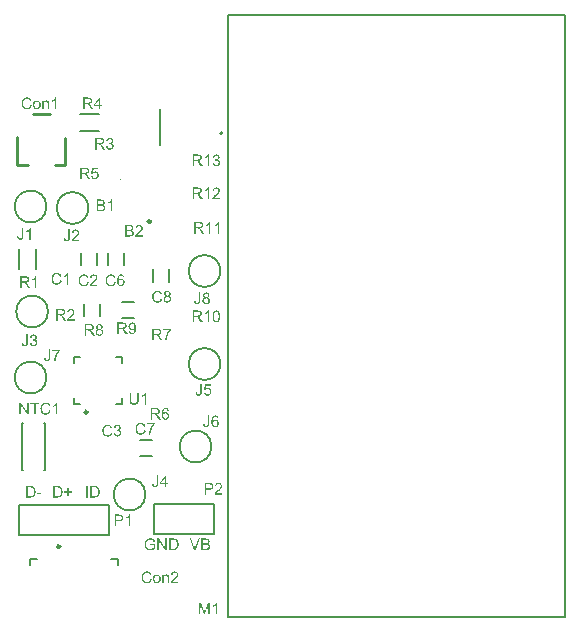
<source format=gto>
G04*
G04 #@! TF.GenerationSoftware,Altium Limited,Altium Designer,20.0.2 (26)*
G04*
G04 Layer_Color=65535*
%FSLAX25Y25*%
%MOIN*%
G70*
G01*
G75*
%ADD10C,0.00591*%
%ADD11C,0.00984*%
%ADD12C,0.00787*%
%ADD13C,0.00394*%
%ADD14C,0.00500*%
%ADD15C,0.01000*%
G36*
X162506Y348500D02*
X161986D01*
X160494Y352343D01*
X161050D01*
X162044Y349553D01*
Y349547D01*
X162050Y349535D01*
X162056Y349518D01*
X162068Y349495D01*
X162085Y349430D01*
X162115Y349348D01*
X162150Y349249D01*
X162185Y349144D01*
X162249Y348921D01*
Y348927D01*
X162255Y348933D01*
X162261Y348951D01*
X162267Y348974D01*
X162284Y349038D01*
X162308Y349120D01*
X162337Y349214D01*
X162372Y349319D01*
X162413Y349436D01*
X162454Y349553D01*
X163495Y352343D01*
X164010D01*
X162506Y348500D01*
D02*
G37*
G36*
X165999Y352338D02*
X166040D01*
X166139Y352332D01*
X166251Y352314D01*
X166368Y352297D01*
X166484Y352267D01*
X166590Y352226D01*
X166596D01*
X166602Y352221D01*
X166637Y352203D01*
X166683Y352174D01*
X166742Y352139D01*
X166812Y352086D01*
X166882Y352022D01*
X166947Y351952D01*
X167011Y351864D01*
X167017Y351852D01*
X167034Y351823D01*
X167058Y351770D01*
X167087Y351706D01*
X167116Y351630D01*
X167140Y351548D01*
X167157Y351454D01*
X167163Y351355D01*
Y351343D01*
Y351314D01*
X167157Y351267D01*
X167146Y351203D01*
X167128Y351132D01*
X167105Y351056D01*
X167075Y350969D01*
X167029Y350887D01*
X167023Y350875D01*
X167005Y350852D01*
X166970Y350811D01*
X166929Y350764D01*
X166871Y350706D01*
X166800Y350653D01*
X166719Y350594D01*
X166619Y350542D01*
X166625D01*
X166637Y350536D01*
X166654Y350530D01*
X166678Y350524D01*
X166742Y350495D01*
X166818Y350460D01*
X166906Y350407D01*
X166993Y350349D01*
X167081Y350278D01*
X167157Y350191D01*
X167163Y350179D01*
X167187Y350150D01*
X167216Y350097D01*
X167257Y350027D01*
X167292Y349939D01*
X167321Y349846D01*
X167344Y349734D01*
X167350Y349611D01*
Y349600D01*
Y349565D01*
X167344Y349512D01*
X167339Y349448D01*
X167321Y349372D01*
X167304Y349284D01*
X167274Y349196D01*
X167233Y349108D01*
X167227Y349097D01*
X167216Y349067D01*
X167187Y349026D01*
X167157Y348974D01*
X167116Y348915D01*
X167070Y348857D01*
X167011Y348798D01*
X166953Y348746D01*
X166947Y348740D01*
X166923Y348728D01*
X166888Y348705D01*
X166835Y348675D01*
X166777Y348646D01*
X166701Y348617D01*
X166619Y348588D01*
X166531Y348558D01*
X166520D01*
X166484Y348547D01*
X166432Y348541D01*
X166362Y348529D01*
X166268Y348517D01*
X166163Y348512D01*
X166046Y348500D01*
X164449D01*
Y352343D01*
X165958D01*
X165999Y352338D01*
D02*
G37*
G36*
X147524Y352402D02*
X147571D01*
X147670Y352390D01*
X147782Y352373D01*
X147910Y352349D01*
X148039Y352314D01*
X148168Y352267D01*
X148173D01*
X148185Y352261D01*
X148203Y352256D01*
X148226Y352244D01*
X148285Y352215D01*
X148361Y352168D01*
X148448Y352115D01*
X148536Y352051D01*
X148624Y351981D01*
X148700Y351893D01*
X148706Y351881D01*
X148729Y351852D01*
X148764Y351799D01*
X148811Y351723D01*
X148858Y351636D01*
X148905Y351530D01*
X148951Y351408D01*
X148993Y351267D01*
X148530Y351138D01*
Y351144D01*
X148524Y351150D01*
X148519Y351185D01*
X148495Y351238D01*
X148472Y351308D01*
X148443Y351378D01*
X148407Y351454D01*
X148366Y351530D01*
X148320Y351601D01*
X148314Y351606D01*
X148296Y351630D01*
X148267Y351659D01*
X148226Y351700D01*
X148173Y351741D01*
X148109Y351788D01*
X148039Y351829D01*
X147951Y351870D01*
X147940Y351875D01*
X147910Y351887D01*
X147857Y351905D01*
X147793Y351922D01*
X147717Y351940D01*
X147629Y351957D01*
X147530Y351969D01*
X147425Y351975D01*
X147366D01*
X147302Y351969D01*
X147220Y351963D01*
X147126Y351946D01*
X147021Y351928D01*
X146922Y351899D01*
X146822Y351864D01*
X146810Y351858D01*
X146781Y351846D01*
X146734Y351823D01*
X146676Y351788D01*
X146611Y351747D01*
X146541Y351700D01*
X146477Y351647D01*
X146413Y351583D01*
X146407Y351577D01*
X146389Y351554D01*
X146360Y351519D01*
X146325Y351472D01*
X146284Y351413D01*
X146243Y351349D01*
X146208Y351279D01*
X146173Y351203D01*
Y351197D01*
X146167Y351185D01*
X146161Y351168D01*
X146149Y351138D01*
X146138Y351109D01*
X146126Y351068D01*
X146102Y350974D01*
X146073Y350857D01*
X146050Y350729D01*
X146032Y350583D01*
X146027Y350430D01*
Y350425D01*
Y350407D01*
Y350384D01*
X146032Y350343D01*
Y350302D01*
X146038Y350249D01*
X146044Y350191D01*
X146050Y350132D01*
X146068Y349992D01*
X146102Y349846D01*
X146143Y349705D01*
X146202Y349565D01*
Y349559D01*
X146208Y349547D01*
X146220Y349530D01*
X146237Y349506D01*
X146278Y349448D01*
X146331Y349372D01*
X146401Y349290D01*
X146489Y349202D01*
X146594Y349120D01*
X146711Y349050D01*
X146717D01*
X146729Y349044D01*
X146746Y349032D01*
X146769Y349026D01*
X146799Y349015D01*
X146840Y348997D01*
X146927Y348968D01*
X147039Y348939D01*
X147155Y348909D01*
X147290Y348892D01*
X147431Y348886D01*
X147489D01*
X147553Y348892D01*
X147635Y348904D01*
X147729Y348915D01*
X147840Y348939D01*
X147957Y348968D01*
X148074Y349009D01*
X148080D01*
X148086Y349015D01*
X148103Y349021D01*
X148127Y349032D01*
X148185Y349056D01*
X148255Y349091D01*
X148331Y349132D01*
X148407Y349179D01*
X148484Y349231D01*
X148554Y349284D01*
Y350009D01*
X147425D01*
Y350460D01*
X149051D01*
Y349032D01*
X149045Y349026D01*
X149033Y349021D01*
X149016Y349003D01*
X148987Y348986D01*
X148951Y348956D01*
X148910Y348933D01*
X148811Y348863D01*
X148694Y348793D01*
X148565Y348716D01*
X148419Y348646D01*
X148273Y348582D01*
X148267D01*
X148255Y348576D01*
X148232Y348570D01*
X148203Y348558D01*
X148168Y348547D01*
X148127Y348535D01*
X148074Y348523D01*
X148021Y348512D01*
X147898Y348482D01*
X147764Y348459D01*
X147612Y348442D01*
X147460Y348436D01*
X147407D01*
X147366Y348442D01*
X147313D01*
X147255Y348447D01*
X147191Y348453D01*
X147120Y348465D01*
X146957Y348494D01*
X146787Y348535D01*
X146606Y348594D01*
X146430Y348675D01*
X146424Y348681D01*
X146413Y348687D01*
X146383Y348699D01*
X146354Y348722D01*
X146313Y348746D01*
X146272Y348775D01*
X146173Y348851D01*
X146056Y348951D01*
X145945Y349073D01*
X145833Y349214D01*
X145734Y349372D01*
Y349377D01*
X145722Y349395D01*
X145711Y349418D01*
X145699Y349453D01*
X145681Y349495D01*
X145658Y349547D01*
X145640Y349606D01*
X145617Y349676D01*
X145594Y349746D01*
X145576Y349828D01*
X145535Y350004D01*
X145512Y350197D01*
X145500Y350401D01*
Y350407D01*
Y350425D01*
Y350454D01*
X145506Y350495D01*
Y350548D01*
X145512Y350606D01*
X145518Y350670D01*
X145529Y350741D01*
X145559Y350904D01*
X145599Y351080D01*
X145658Y351267D01*
X145734Y351448D01*
Y351454D01*
X145746Y351472D01*
X145757Y351495D01*
X145775Y351530D01*
X145804Y351571D01*
X145833Y351612D01*
X145904Y351723D01*
X146003Y351840D01*
X146114Y351957D01*
X146255Y352068D01*
X146325Y352121D01*
X146407Y352168D01*
X146413D01*
X146424Y352180D01*
X146453Y352191D01*
X146483Y352203D01*
X146524Y352226D01*
X146576Y352244D01*
X146635Y352267D01*
X146699Y352291D01*
X146769Y352308D01*
X146845Y352332D01*
X147021Y352373D01*
X147208Y352396D01*
X147419Y352408D01*
X147489D01*
X147524Y352402D01*
D02*
G37*
G36*
X152818Y348500D02*
X152298D01*
X150279Y351519D01*
Y348500D01*
X149794D01*
Y352343D01*
X150309D01*
X152333Y349325D01*
Y352343D01*
X152818D01*
Y348500D01*
D02*
G37*
G36*
X155246Y352338D02*
X155351Y352332D01*
X155468Y352320D01*
X155579Y352303D01*
X155673Y352285D01*
X155679D01*
X155691Y352279D01*
X155702D01*
X155726Y352267D01*
X155790Y352250D01*
X155866Y352221D01*
X155954Y352186D01*
X156048Y352139D01*
X156141Y352080D01*
X156235Y352010D01*
X156241D01*
X156246Y351998D01*
X156287Y351963D01*
X156340Y351905D01*
X156404Y351829D01*
X156480Y351735D01*
X156556Y351624D01*
X156627Y351495D01*
X156691Y351349D01*
Y351343D01*
X156697Y351331D01*
X156703Y351308D01*
X156714Y351279D01*
X156726Y351244D01*
X156738Y351197D01*
X156755Y351144D01*
X156767Y351086D01*
X156779Y351021D01*
X156796Y350951D01*
X156820Y350799D01*
X156837Y350629D01*
X156843Y350442D01*
Y350436D01*
Y350425D01*
Y350401D01*
Y350366D01*
X156837Y350331D01*
Y350284D01*
X156831Y350179D01*
X156820Y350062D01*
X156796Y349927D01*
X156773Y349793D01*
X156738Y349664D01*
Y349658D01*
X156732Y349647D01*
X156726Y349629D01*
X156720Y349606D01*
X156697Y349547D01*
X156668Y349465D01*
X156632Y349377D01*
X156586Y349284D01*
X156533Y349190D01*
X156475Y349103D01*
X156469Y349091D01*
X156445Y349067D01*
X156416Y349026D01*
X156369Y348974D01*
X156323Y348921D01*
X156258Y348863D01*
X156194Y348804D01*
X156124Y348751D01*
X156118Y348746D01*
X156088Y348734D01*
X156048Y348711D01*
X155995Y348681D01*
X155930Y348652D01*
X155854Y348623D01*
X155767Y348594D01*
X155667Y348564D01*
X155656D01*
X155621Y348553D01*
X155568Y348547D01*
X155492Y348535D01*
X155404Y348523D01*
X155299Y348512D01*
X155182Y348506D01*
X155053Y348500D01*
X153673D01*
Y352343D01*
X155147D01*
X155246Y352338D01*
D02*
G37*
G36*
X128978Y369838D02*
X129083Y369832D01*
X129200Y369820D01*
X129311Y369802D01*
X129405Y369785D01*
X129411D01*
X129422Y369779D01*
X129434D01*
X129457Y369767D01*
X129522Y369750D01*
X129598Y369721D01*
X129685Y369686D01*
X129779Y369639D01*
X129873Y369580D01*
X129966Y369510D01*
X129972D01*
X129978Y369498D01*
X130019Y369463D01*
X130072Y369405D01*
X130136Y369329D01*
X130212Y369235D01*
X130288Y369124D01*
X130358Y368995D01*
X130423Y368849D01*
Y368843D01*
X130428Y368831D01*
X130434Y368808D01*
X130446Y368779D01*
X130458Y368744D01*
X130469Y368697D01*
X130487Y368644D01*
X130499Y368586D01*
X130510Y368521D01*
X130528Y368451D01*
X130551Y368299D01*
X130569Y368129D01*
X130575Y367942D01*
Y367936D01*
Y367925D01*
Y367901D01*
Y367866D01*
X130569Y367831D01*
Y367784D01*
X130563Y367679D01*
X130551Y367562D01*
X130528Y367427D01*
X130505Y367293D01*
X130469Y367164D01*
Y367158D01*
X130464Y367147D01*
X130458Y367129D01*
X130452Y367106D01*
X130428Y367047D01*
X130399Y366965D01*
X130364Y366878D01*
X130317Y366784D01*
X130265Y366690D01*
X130206Y366603D01*
X130200Y366591D01*
X130177Y366567D01*
X130148Y366527D01*
X130101Y366474D01*
X130054Y366421D01*
X129990Y366363D01*
X129925Y366304D01*
X129855Y366251D01*
X129849Y366246D01*
X129820Y366234D01*
X129779Y366211D01*
X129726Y366181D01*
X129662Y366152D01*
X129586Y366123D01*
X129498Y366094D01*
X129399Y366064D01*
X129387D01*
X129352Y366053D01*
X129299Y366047D01*
X129223Y366035D01*
X129136Y366023D01*
X129030Y366012D01*
X128913Y366006D01*
X128785Y366000D01*
X127404D01*
Y369843D01*
X128878D01*
X128978Y369838D01*
D02*
G37*
G36*
X126509Y366000D02*
X126000D01*
Y369843D01*
X126509D01*
Y366000D01*
D02*
G37*
G36*
X120242Y368112D02*
X121289D01*
Y367673D01*
X120242D01*
Y366620D01*
X119797D01*
Y367673D01*
X118750D01*
Y368112D01*
X119797D01*
Y369159D01*
X120242D01*
Y368112D01*
D02*
G37*
G36*
X116574Y369838D02*
X116679Y369832D01*
X116796Y369820D01*
X116907Y369802D01*
X117001Y369785D01*
X117007D01*
X117018Y369779D01*
X117030D01*
X117053Y369767D01*
X117118Y369750D01*
X117194Y369721D01*
X117281Y369686D01*
X117375Y369639D01*
X117469Y369580D01*
X117562Y369510D01*
X117568D01*
X117574Y369498D01*
X117615Y369463D01*
X117668Y369405D01*
X117732Y369329D01*
X117808Y369235D01*
X117884Y369124D01*
X117954Y368995D01*
X118019Y368849D01*
Y368843D01*
X118025Y368831D01*
X118030Y368808D01*
X118042Y368779D01*
X118054Y368744D01*
X118065Y368697D01*
X118083Y368644D01*
X118095Y368586D01*
X118106Y368521D01*
X118124Y368451D01*
X118147Y368299D01*
X118165Y368129D01*
X118171Y367942D01*
Y367936D01*
Y367925D01*
Y367901D01*
Y367866D01*
X118165Y367831D01*
Y367784D01*
X118159Y367679D01*
X118147Y367562D01*
X118124Y367427D01*
X118101Y367293D01*
X118065Y367164D01*
Y367158D01*
X118060Y367147D01*
X118054Y367129D01*
X118048Y367106D01*
X118025Y367047D01*
X117995Y366965D01*
X117960Y366878D01*
X117913Y366784D01*
X117861Y366690D01*
X117802Y366603D01*
X117796Y366591D01*
X117773Y366567D01*
X117744Y366527D01*
X117697Y366474D01*
X117650Y366421D01*
X117586Y366363D01*
X117521Y366304D01*
X117451Y366251D01*
X117445Y366246D01*
X117416Y366234D01*
X117375Y366211D01*
X117323Y366181D01*
X117258Y366152D01*
X117182Y366123D01*
X117094Y366094D01*
X116995Y366064D01*
X116983D01*
X116948Y366053D01*
X116895Y366047D01*
X116819Y366035D01*
X116732Y366023D01*
X116626Y366012D01*
X116509Y366006D01*
X116381Y366000D01*
X115000D01*
Y369843D01*
X116474D01*
X116574Y369838D01*
D02*
G37*
G36*
X111072Y367152D02*
X109627D01*
Y367626D01*
X111072D01*
Y367152D01*
D02*
G37*
G36*
X107574Y369838D02*
X107679Y369832D01*
X107796Y369820D01*
X107907Y369802D01*
X108001Y369785D01*
X108007D01*
X108018Y369779D01*
X108030D01*
X108053Y369767D01*
X108118Y369750D01*
X108194Y369721D01*
X108282Y369686D01*
X108375Y369639D01*
X108469Y369580D01*
X108562Y369510D01*
X108568D01*
X108574Y369498D01*
X108615Y369463D01*
X108668Y369405D01*
X108732Y369329D01*
X108808Y369235D01*
X108884Y369124D01*
X108954Y368995D01*
X109019Y368849D01*
Y368843D01*
X109025Y368831D01*
X109030Y368808D01*
X109042Y368779D01*
X109054Y368744D01*
X109065Y368697D01*
X109083Y368644D01*
X109095Y368586D01*
X109106Y368521D01*
X109124Y368451D01*
X109147Y368299D01*
X109165Y368129D01*
X109171Y367942D01*
Y367936D01*
Y367925D01*
Y367901D01*
Y367866D01*
X109165Y367831D01*
Y367784D01*
X109159Y367679D01*
X109147Y367562D01*
X109124Y367427D01*
X109100Y367293D01*
X109065Y367164D01*
Y367158D01*
X109060Y367147D01*
X109054Y367129D01*
X109048Y367106D01*
X109025Y367047D01*
X108995Y366965D01*
X108960Y366878D01*
X108913Y366784D01*
X108861Y366690D01*
X108802Y366603D01*
X108796Y366591D01*
X108773Y366567D01*
X108744Y366527D01*
X108697Y366474D01*
X108650Y366421D01*
X108586Y366363D01*
X108521Y366304D01*
X108451Y366251D01*
X108445Y366246D01*
X108416Y366234D01*
X108375Y366211D01*
X108323Y366181D01*
X108258Y366152D01*
X108182Y366123D01*
X108094Y366094D01*
X107995Y366064D01*
X107983D01*
X107948Y366053D01*
X107895Y366047D01*
X107819Y366035D01*
X107732Y366023D01*
X107626Y366012D01*
X107509Y366006D01*
X107381Y366000D01*
X106000D01*
Y369843D01*
X107474D01*
X107574Y369838D01*
D02*
G37*
G36*
X143519Y398620D02*
Y398615D01*
Y398597D01*
Y398568D01*
Y398527D01*
X143513Y398474D01*
Y398422D01*
X143507Y398357D01*
X143501Y398287D01*
X143483Y398141D01*
X143460Y397989D01*
X143431Y397836D01*
X143384Y397702D01*
Y397696D01*
X143378Y397685D01*
X143372Y397667D01*
X143361Y397643D01*
X143325Y397585D01*
X143279Y397503D01*
X143214Y397415D01*
X143132Y397322D01*
X143027Y397234D01*
X142910Y397146D01*
X142904D01*
X142893Y397134D01*
X142875Y397129D01*
X142846Y397111D01*
X142817Y397099D01*
X142776Y397082D01*
X142723Y397059D01*
X142670Y397041D01*
X142612Y397023D01*
X142542Y397000D01*
X142472Y396983D01*
X142390Y396971D01*
X142214Y396947D01*
X142015Y396936D01*
X141963D01*
X141927Y396941D01*
X141881D01*
X141828Y396947D01*
X141770Y396953D01*
X141705Y396959D01*
X141565Y396983D01*
X141419Y397012D01*
X141266Y397059D01*
X141132Y397117D01*
X141126D01*
X141114Y397129D01*
X141103Y397134D01*
X141079Y397152D01*
X141015Y397193D01*
X140945Y397257D01*
X140863Y397333D01*
X140787Y397421D01*
X140711Y397532D01*
X140646Y397655D01*
Y397661D01*
X140640Y397673D01*
X140635Y397690D01*
X140623Y397720D01*
X140611Y397755D01*
X140600Y397801D01*
X140588Y397854D01*
X140576Y397913D01*
X140559Y397977D01*
X140547Y398047D01*
X140535Y398129D01*
X140523Y398211D01*
X140512Y398305D01*
X140506Y398404D01*
X140500Y398509D01*
Y398620D01*
Y400843D01*
X141009D01*
Y398620D01*
Y398615D01*
Y398597D01*
Y398574D01*
Y398538D01*
Y398498D01*
X141015Y398451D01*
X141021Y398340D01*
X141032Y398223D01*
X141044Y398100D01*
X141068Y397983D01*
X141079Y397930D01*
X141097Y397883D01*
X141103Y397872D01*
X141114Y397842D01*
X141138Y397801D01*
X141173Y397749D01*
X141214Y397690D01*
X141272Y397626D01*
X141337Y397568D01*
X141419Y397515D01*
X141430Y397509D01*
X141459Y397497D01*
X141506Y397474D01*
X141571Y397456D01*
X141652Y397433D01*
X141746Y397410D01*
X141851Y397398D01*
X141968Y397392D01*
X142021D01*
X142062Y397398D01*
X142109D01*
X142161Y397404D01*
X142278Y397421D01*
X142413Y397456D01*
X142542Y397497D01*
X142665Y397562D01*
X142723Y397597D01*
X142770Y397643D01*
Y397649D01*
X142781Y397655D01*
X142793Y397673D01*
X142805Y397696D01*
X142828Y397725D01*
X142846Y397761D01*
X142869Y397807D01*
X142893Y397860D01*
X142910Y397924D01*
X142934Y397994D01*
X142957Y398071D01*
X142974Y398164D01*
X142986Y398264D01*
X142998Y398369D01*
X143010Y398492D01*
Y398620D01*
Y400843D01*
X143519D01*
Y398620D01*
D02*
G37*
G36*
X145952Y397000D02*
X145478D01*
Y400007D01*
X145473Y400001D01*
X145449Y399978D01*
X145408Y399948D01*
X145355Y399907D01*
X145291Y399855D01*
X145215Y399802D01*
X145127Y399738D01*
X145028Y399679D01*
X145022D01*
X145016Y399674D01*
X144981Y399650D01*
X144928Y399621D01*
X144864Y399586D01*
X144788Y399545D01*
X144706Y399510D01*
X144618Y399469D01*
X144536Y399434D01*
Y399896D01*
X144542D01*
X144554Y399902D01*
X144577Y399913D01*
X144601Y399931D01*
X144636Y399948D01*
X144677Y399966D01*
X144771Y400019D01*
X144876Y400083D01*
X144993Y400159D01*
X145110Y400247D01*
X145221Y400340D01*
X145227Y400346D01*
X145233Y400352D01*
X145268Y400387D01*
X145320Y400440D01*
X145385Y400504D01*
X145455Y400586D01*
X145525Y400674D01*
X145589Y400767D01*
X145642Y400861D01*
X145952D01*
Y397000D01*
D02*
G37*
G36*
X169474Y480355D02*
X169550Y480343D01*
X169637Y480326D01*
X169737Y480302D01*
X169836Y480267D01*
X169936Y480221D01*
X169942D01*
X169947Y480215D01*
X169983Y480197D01*
X170029Y480168D01*
X170088Y480127D01*
X170152Y480074D01*
X170222Y480010D01*
X170287Y479934D01*
X170345Y479852D01*
X170351Y479840D01*
X170369Y479811D01*
X170392Y479764D01*
X170415Y479706D01*
X170439Y479630D01*
X170462Y479548D01*
X170480Y479460D01*
X170486Y479361D01*
Y479349D01*
Y479320D01*
X170480Y479273D01*
X170468Y479214D01*
X170450Y479144D01*
X170427Y479068D01*
X170398Y478986D01*
X170351Y478910D01*
X170345Y478898D01*
X170328Y478875D01*
X170293Y478840D01*
X170252Y478793D01*
X170193Y478741D01*
X170129Y478688D01*
X170047Y478629D01*
X169953Y478583D01*
X169959D01*
X169971Y478577D01*
X169988D01*
X170012Y478565D01*
X170070Y478547D01*
X170146Y478512D01*
X170228Y478472D01*
X170316Y478413D01*
X170404Y478343D01*
X170480Y478255D01*
X170486Y478243D01*
X170509Y478208D01*
X170538Y478156D01*
X170579Y478085D01*
X170614Y477998D01*
X170644Y477892D01*
X170667Y477769D01*
X170673Y477635D01*
Y477629D01*
Y477611D01*
Y477588D01*
X170667Y477553D01*
X170661Y477506D01*
X170655Y477459D01*
X170644Y477401D01*
X170626Y477342D01*
X170585Y477208D01*
X170556Y477132D01*
X170515Y477062D01*
X170474Y476991D01*
X170427Y476921D01*
X170369Y476851D01*
X170304Y476781D01*
X170298Y476775D01*
X170287Y476763D01*
X170269Y476752D01*
X170240Y476728D01*
X170205Y476699D01*
X170158Y476670D01*
X170105Y476640D01*
X170053Y476611D01*
X169988Y476576D01*
X169918Y476547D01*
X169842Y476518D01*
X169760Y476488D01*
X169673Y476465D01*
X169579Y476453D01*
X169479Y476441D01*
X169380Y476436D01*
X169333D01*
X169298Y476441D01*
X169251Y476447D01*
X169204Y476453D01*
X169146Y476459D01*
X169087Y476471D01*
X168953Y476506D01*
X168813Y476564D01*
X168742Y476594D01*
X168678Y476635D01*
X168608Y476681D01*
X168543Y476734D01*
X168538Y476740D01*
X168532Y476746D01*
X168514Y476763D01*
X168491Y476787D01*
X168467Y476822D01*
X168438Y476857D01*
X168403Y476898D01*
X168374Y476945D01*
X168304Y477062D01*
X168245Y477196D01*
X168192Y477348D01*
X168175Y477430D01*
X168163Y477518D01*
X168637Y477582D01*
Y477576D01*
X168643Y477565D01*
Y477541D01*
X168655Y477518D01*
X168672Y477448D01*
X168701Y477360D01*
X168736Y477266D01*
X168783Y477167D01*
X168842Y477079D01*
X168906Y477003D01*
X168918Y476997D01*
X168941Y476974D01*
X168982Y476951D01*
X169041Y476915D01*
X169105Y476886D01*
X169187Y476857D01*
X169281Y476833D01*
X169380Y476828D01*
X169415D01*
X169438Y476833D01*
X169497Y476839D01*
X169573Y476857D01*
X169667Y476886D01*
X169760Y476921D01*
X169854Y476980D01*
X169942Y477056D01*
X169953Y477068D01*
X169977Y477097D01*
X170012Y477143D01*
X170059Y477214D01*
X170099Y477296D01*
X170135Y477395D01*
X170158Y477506D01*
X170170Y477629D01*
Y477635D01*
Y477641D01*
Y477658D01*
X170164Y477682D01*
X170158Y477740D01*
X170141Y477816D01*
X170117Y477898D01*
X170076Y477992D01*
X170024Y478080D01*
X169953Y478161D01*
X169942Y478173D01*
X169918Y478196D01*
X169871Y478226D01*
X169807Y478267D01*
X169731Y478308D01*
X169637Y478337D01*
X169538Y478360D01*
X169421Y478372D01*
X169368D01*
X169327Y478366D01*
X169281Y478360D01*
X169222Y478354D01*
X169158Y478343D01*
X169087Y478325D01*
X169140Y478741D01*
X169169D01*
X169193Y478735D01*
X169269D01*
X169322Y478741D01*
X169397Y478752D01*
X169479Y478770D01*
X169567Y478799D01*
X169661Y478834D01*
X169754Y478887D01*
X169766Y478893D01*
X169795Y478916D01*
X169830Y478957D01*
X169877Y479010D01*
X169924Y479074D01*
X169959Y479156D01*
X169988Y479255D01*
X170000Y479372D01*
Y479378D01*
Y479384D01*
Y479413D01*
X169988Y479460D01*
X169977Y479524D01*
X169959Y479589D01*
X169924Y479659D01*
X169883Y479735D01*
X169825Y479799D01*
X169819Y479805D01*
X169795Y479829D01*
X169754Y479858D01*
X169702Y479887D01*
X169637Y479922D01*
X169561Y479946D01*
X169474Y479969D01*
X169374Y479975D01*
X169327D01*
X169275Y479963D01*
X169216Y479951D01*
X169140Y479934D01*
X169064Y479899D01*
X168988Y479858D01*
X168912Y479799D01*
X168906Y479794D01*
X168883Y479770D01*
X168853Y479729D01*
X168818Y479671D01*
X168777Y479600D01*
X168742Y479513D01*
X168707Y479407D01*
X168684Y479285D01*
X168210Y479366D01*
Y479372D01*
X168216Y479390D01*
X168222Y479413D01*
X168228Y479443D01*
X168239Y479484D01*
X168251Y479530D01*
X168292Y479636D01*
X168339Y479753D01*
X168409Y479876D01*
X168491Y479992D01*
X168596Y480098D01*
X168602Y480104D01*
X168608Y480110D01*
X168625Y480121D01*
X168655Y480139D01*
X168684Y480156D01*
X168719Y480180D01*
X168807Y480232D01*
X168918Y480279D01*
X169052Y480320D01*
X169199Y480349D01*
X169281Y480361D01*
X169415D01*
X169474Y480355D01*
D02*
G37*
G36*
X166952Y476500D02*
X166478D01*
Y479507D01*
X166472Y479501D01*
X166449Y479478D01*
X166408Y479448D01*
X166356Y479407D01*
X166291Y479355D01*
X166215Y479302D01*
X166127Y479238D01*
X166028Y479179D01*
X166022D01*
X166016Y479173D01*
X165981Y479150D01*
X165928Y479121D01*
X165864Y479086D01*
X165788Y479045D01*
X165706Y479010D01*
X165618Y478969D01*
X165536Y478934D01*
Y479396D01*
X165542D01*
X165554Y479402D01*
X165577Y479413D01*
X165601Y479431D01*
X165636Y479448D01*
X165677Y479466D01*
X165770Y479519D01*
X165876Y479583D01*
X165993Y479659D01*
X166110Y479747D01*
X166221Y479840D01*
X166227Y479846D01*
X166233Y479852D01*
X166268Y479887D01*
X166320Y479940D01*
X166385Y480004D01*
X166455Y480086D01*
X166525Y480174D01*
X166589Y480267D01*
X166642Y480361D01*
X166952D01*
Y476500D01*
D02*
G37*
G36*
X163331Y480338D02*
X163378D01*
X163495Y480332D01*
X163618Y480320D01*
X163746Y480297D01*
X163869Y480273D01*
X163928Y480256D01*
X163980Y480238D01*
X163986D01*
X163992Y480232D01*
X164027Y480221D01*
X164074Y480191D01*
X164132Y480150D01*
X164203Y480104D01*
X164273Y480039D01*
X164343Y479963D01*
X164407Y479870D01*
X164413Y479858D01*
X164431Y479823D01*
X164460Y479770D01*
X164489Y479700D01*
X164519Y479612D01*
X164548Y479513D01*
X164565Y479407D01*
X164571Y479290D01*
Y479285D01*
Y479273D01*
Y479249D01*
X164565Y479220D01*
Y479185D01*
X164559Y479144D01*
X164536Y479051D01*
X164507Y478939D01*
X164460Y478828D01*
X164390Y478711D01*
X164349Y478653D01*
X164302Y478600D01*
X164290Y478588D01*
X164273Y478577D01*
X164255Y478553D01*
X164226Y478536D01*
X164191Y478507D01*
X164150Y478483D01*
X164103Y478454D01*
X164051Y478425D01*
X163986Y478395D01*
X163922Y478366D01*
X163846Y478337D01*
X163770Y478308D01*
X163682Y478284D01*
X163588Y478267D01*
X163489Y478249D01*
X163501Y478243D01*
X163524Y478232D01*
X163559Y478214D01*
X163600Y478191D01*
X163700Y478126D01*
X163752Y478091D01*
X163793Y478056D01*
X163805Y478044D01*
X163834Y478021D01*
X163875Y477974D01*
X163928Y477916D01*
X163992Y477840D01*
X164062Y477752D01*
X164138Y477653D01*
X164214Y477541D01*
X164881Y476500D01*
X164244D01*
X163735Y477296D01*
Y477302D01*
X163723Y477313D01*
X163711Y477331D01*
X163700Y477354D01*
X163659Y477413D01*
X163606Y477489D01*
X163548Y477576D01*
X163483Y477664D01*
X163425Y477746D01*
X163366Y477822D01*
X163360Y477828D01*
X163343Y477851D01*
X163313Y477886D01*
X163284Y477927D01*
X163197Y478009D01*
X163155Y478050D01*
X163109Y478080D01*
X163103Y478085D01*
X163091Y478091D01*
X163068Y478103D01*
X163039Y478120D01*
X162968Y478156D01*
X162881Y478185D01*
X162875D01*
X162863Y478191D01*
X162840D01*
X162810Y478196D01*
X162769Y478202D01*
X162723D01*
X162664Y478208D01*
X162009D01*
Y476500D01*
X161500D01*
Y480343D01*
X163284D01*
X163331Y480338D01*
D02*
G37*
G36*
X169520Y469355D02*
X169567Y469349D01*
X169620Y469344D01*
X169678Y469338D01*
X169743Y469320D01*
X169883Y469285D01*
X170029Y469232D01*
X170105Y469197D01*
X170176Y469156D01*
X170240Y469104D01*
X170304Y469051D01*
X170310Y469045D01*
X170316Y469039D01*
X170334Y469022D01*
X170357Y468998D01*
X170380Y468963D01*
X170410Y468928D01*
X170468Y468840D01*
X170527Y468729D01*
X170579Y468601D01*
X170620Y468454D01*
X170626Y468372D01*
X170632Y468290D01*
Y468279D01*
Y468250D01*
X170626Y468203D01*
X170620Y468144D01*
X170608Y468074D01*
X170591Y467998D01*
X170568Y467916D01*
X170532Y467834D01*
X170527Y467823D01*
X170515Y467793D01*
X170492Y467752D01*
X170456Y467694D01*
X170415Y467624D01*
X170363Y467542D01*
X170293Y467460D01*
X170217Y467366D01*
X170205Y467354D01*
X170176Y467319D01*
X170123Y467267D01*
X170088Y467232D01*
X170047Y467191D01*
X170000Y467144D01*
X169942Y467091D01*
X169883Y467039D01*
X169819Y466974D01*
X169748Y466910D01*
X169667Y466840D01*
X169585Y466769D01*
X169491Y466688D01*
X169485Y466682D01*
X169474Y466670D01*
X169450Y466652D01*
X169421Y466629D01*
X169351Y466571D01*
X169263Y466495D01*
X169175Y466413D01*
X169082Y466331D01*
X169006Y466260D01*
X168976Y466231D01*
X168947Y466202D01*
X168941Y466196D01*
X168930Y466179D01*
X168906Y466155D01*
X168877Y466120D01*
X168813Y466044D01*
X168748Y465950D01*
X170638D01*
Y465500D01*
X168093D01*
Y465506D01*
Y465529D01*
Y465564D01*
X168099Y465605D01*
X168105Y465652D01*
X168111Y465705D01*
X168128Y465763D01*
X168146Y465822D01*
Y465828D01*
X168151Y465833D01*
X168163Y465869D01*
X168187Y465915D01*
X168222Y465985D01*
X168263Y466062D01*
X168321Y466149D01*
X168380Y466237D01*
X168456Y466331D01*
Y466336D01*
X168467Y466342D01*
X168497Y466377D01*
X168543Y466430D01*
X168614Y466500D01*
X168701Y466582D01*
X168807Y466682D01*
X168935Y466793D01*
X169076Y466916D01*
X169082Y466922D01*
X169105Y466939D01*
X169134Y466962D01*
X169175Y467003D01*
X169228Y467044D01*
X169286Y467097D01*
X169415Y467208D01*
X169555Y467343D01*
X169696Y467477D01*
X169766Y467542D01*
X169825Y467606D01*
X169877Y467670D01*
X169924Y467729D01*
Y467735D01*
X169936Y467740D01*
X169947Y467758D01*
X169959Y467781D01*
X169994Y467840D01*
X170035Y467916D01*
X170076Y468004D01*
X170111Y468097D01*
X170135Y468203D01*
X170146Y468302D01*
Y468308D01*
Y468314D01*
X170141Y468349D01*
X170135Y468402D01*
X170123Y468466D01*
X170094Y468542D01*
X170059Y468618D01*
X170012Y468700D01*
X169942Y468776D01*
X169930Y468782D01*
X169906Y468805D01*
X169860Y468834D01*
X169801Y468876D01*
X169725Y468911D01*
X169637Y468940D01*
X169532Y468963D01*
X169415Y468969D01*
X169380D01*
X169357Y468963D01*
X169298Y468957D01*
X169222Y468946D01*
X169134Y468916D01*
X169041Y468881D01*
X168953Y468829D01*
X168871Y468758D01*
X168865Y468747D01*
X168842Y468723D01*
X168807Y468677D01*
X168772Y468612D01*
X168731Y468530D01*
X168701Y468437D01*
X168678Y468326D01*
X168666Y468197D01*
X168181Y468250D01*
Y468255D01*
Y468273D01*
X168187Y468302D01*
X168192Y468337D01*
X168204Y468384D01*
X168210Y468437D01*
X168245Y468554D01*
X168292Y468688D01*
X168356Y468823D01*
X168444Y468957D01*
X168491Y469016D01*
X168549Y469074D01*
X168555Y469080D01*
X168567Y469086D01*
X168584Y469104D01*
X168608Y469121D01*
X168643Y469139D01*
X168684Y469168D01*
X168731Y469191D01*
X168783Y469221D01*
X168842Y469244D01*
X168906Y469273D01*
X168982Y469297D01*
X169058Y469314D01*
X169234Y469349D01*
X169327Y469355D01*
X169427Y469361D01*
X169479D01*
X169520Y469355D01*
D02*
G37*
G36*
X166952Y465500D02*
X166478D01*
Y468507D01*
X166472Y468501D01*
X166449Y468478D01*
X166408Y468448D01*
X166356Y468407D01*
X166291Y468355D01*
X166215Y468302D01*
X166127Y468238D01*
X166028Y468179D01*
X166022D01*
X166016Y468173D01*
X165981Y468150D01*
X165928Y468121D01*
X165864Y468086D01*
X165788Y468045D01*
X165706Y468010D01*
X165618Y467969D01*
X165536Y467934D01*
Y468396D01*
X165542D01*
X165554Y468402D01*
X165577Y468413D01*
X165601Y468431D01*
X165636Y468448D01*
X165677Y468466D01*
X165770Y468519D01*
X165876Y468583D01*
X165993Y468659D01*
X166110Y468747D01*
X166221Y468840D01*
X166227Y468846D01*
X166233Y468852D01*
X166268Y468887D01*
X166320Y468940D01*
X166385Y469004D01*
X166455Y469086D01*
X166525Y469174D01*
X166589Y469267D01*
X166642Y469361D01*
X166952D01*
Y465500D01*
D02*
G37*
G36*
X163331Y469338D02*
X163378D01*
X163495Y469332D01*
X163618Y469320D01*
X163746Y469297D01*
X163869Y469273D01*
X163928Y469256D01*
X163980Y469238D01*
X163986D01*
X163992Y469232D01*
X164027Y469221D01*
X164074Y469191D01*
X164132Y469150D01*
X164203Y469104D01*
X164273Y469039D01*
X164343Y468963D01*
X164407Y468870D01*
X164413Y468858D01*
X164431Y468823D01*
X164460Y468770D01*
X164489Y468700D01*
X164519Y468612D01*
X164548Y468513D01*
X164565Y468407D01*
X164571Y468290D01*
Y468285D01*
Y468273D01*
Y468250D01*
X164565Y468220D01*
Y468185D01*
X164559Y468144D01*
X164536Y468051D01*
X164507Y467940D01*
X164460Y467828D01*
X164390Y467711D01*
X164349Y467653D01*
X164302Y467600D01*
X164290Y467589D01*
X164273Y467577D01*
X164255Y467553D01*
X164226Y467536D01*
X164191Y467507D01*
X164150Y467483D01*
X164103Y467454D01*
X164051Y467425D01*
X163986Y467395D01*
X163922Y467366D01*
X163846Y467337D01*
X163770Y467308D01*
X163682Y467284D01*
X163588Y467267D01*
X163489Y467249D01*
X163501Y467243D01*
X163524Y467232D01*
X163559Y467214D01*
X163600Y467191D01*
X163700Y467126D01*
X163752Y467091D01*
X163793Y467056D01*
X163805Y467044D01*
X163834Y467021D01*
X163875Y466974D01*
X163928Y466916D01*
X163992Y466840D01*
X164062Y466752D01*
X164138Y466652D01*
X164214Y466541D01*
X164881Y465500D01*
X164244D01*
X163735Y466296D01*
Y466301D01*
X163723Y466313D01*
X163711Y466331D01*
X163700Y466354D01*
X163659Y466413D01*
X163606Y466489D01*
X163548Y466576D01*
X163483Y466664D01*
X163425Y466746D01*
X163366Y466822D01*
X163360Y466828D01*
X163343Y466851D01*
X163313Y466886D01*
X163284Y466927D01*
X163197Y467009D01*
X163155Y467050D01*
X163109Y467079D01*
X163103Y467085D01*
X163091Y467091D01*
X163068Y467103D01*
X163039Y467120D01*
X162968Y467156D01*
X162881Y467185D01*
X162875D01*
X162863Y467191D01*
X162840D01*
X162810Y467197D01*
X162769Y467202D01*
X162723D01*
X162664Y467208D01*
X162009D01*
Y465500D01*
X161500D01*
Y469344D01*
X163284D01*
X163331Y469338D01*
D02*
G37*
G36*
X170436Y454000D02*
X169962D01*
Y457007D01*
X169956Y457001D01*
X169933Y456978D01*
X169892Y456948D01*
X169839Y456907D01*
X169775Y456855D01*
X169699Y456802D01*
X169611Y456738D01*
X169511Y456679D01*
X169506D01*
X169500Y456673D01*
X169465Y456650D01*
X169412Y456621D01*
X169348Y456586D01*
X169272Y456545D01*
X169190Y456510D01*
X169102Y456469D01*
X169020Y456434D01*
Y456896D01*
X169026D01*
X169038Y456902D01*
X169061Y456913D01*
X169084Y456931D01*
X169120Y456948D01*
X169160Y456966D01*
X169254Y457019D01*
X169359Y457083D01*
X169476Y457159D01*
X169593Y457247D01*
X169704Y457340D01*
X169710Y457346D01*
X169716Y457352D01*
X169751Y457387D01*
X169804Y457440D01*
X169868Y457504D01*
X169938Y457586D01*
X170009Y457674D01*
X170073Y457767D01*
X170126Y457861D01*
X170436D01*
Y454000D01*
D02*
G37*
G36*
X167452D02*
X166978D01*
Y457007D01*
X166972Y457001D01*
X166949Y456978D01*
X166908Y456948D01*
X166856Y456907D01*
X166791Y456855D01*
X166715Y456802D01*
X166627Y456738D01*
X166528Y456679D01*
X166522D01*
X166516Y456673D01*
X166481Y456650D01*
X166428Y456621D01*
X166364Y456586D01*
X166288Y456545D01*
X166206Y456510D01*
X166118Y456469D01*
X166036Y456434D01*
Y456896D01*
X166042D01*
X166054Y456902D01*
X166077Y456913D01*
X166101Y456931D01*
X166136Y456948D01*
X166177Y456966D01*
X166270Y457019D01*
X166376Y457083D01*
X166493Y457159D01*
X166610Y457247D01*
X166721Y457340D01*
X166727Y457346D01*
X166733Y457352D01*
X166768Y457387D01*
X166820Y457440D01*
X166885Y457504D01*
X166955Y457586D01*
X167025Y457674D01*
X167089Y457767D01*
X167142Y457861D01*
X167452D01*
Y454000D01*
D02*
G37*
G36*
X163831Y457838D02*
X163878D01*
X163995Y457832D01*
X164118Y457820D01*
X164246Y457797D01*
X164369Y457773D01*
X164428Y457756D01*
X164480Y457738D01*
X164486D01*
X164492Y457732D01*
X164527Y457721D01*
X164574Y457691D01*
X164632Y457650D01*
X164703Y457604D01*
X164773Y457539D01*
X164843Y457463D01*
X164907Y457370D01*
X164913Y457358D01*
X164931Y457323D01*
X164960Y457270D01*
X164989Y457200D01*
X165019Y457112D01*
X165048Y457013D01*
X165065Y456907D01*
X165071Y456790D01*
Y456785D01*
Y456773D01*
Y456749D01*
X165065Y456720D01*
Y456685D01*
X165059Y456644D01*
X165036Y456551D01*
X165007Y456439D01*
X164960Y456328D01*
X164890Y456211D01*
X164849Y456153D01*
X164802Y456100D01*
X164790Y456088D01*
X164773Y456077D01*
X164755Y456053D01*
X164726Y456036D01*
X164691Y456006D01*
X164650Y455983D01*
X164603Y455954D01*
X164551Y455925D01*
X164486Y455895D01*
X164422Y455866D01*
X164346Y455837D01*
X164270Y455808D01*
X164182Y455784D01*
X164088Y455767D01*
X163989Y455749D01*
X164001Y455743D01*
X164024Y455732D01*
X164059Y455714D01*
X164100Y455691D01*
X164200Y455626D01*
X164252Y455591D01*
X164293Y455556D01*
X164305Y455544D01*
X164334Y455521D01*
X164375Y455474D01*
X164428Y455416D01*
X164492Y455340D01*
X164562Y455252D01*
X164638Y455153D01*
X164714Y455041D01*
X165381Y454000D01*
X164744D01*
X164235Y454796D01*
Y454802D01*
X164223Y454813D01*
X164211Y454831D01*
X164200Y454854D01*
X164159Y454913D01*
X164106Y454989D01*
X164048Y455076D01*
X163983Y455164D01*
X163925Y455246D01*
X163866Y455322D01*
X163860Y455328D01*
X163843Y455351D01*
X163813Y455386D01*
X163784Y455427D01*
X163697Y455509D01*
X163655Y455550D01*
X163609Y455580D01*
X163603Y455585D01*
X163591Y455591D01*
X163568Y455603D01*
X163539Y455620D01*
X163468Y455656D01*
X163381Y455685D01*
X163375D01*
X163363Y455691D01*
X163340D01*
X163310Y455696D01*
X163269Y455702D01*
X163223D01*
X163164Y455708D01*
X162509D01*
Y454000D01*
X162000D01*
Y457843D01*
X163784D01*
X163831Y457838D01*
D02*
G37*
G36*
X166952Y424500D02*
X166478D01*
Y427507D01*
X166472Y427501D01*
X166449Y427478D01*
X166408Y427448D01*
X166356Y427407D01*
X166291Y427355D01*
X166215Y427302D01*
X166127Y427238D01*
X166028Y427179D01*
X166022D01*
X166016Y427173D01*
X165981Y427150D01*
X165928Y427121D01*
X165864Y427086D01*
X165788Y427045D01*
X165706Y427010D01*
X165618Y426969D01*
X165536Y426934D01*
Y427396D01*
X165542D01*
X165554Y427402D01*
X165577Y427413D01*
X165601Y427431D01*
X165636Y427448D01*
X165677Y427466D01*
X165770Y427519D01*
X165876Y427583D01*
X165993Y427659D01*
X166110Y427747D01*
X166221Y427840D01*
X166227Y427846D01*
X166233Y427852D01*
X166268Y427887D01*
X166320Y427940D01*
X166385Y428004D01*
X166455Y428086D01*
X166525Y428174D01*
X166589Y428267D01*
X166642Y428361D01*
X166952D01*
Y424500D01*
D02*
G37*
G36*
X163331Y428338D02*
X163378D01*
X163495Y428332D01*
X163618Y428320D01*
X163746Y428297D01*
X163869Y428273D01*
X163928Y428256D01*
X163980Y428238D01*
X163986D01*
X163992Y428232D01*
X164027Y428221D01*
X164074Y428191D01*
X164132Y428150D01*
X164203Y428104D01*
X164273Y428039D01*
X164343Y427963D01*
X164407Y427870D01*
X164413Y427858D01*
X164431Y427823D01*
X164460Y427770D01*
X164489Y427700D01*
X164519Y427612D01*
X164548Y427513D01*
X164565Y427407D01*
X164571Y427290D01*
Y427285D01*
Y427273D01*
Y427249D01*
X164565Y427220D01*
Y427185D01*
X164559Y427144D01*
X164536Y427051D01*
X164507Y426939D01*
X164460Y426828D01*
X164390Y426711D01*
X164349Y426653D01*
X164302Y426600D01*
X164290Y426588D01*
X164273Y426577D01*
X164255Y426553D01*
X164226Y426536D01*
X164191Y426507D01*
X164150Y426483D01*
X164103Y426454D01*
X164051Y426425D01*
X163986Y426395D01*
X163922Y426366D01*
X163846Y426337D01*
X163770Y426308D01*
X163682Y426284D01*
X163588Y426267D01*
X163489Y426249D01*
X163501Y426243D01*
X163524Y426232D01*
X163559Y426214D01*
X163600Y426191D01*
X163700Y426126D01*
X163752Y426091D01*
X163793Y426056D01*
X163805Y426044D01*
X163834Y426021D01*
X163875Y425974D01*
X163928Y425916D01*
X163992Y425840D01*
X164062Y425752D01*
X164138Y425653D01*
X164214Y425541D01*
X164881Y424500D01*
X164244D01*
X163735Y425296D01*
Y425302D01*
X163723Y425313D01*
X163711Y425331D01*
X163700Y425354D01*
X163659Y425413D01*
X163606Y425489D01*
X163548Y425576D01*
X163483Y425664D01*
X163425Y425746D01*
X163366Y425822D01*
X163360Y425828D01*
X163343Y425851D01*
X163313Y425886D01*
X163284Y425927D01*
X163197Y426009D01*
X163155Y426050D01*
X163109Y426080D01*
X163103Y426085D01*
X163091Y426091D01*
X163068Y426103D01*
X163039Y426120D01*
X162968Y426156D01*
X162881Y426185D01*
X162875D01*
X162863Y426191D01*
X162840D01*
X162810Y426196D01*
X162769Y426202D01*
X162723D01*
X162664Y426208D01*
X162009D01*
Y424500D01*
X161500D01*
Y428343D01*
X163284D01*
X163331Y428338D01*
D02*
G37*
G36*
X169520Y428355D02*
X169591Y428343D01*
X169673Y428332D01*
X169766Y428308D01*
X169860Y428273D01*
X169947Y428232D01*
X169959Y428227D01*
X169988Y428209D01*
X170029Y428180D01*
X170088Y428145D01*
X170146Y428092D01*
X170211Y428027D01*
X170275Y427957D01*
X170334Y427876D01*
X170339Y427864D01*
X170357Y427835D01*
X170386Y427782D01*
X170421Y427717D01*
X170456Y427636D01*
X170497Y427536D01*
X170538Y427425D01*
X170573Y427302D01*
Y427296D01*
X170579Y427285D01*
Y427267D01*
X170585Y427238D01*
X170597Y427209D01*
X170603Y427168D01*
X170608Y427115D01*
X170620Y427062D01*
X170626Y426998D01*
X170632Y426934D01*
X170644Y426858D01*
X170649Y426776D01*
X170655Y426688D01*
Y426600D01*
X170661Y426395D01*
Y426390D01*
Y426366D01*
Y426331D01*
Y426284D01*
X170655Y426226D01*
Y426161D01*
X170649Y426085D01*
X170644Y426003D01*
X170626Y425828D01*
X170603Y425647D01*
X170568Y425465D01*
X170544Y425383D01*
X170521Y425302D01*
Y425296D01*
X170515Y425284D01*
X170509Y425260D01*
X170497Y425231D01*
X170480Y425196D01*
X170462Y425161D01*
X170415Y425068D01*
X170357Y424962D01*
X170287Y424857D01*
X170205Y424752D01*
X170105Y424658D01*
X170099D01*
X170094Y424646D01*
X170076Y424640D01*
X170059Y424623D01*
X169994Y424588D01*
X169918Y424547D01*
X169813Y424506D01*
X169696Y424471D01*
X169561Y424447D01*
X169409Y424436D01*
X169357D01*
X169316Y424441D01*
X169269Y424447D01*
X169216Y424459D01*
X169158Y424471D01*
X169093Y424482D01*
X168953Y424529D01*
X168877Y424564D01*
X168807Y424599D01*
X168731Y424646D01*
X168660Y424699D01*
X168596Y424757D01*
X168532Y424828D01*
X168526Y424833D01*
X168514Y424851D01*
X168497Y424880D01*
X168473Y424921D01*
X168444Y424974D01*
X168415Y425038D01*
X168380Y425114D01*
X168344Y425208D01*
X168309Y425307D01*
X168274Y425424D01*
X168245Y425553D01*
X168216Y425693D01*
X168192Y425851D01*
X168175Y426015D01*
X168163Y426202D01*
X168157Y426395D01*
Y426401D01*
Y426425D01*
Y426460D01*
Y426507D01*
X168163Y426565D01*
Y426629D01*
X168169Y426706D01*
X168175Y426787D01*
X168192Y426963D01*
X168216Y427144D01*
X168245Y427326D01*
X168269Y427407D01*
X168292Y427489D01*
Y427495D01*
X168298Y427507D01*
X168309Y427530D01*
X168321Y427560D01*
X168333Y427595D01*
X168350Y427636D01*
X168397Y427729D01*
X168456Y427835D01*
X168526Y427940D01*
X168608Y428039D01*
X168707Y428133D01*
X168713D01*
X168719Y428145D01*
X168736Y428156D01*
X168760Y428168D01*
X168818Y428203D01*
X168900Y428250D01*
X169000Y428291D01*
X169123Y428326D01*
X169257Y428349D01*
X169409Y428361D01*
X169462D01*
X169520Y428355D01*
D02*
G37*
G36*
X141412Y424355D02*
X141441D01*
X141482Y424349D01*
X141576Y424338D01*
X141681Y424308D01*
X141792Y424273D01*
X141915Y424227D01*
X142032Y424156D01*
X142038D01*
X142044Y424145D01*
X142061Y424133D01*
X142085Y424121D01*
X142137Y424074D01*
X142207Y424010D01*
X142283Y423922D01*
X142365Y423829D01*
X142441Y423712D01*
X142506Y423577D01*
Y423571D01*
X142512Y423560D01*
X142523Y423536D01*
X142529Y423507D01*
X142547Y423472D01*
X142558Y423425D01*
X142570Y423366D01*
X142588Y423302D01*
X142605Y423232D01*
X142617Y423150D01*
X142634Y423062D01*
X142646Y422969D01*
X142652Y422863D01*
X142664Y422752D01*
X142669Y422629D01*
Y422501D01*
Y422495D01*
Y422466D01*
Y422431D01*
Y422378D01*
X142664Y422319D01*
Y422243D01*
X142658Y422167D01*
X142652Y422080D01*
X142629Y421892D01*
X142599Y421693D01*
X142558Y421500D01*
X142535Y421413D01*
X142506Y421325D01*
Y421319D01*
X142500Y421307D01*
X142488Y421284D01*
X142476Y421255D01*
X142459Y421214D01*
X142441Y421173D01*
X142389Y421079D01*
X142318Y420968D01*
X142237Y420857D01*
X142143Y420752D01*
X142032Y420658D01*
X142026D01*
X142020Y420646D01*
X142003Y420640D01*
X141973Y420623D01*
X141944Y420605D01*
X141909Y420588D01*
X141821Y420547D01*
X141710Y420506D01*
X141587Y420471D01*
X141441Y420447D01*
X141289Y420436D01*
X141248D01*
X141213Y420441D01*
X141178D01*
X141131Y420447D01*
X141026Y420465D01*
X140909Y420494D01*
X140786Y420541D01*
X140669Y420599D01*
X140552Y420681D01*
X140546Y420687D01*
X140540Y420693D01*
X140505Y420728D01*
X140458Y420787D01*
X140400Y420863D01*
X140341Y420962D01*
X140289Y421085D01*
X140242Y421225D01*
X140213Y421389D01*
X140663Y421424D01*
Y421419D01*
Y421413D01*
X140669Y421395D01*
X140675Y421372D01*
X140686Y421313D01*
X140710Y421249D01*
X140739Y421173D01*
X140774Y421097D01*
X140821Y421021D01*
X140879Y420962D01*
X140885Y420956D01*
X140909Y420939D01*
X140944Y420915D01*
X140996Y420892D01*
X141055Y420868D01*
X141125Y420845D01*
X141207Y420828D01*
X141301Y420822D01*
X141336D01*
X141377Y420828D01*
X141429Y420833D01*
X141488Y420845D01*
X141552Y420863D01*
X141616Y420886D01*
X141681Y420921D01*
X141687Y420927D01*
X141710Y420939D01*
X141739Y420962D01*
X141774Y420991D01*
X141821Y421027D01*
X141862Y421073D01*
X141909Y421126D01*
X141950Y421184D01*
X141956Y421190D01*
X141967Y421214D01*
X141985Y421255D01*
X142014Y421307D01*
X142038Y421372D01*
X142067Y421448D01*
X142096Y421535D01*
X142125Y421635D01*
Y421641D01*
X142131Y421647D01*
Y421664D01*
X142137Y421682D01*
X142149Y421740D01*
X142160Y421816D01*
X142172Y421904D01*
X142184Y421998D01*
X142196Y422103D01*
Y422214D01*
Y422220D01*
Y422237D01*
Y422267D01*
Y422308D01*
X142190Y422296D01*
X142166Y422272D01*
X142137Y422226D01*
X142090Y422179D01*
X142038Y422120D01*
X141967Y422056D01*
X141892Y421998D01*
X141804Y421939D01*
X141792Y421933D01*
X141763Y421916D01*
X141710Y421898D01*
X141646Y421875D01*
X141570Y421845D01*
X141482Y421828D01*
X141383Y421810D01*
X141277Y421805D01*
X141230D01*
X141195Y421810D01*
X141154Y421816D01*
X141107Y421822D01*
X140996Y421845D01*
X140868Y421886D01*
X140803Y421916D01*
X140733Y421951D01*
X140669Y421992D01*
X140599Y422039D01*
X140534Y422091D01*
X140470Y422150D01*
X140464Y422156D01*
X140458Y422167D01*
X140441Y422185D01*
X140417Y422214D01*
X140394Y422249D01*
X140365Y422290D01*
X140335Y422337D01*
X140306Y422395D01*
X140277Y422454D01*
X140248Y422524D01*
X140218Y422600D01*
X140195Y422682D01*
X140172Y422770D01*
X140154Y422858D01*
X140148Y422957D01*
X140142Y423062D01*
Y423068D01*
Y423086D01*
Y423121D01*
X140148Y423162D01*
X140154Y423209D01*
X140160Y423267D01*
X140172Y423331D01*
X140183Y423402D01*
X140224Y423548D01*
X140253Y423630D01*
X140289Y423706D01*
X140324Y423788D01*
X140371Y423864D01*
X140423Y423934D01*
X140482Y424004D01*
X140487Y424010D01*
X140499Y424022D01*
X140517Y424039D01*
X140546Y424063D01*
X140575Y424086D01*
X140616Y424115D01*
X140663Y424150D01*
X140721Y424186D01*
X140780Y424215D01*
X140844Y424250D01*
X140991Y424308D01*
X141072Y424326D01*
X141160Y424343D01*
X141254Y424355D01*
X141347Y424361D01*
X141383D01*
X141412Y424355D01*
D02*
G37*
G36*
X138300Y424338D02*
X138346D01*
X138463Y424332D01*
X138586Y424320D01*
X138715Y424297D01*
X138838Y424273D01*
X138896Y424256D01*
X138949Y424238D01*
X138955D01*
X138961Y424232D01*
X138996Y424221D01*
X139042Y424191D01*
X139101Y424150D01*
X139171Y424104D01*
X139241Y424039D01*
X139312Y423963D01*
X139376Y423870D01*
X139382Y423858D01*
X139399Y423823D01*
X139429Y423770D01*
X139458Y423700D01*
X139487Y423612D01*
X139516Y423513D01*
X139534Y423407D01*
X139540Y423290D01*
Y423285D01*
Y423273D01*
Y423249D01*
X139534Y423220D01*
Y423185D01*
X139528Y423144D01*
X139505Y423051D01*
X139475Y422939D01*
X139429Y422828D01*
X139358Y422711D01*
X139318Y422653D01*
X139271Y422600D01*
X139259Y422588D01*
X139241Y422577D01*
X139224Y422553D01*
X139195Y422536D01*
X139160Y422507D01*
X139119Y422483D01*
X139072Y422454D01*
X139019Y422425D01*
X138955Y422395D01*
X138890Y422366D01*
X138814Y422337D01*
X138738Y422308D01*
X138651Y422284D01*
X138557Y422267D01*
X138458Y422249D01*
X138469Y422243D01*
X138493Y422232D01*
X138528Y422214D01*
X138569Y422191D01*
X138668Y422126D01*
X138721Y422091D01*
X138762Y422056D01*
X138773Y422044D01*
X138803Y422021D01*
X138844Y421974D01*
X138896Y421916D01*
X138961Y421840D01*
X139031Y421752D01*
X139107Y421653D01*
X139183Y421541D01*
X139850Y420500D01*
X139212D01*
X138703Y421296D01*
Y421302D01*
X138691Y421313D01*
X138680Y421331D01*
X138668Y421354D01*
X138627Y421413D01*
X138575Y421489D01*
X138516Y421576D01*
X138452Y421664D01*
X138393Y421746D01*
X138335Y421822D01*
X138329Y421828D01*
X138311Y421851D01*
X138282Y421886D01*
X138253Y421927D01*
X138165Y422009D01*
X138124Y422050D01*
X138077Y422080D01*
X138071Y422085D01*
X138060Y422091D01*
X138036Y422103D01*
X138007Y422120D01*
X137937Y422156D01*
X137849Y422185D01*
X137843D01*
X137831Y422191D01*
X137808D01*
X137779Y422196D01*
X137738Y422202D01*
X137691D01*
X137633Y422208D01*
X136977D01*
Y420500D01*
X136469D01*
Y424343D01*
X138253D01*
X138300Y424338D01*
D02*
G37*
G36*
X127331Y423806D02*
X127378D01*
X127495Y423800D01*
X127618Y423789D01*
X127746Y423765D01*
X127869Y423742D01*
X127928Y423724D01*
X127980Y423707D01*
X127986D01*
X127992Y423701D01*
X128027Y423689D01*
X128074Y423660D01*
X128132Y423619D01*
X128203Y423572D01*
X128273Y423508D01*
X128343Y423432D01*
X128407Y423338D01*
X128413Y423326D01*
X128431Y423291D01*
X128460Y423239D01*
X128489Y423169D01*
X128519Y423081D01*
X128548Y422981D01*
X128565Y422876D01*
X128571Y422759D01*
Y422753D01*
Y422741D01*
Y422718D01*
X128565Y422689D01*
Y422654D01*
X128560Y422613D01*
X128536Y422519D01*
X128507Y422408D01*
X128460Y422297D01*
X128390Y422180D01*
X128349Y422121D01*
X128302Y422069D01*
X128290Y422057D01*
X128273Y422045D01*
X128255Y422022D01*
X128226Y422004D01*
X128191Y421975D01*
X128150Y421952D01*
X128103Y421922D01*
X128051Y421893D01*
X127986Y421864D01*
X127922Y421835D01*
X127846Y421805D01*
X127770Y421776D01*
X127682Y421753D01*
X127588Y421735D01*
X127489Y421718D01*
X127501Y421712D01*
X127524Y421700D01*
X127559Y421683D01*
X127600Y421659D01*
X127700Y421595D01*
X127752Y421560D01*
X127793Y421525D01*
X127805Y421513D01*
X127834Y421489D01*
X127875Y421443D01*
X127928Y421384D01*
X127992Y421308D01*
X128062Y421220D01*
X128138Y421121D01*
X128214Y421010D01*
X128881Y419969D01*
X128244D01*
X127735Y420764D01*
Y420770D01*
X127723Y420782D01*
X127711Y420799D01*
X127700Y420823D01*
X127659Y420881D01*
X127606Y420957D01*
X127548Y421045D01*
X127483Y421133D01*
X127425Y421214D01*
X127366Y421291D01*
X127360Y421297D01*
X127343Y421320D01*
X127313Y421355D01*
X127284Y421396D01*
X127197Y421478D01*
X127155Y421519D01*
X127109Y421548D01*
X127103Y421554D01*
X127091Y421560D01*
X127068Y421571D01*
X127039Y421589D01*
X126968Y421624D01*
X126881Y421653D01*
X126875D01*
X126863Y421659D01*
X126840D01*
X126810Y421665D01*
X126769Y421671D01*
X126723D01*
X126664Y421677D01*
X126009D01*
Y419969D01*
X125500D01*
Y423812D01*
X127284D01*
X127331Y423806D01*
D02*
G37*
G36*
X130502Y423824D02*
X130549D01*
X130595Y423812D01*
X130712Y423794D01*
X130841Y423759D01*
X130976Y423707D01*
X131046Y423672D01*
X131110Y423636D01*
X131175Y423590D01*
X131233Y423537D01*
X131239Y423531D01*
X131245Y423525D01*
X131262Y423508D01*
X131280Y423484D01*
X131303Y423455D01*
X131332Y423420D01*
X131391Y423338D01*
X131444Y423233D01*
X131496Y423110D01*
X131531Y422975D01*
X131537Y422899D01*
X131543Y422823D01*
Y422812D01*
Y422777D01*
X131537Y422730D01*
X131526Y422665D01*
X131508Y422589D01*
X131484Y422513D01*
X131449Y422431D01*
X131403Y422355D01*
X131397Y422349D01*
X131379Y422326D01*
X131344Y422291D01*
X131297Y422244D01*
X131239Y422197D01*
X131163Y422151D01*
X131075Y422098D01*
X130976Y422057D01*
X130981D01*
X130993Y422051D01*
X131011Y422045D01*
X131034Y422034D01*
X131098Y422004D01*
X131175Y421969D01*
X131262Y421917D01*
X131350Y421852D01*
X131438Y421770D01*
X131514Y421683D01*
X131520Y421671D01*
X131543Y421636D01*
X131572Y421583D01*
X131607Y421507D01*
X131642Y421419D01*
X131672Y421314D01*
X131695Y421197D01*
X131701Y421068D01*
Y421062D01*
Y421045D01*
Y421022D01*
X131695Y420986D01*
X131689Y420945D01*
X131683Y420893D01*
X131660Y420776D01*
X131613Y420647D01*
X131590Y420577D01*
X131555Y420507D01*
X131514Y420436D01*
X131467Y420366D01*
X131414Y420302D01*
X131350Y420238D01*
X131344Y420232D01*
X131332Y420226D01*
X131315Y420208D01*
X131286Y420185D01*
X131251Y420161D01*
X131210Y420132D01*
X131163Y420103D01*
X131104Y420074D01*
X131040Y420039D01*
X130970Y420010D01*
X130894Y419980D01*
X130812Y419957D01*
X130730Y419933D01*
X130636Y419916D01*
X130537Y419910D01*
X130431Y419904D01*
X130379D01*
X130338Y419910D01*
X130291Y419916D01*
X130233Y419922D01*
X130174Y419933D01*
X130104Y419945D01*
X129958Y419986D01*
X129882Y420015D01*
X129806Y420045D01*
X129729Y420085D01*
X129654Y420126D01*
X129583Y420179D01*
X129513Y420238D01*
X129507Y420244D01*
X129496Y420255D01*
X129484Y420273D01*
X129460Y420296D01*
X129431Y420331D01*
X129402Y420372D01*
X129373Y420419D01*
X129343Y420472D01*
X129308Y420530D01*
X129279Y420594D01*
X129221Y420735D01*
X129197Y420817D01*
X129185Y420899D01*
X129174Y420986D01*
X129168Y421080D01*
Y421086D01*
Y421098D01*
Y421115D01*
X129174Y421144D01*
Y421174D01*
X129180Y421214D01*
X129191Y421297D01*
X129215Y421396D01*
X129250Y421501D01*
X129291Y421606D01*
X129355Y421706D01*
Y421712D01*
X129367Y421718D01*
X129390Y421747D01*
X129437Y421794D01*
X129496Y421846D01*
X129572Y421905D01*
X129665Y421963D01*
X129776Y422016D01*
X129899Y422057D01*
X129893D01*
X129887Y422063D01*
X129852Y422075D01*
X129800Y422104D01*
X129735Y422133D01*
X129659Y422180D01*
X129589Y422232D01*
X129519Y422291D01*
X129460Y422361D01*
X129455Y422373D01*
X129437Y422396D01*
X129414Y422437D01*
X129390Y422496D01*
X129367Y422566D01*
X129343Y422648D01*
X129326Y422736D01*
X129320Y422835D01*
Y422841D01*
Y422853D01*
Y422876D01*
X129326Y422905D01*
X129332Y422940D01*
X129338Y422981D01*
X129355Y423081D01*
X129390Y423192D01*
X129449Y423309D01*
X129478Y423373D01*
X129519Y423432D01*
X129566Y423490D01*
X129618Y423543D01*
X129624Y423549D01*
X129630Y423555D01*
X129648Y423572D01*
X129671Y423590D01*
X129706Y423607D01*
X129741Y423636D01*
X129782Y423660D01*
X129835Y423689D01*
X129946Y423742D01*
X130086Y423783D01*
X130244Y423818D01*
X130326Y423824D01*
X130420Y423830D01*
X130467D01*
X130502Y423824D01*
D02*
G37*
G36*
X154262Y421828D02*
X154257Y421822D01*
X154245Y421810D01*
X154227Y421787D01*
X154198Y421758D01*
X154169Y421717D01*
X154128Y421670D01*
X154081Y421612D01*
X154034Y421553D01*
X153982Y421483D01*
X153923Y421401D01*
X153859Y421319D01*
X153800Y421226D01*
X153736Y421126D01*
X153666Y421021D01*
X153602Y420904D01*
X153531Y420787D01*
X153525Y420781D01*
X153514Y420757D01*
X153496Y420722D01*
X153473Y420676D01*
X153444Y420617D01*
X153408Y420547D01*
X153367Y420465D01*
X153326Y420377D01*
X153286Y420284D01*
X153239Y420178D01*
X153192Y420067D01*
X153145Y419950D01*
X153057Y419710D01*
X152975Y419453D01*
Y419447D01*
X152970Y419430D01*
X152964Y419406D01*
X152952Y419371D01*
X152940Y419324D01*
X152929Y419272D01*
X152917Y419207D01*
X152900Y419143D01*
X152888Y419067D01*
X152870Y418985D01*
X152841Y418810D01*
X152818Y418611D01*
X152800Y418400D01*
X152314D01*
Y418406D01*
Y418423D01*
Y418447D01*
X152320Y418482D01*
Y418523D01*
X152326Y418575D01*
X152332Y418640D01*
X152338Y418704D01*
X152350Y418780D01*
X152361Y418868D01*
X152373Y418956D01*
X152391Y419049D01*
X152408Y419155D01*
X152431Y419260D01*
X152490Y419494D01*
Y419500D01*
X152496Y419523D01*
X152507Y419558D01*
X152519Y419605D01*
X152537Y419664D01*
X152560Y419728D01*
X152584Y419804D01*
X152613Y419892D01*
X152648Y419979D01*
X152683Y420079D01*
X152765Y420290D01*
X152864Y420512D01*
X152975Y420734D01*
X152981Y420740D01*
X152993Y420763D01*
X153011Y420793D01*
X153034Y420834D01*
X153063Y420886D01*
X153098Y420945D01*
X153139Y421009D01*
X153180Y421085D01*
X153286Y421243D01*
X153403Y421413D01*
X153525Y421582D01*
X153660Y421746D01*
X151776D01*
Y422197D01*
X154262D01*
Y421828D01*
D02*
G37*
G36*
X149904Y422238D02*
X149951D01*
X150068Y422232D01*
X150191Y422220D01*
X150320Y422197D01*
X150443Y422173D01*
X150501Y422156D01*
X150554Y422138D01*
X150559D01*
X150565Y422132D01*
X150600Y422121D01*
X150647Y422091D01*
X150706Y422050D01*
X150776Y422004D01*
X150846Y421939D01*
X150916Y421863D01*
X150981Y421770D01*
X150987Y421758D01*
X151004Y421723D01*
X151033Y421670D01*
X151063Y421600D01*
X151092Y421512D01*
X151121Y421413D01*
X151139Y421307D01*
X151145Y421190D01*
Y421185D01*
Y421173D01*
Y421149D01*
X151139Y421120D01*
Y421085D01*
X151133Y421044D01*
X151109Y420951D01*
X151080Y420840D01*
X151033Y420728D01*
X150963Y420611D01*
X150922Y420553D01*
X150875Y420500D01*
X150864Y420489D01*
X150846Y420477D01*
X150829Y420453D01*
X150799Y420436D01*
X150764Y420406D01*
X150723Y420383D01*
X150677Y420354D01*
X150624Y420325D01*
X150559Y420295D01*
X150495Y420266D01*
X150419Y420237D01*
X150343Y420208D01*
X150255Y420184D01*
X150162Y420167D01*
X150062Y420149D01*
X150074Y420143D01*
X150097Y420132D01*
X150132Y420114D01*
X150173Y420091D01*
X150273Y420026D01*
X150326Y419991D01*
X150366Y419956D01*
X150378Y419944D01*
X150407Y419921D01*
X150448Y419874D01*
X150501Y419816D01*
X150565Y419740D01*
X150636Y419652D01*
X150712Y419553D01*
X150788Y419441D01*
X151454Y418400D01*
X150817D01*
X150308Y419196D01*
Y419202D01*
X150296Y419213D01*
X150285Y419231D01*
X150273Y419254D01*
X150232Y419313D01*
X150179Y419389D01*
X150121Y419476D01*
X150056Y419564D01*
X149998Y419646D01*
X149939Y419722D01*
X149934Y419728D01*
X149916Y419751D01*
X149887Y419786D01*
X149857Y419827D01*
X149770Y419909D01*
X149729Y419950D01*
X149682Y419979D01*
X149676Y419985D01*
X149664Y419991D01*
X149641Y420003D01*
X149612Y420020D01*
X149542Y420056D01*
X149454Y420085D01*
X149448D01*
X149436Y420091D01*
X149413D01*
X149384Y420096D01*
X149343Y420102D01*
X149296D01*
X149237Y420108D01*
X148582D01*
Y418400D01*
X148073D01*
Y422243D01*
X149857D01*
X149904Y422238D01*
D02*
G37*
G36*
X152607Y395855D02*
X152642D01*
X152689Y395849D01*
X152794Y395832D01*
X152911Y395797D01*
X153034Y395750D01*
X153157Y395691D01*
X153216Y395650D01*
X153274Y395604D01*
X153280D01*
X153286Y395592D01*
X153321Y395557D01*
X153368Y395498D01*
X153426Y395422D01*
X153490Y395323D01*
X153543Y395206D01*
X153596Y395065D01*
X153625Y394907D01*
X153157Y394872D01*
Y394878D01*
Y394884D01*
X153145Y394919D01*
X153128Y394966D01*
X153110Y395024D01*
X153052Y395159D01*
X153017Y395217D01*
X152976Y395270D01*
X152970Y395282D01*
X152940Y395305D01*
X152900Y395335D01*
X152847Y395375D01*
X152777Y395411D01*
X152695Y395446D01*
X152601Y395469D01*
X152502Y395475D01*
X152461D01*
X152420Y395469D01*
X152367Y395457D01*
X152303Y395446D01*
X152233Y395422D01*
X152168Y395387D01*
X152098Y395346D01*
X152086Y395340D01*
X152063Y395317D01*
X152022Y395276D01*
X151975Y395223D01*
X151917Y395159D01*
X151858Y395077D01*
X151800Y394978D01*
X151747Y394866D01*
Y394861D01*
X151741Y394855D01*
X151735Y394831D01*
X151730Y394808D01*
X151718Y394779D01*
X151706Y394738D01*
X151695Y394691D01*
X151683Y394638D01*
X151671Y394580D01*
X151659Y394515D01*
X151648Y394439D01*
X151636Y394363D01*
X151630Y394276D01*
X151624Y394182D01*
X151618Y394083D01*
Y393983D01*
X151624Y393989D01*
X151648Y394018D01*
X151683Y394065D01*
X151735Y394124D01*
X151794Y394188D01*
X151864Y394252D01*
X151946Y394311D01*
X152034Y394363D01*
X152046Y394369D01*
X152075Y394381D01*
X152127Y394404D01*
X152192Y394428D01*
X152268Y394451D01*
X152356Y394475D01*
X152449Y394486D01*
X152549Y394492D01*
X152595D01*
X152630Y394486D01*
X152671Y394480D01*
X152718Y394475D01*
X152829Y394451D01*
X152952Y394404D01*
X153022Y394381D01*
X153087Y394346D01*
X153157Y394305D01*
X153227Y394258D01*
X153291Y394205D01*
X153356Y394141D01*
X153362Y394135D01*
X153368Y394124D01*
X153385Y394106D01*
X153409Y394077D01*
X153432Y394042D01*
X153461Y394001D01*
X153490Y393954D01*
X153525Y393901D01*
X153555Y393837D01*
X153584Y393773D01*
X153613Y393696D01*
X153637Y393620D01*
X153660Y393533D01*
X153678Y393445D01*
X153683Y393345D01*
X153689Y393246D01*
Y393240D01*
Y393229D01*
Y393211D01*
Y393188D01*
X153683Y393152D01*
Y393117D01*
X153672Y393024D01*
X153648Y392924D01*
X153625Y392807D01*
X153584Y392690D01*
X153531Y392573D01*
Y392567D01*
X153525Y392562D01*
X153514Y392544D01*
X153502Y392521D01*
X153467Y392468D01*
X153420Y392398D01*
X153356Y392322D01*
X153280Y392246D01*
X153198Y392170D01*
X153098Y392099D01*
X153087Y392094D01*
X153052Y392076D01*
X152993Y392047D01*
X152923Y392018D01*
X152829Y391988D01*
X152724Y391959D01*
X152607Y391941D01*
X152484Y391936D01*
X152461D01*
X152426Y391941D01*
X152385D01*
X152338Y391947D01*
X152279Y391959D01*
X152215Y391971D01*
X152145Y391988D01*
X152069Y392012D01*
X151987Y392041D01*
X151911Y392076D01*
X151829Y392117D01*
X151747Y392170D01*
X151665Y392228D01*
X151589Y392292D01*
X151519Y392369D01*
X151513Y392374D01*
X151501Y392392D01*
X151484Y392415D01*
X151460Y392450D01*
X151431Y392497D01*
X151402Y392556D01*
X151367Y392626D01*
X151338Y392708D01*
X151303Y392801D01*
X151267Y392907D01*
X151238Y393024D01*
X151209Y393152D01*
X151186Y393293D01*
X151168Y393451D01*
X151156Y393615D01*
X151150Y393796D01*
Y393802D01*
Y393808D01*
Y393825D01*
Y393843D01*
Y393901D01*
X151156Y393977D01*
X151162Y394071D01*
X151174Y394176D01*
X151186Y394293D01*
X151203Y394416D01*
X151221Y394551D01*
X151250Y394685D01*
X151285Y394820D01*
X151326Y394948D01*
X151373Y395083D01*
X151425Y395200D01*
X151490Y395317D01*
X151560Y395416D01*
X151566Y395422D01*
X151577Y395434D01*
X151595Y395457D01*
X151624Y395487D01*
X151665Y395522D01*
X151706Y395557D01*
X151759Y395598D01*
X151817Y395639D01*
X151882Y395680D01*
X151958Y395721D01*
X152034Y395756D01*
X152121Y395791D01*
X152215Y395820D01*
X152315Y395843D01*
X152420Y395855D01*
X152531Y395861D01*
X152572D01*
X152607Y395855D01*
D02*
G37*
G36*
X149331Y395838D02*
X149378D01*
X149495Y395832D01*
X149618Y395820D01*
X149746Y395797D01*
X149869Y395773D01*
X149928Y395756D01*
X149980Y395738D01*
X149986D01*
X149992Y395732D01*
X150027Y395721D01*
X150074Y395691D01*
X150133Y395650D01*
X150203Y395604D01*
X150273Y395539D01*
X150343Y395463D01*
X150407Y395370D01*
X150413Y395358D01*
X150431Y395323D01*
X150460Y395270D01*
X150489Y395200D01*
X150519Y395112D01*
X150548Y395013D01*
X150565Y394907D01*
X150571Y394791D01*
Y394785D01*
Y394773D01*
Y394749D01*
X150565Y394720D01*
Y394685D01*
X150559Y394644D01*
X150536Y394551D01*
X150507Y394439D01*
X150460Y394328D01*
X150390Y394211D01*
X150349Y394153D01*
X150302Y394100D01*
X150291Y394089D01*
X150273Y394077D01*
X150255Y394053D01*
X150226Y394036D01*
X150191Y394007D01*
X150150Y393983D01*
X150103Y393954D01*
X150051Y393925D01*
X149986Y393895D01*
X149922Y393866D01*
X149846Y393837D01*
X149770Y393808D01*
X149682Y393784D01*
X149588Y393767D01*
X149489Y393749D01*
X149501Y393743D01*
X149524Y393732D01*
X149559Y393714D01*
X149600Y393691D01*
X149700Y393626D01*
X149752Y393591D01*
X149793Y393556D01*
X149805Y393544D01*
X149834Y393521D01*
X149875Y393474D01*
X149928Y393416D01*
X149992Y393340D01*
X150062Y393252D01*
X150138Y393152D01*
X150214Y393041D01*
X150881Y392000D01*
X150244D01*
X149735Y392796D01*
Y392801D01*
X149723Y392813D01*
X149711Y392831D01*
X149700Y392854D01*
X149659Y392913D01*
X149606Y392989D01*
X149548Y393076D01*
X149483Y393164D01*
X149425Y393246D01*
X149366Y393322D01*
X149360Y393328D01*
X149343Y393351D01*
X149313Y393387D01*
X149284Y393427D01*
X149197Y393509D01*
X149155Y393550D01*
X149109Y393580D01*
X149103Y393585D01*
X149091Y393591D01*
X149068Y393603D01*
X149039Y393620D01*
X148968Y393655D01*
X148881Y393685D01*
X148875D01*
X148863Y393691D01*
X148840D01*
X148810Y393696D01*
X148769Y393702D01*
X148723D01*
X148664Y393708D01*
X148009D01*
Y392000D01*
X147500D01*
Y395843D01*
X149284D01*
X149331Y395838D01*
D02*
G37*
G36*
X130037Y475488D02*
X128505D01*
X128294Y474453D01*
X128300Y474458D01*
X128311Y474464D01*
X128329Y474476D01*
X128352Y474494D01*
X128387Y474511D01*
X128423Y474529D01*
X128516Y474575D01*
X128621Y474622D01*
X128744Y474657D01*
X128879Y474687D01*
X129019Y474698D01*
X129066D01*
X129101Y474692D01*
X129148Y474687D01*
X129195Y474681D01*
X129253Y474669D01*
X129312Y474657D01*
X129446Y474611D01*
X129517Y474587D01*
X129587Y474552D01*
X129663Y474511D01*
X129733Y474464D01*
X129803Y474412D01*
X129868Y474347D01*
X129873Y474341D01*
X129885Y474330D01*
X129903Y474312D01*
X129920Y474283D01*
X129949Y474248D01*
X129979Y474207D01*
X130008Y474160D01*
X130043Y474107D01*
X130078Y474043D01*
X130107Y473979D01*
X130137Y473903D01*
X130166Y473827D01*
X130183Y473739D01*
X130201Y473651D01*
X130213Y473552D01*
X130219Y473452D01*
Y473446D01*
Y473429D01*
Y473400D01*
X130213Y473364D01*
X130207Y473318D01*
X130201Y473265D01*
X130195Y473207D01*
X130183Y473142D01*
X130142Y473002D01*
X130090Y472856D01*
X130055Y472774D01*
X130014Y472698D01*
X129967Y472621D01*
X129914Y472551D01*
X129909Y472545D01*
X129897Y472534D01*
X129873Y472510D01*
X129844Y472481D01*
X129809Y472446D01*
X129762Y472405D01*
X129710Y472364D01*
X129645Y472323D01*
X129581Y472276D01*
X129505Y472235D01*
X129417Y472194D01*
X129329Y472159D01*
X129230Y472130D01*
X129130Y472107D01*
X129019Y472095D01*
X128902Y472089D01*
X128850D01*
X128815Y472095D01*
X128774Y472101D01*
X128721Y472107D01*
X128662Y472113D01*
X128598Y472124D01*
X128464Y472159D01*
X128323Y472212D01*
X128253Y472247D01*
X128183Y472288D01*
X128113Y472329D01*
X128048Y472382D01*
X128042Y472388D01*
X128036Y472393D01*
X128019Y472411D01*
X127996Y472434D01*
X127972Y472464D01*
X127943Y472499D01*
X127914Y472540D01*
X127878Y472586D01*
X127814Y472698D01*
X127750Y472832D01*
X127703Y472984D01*
X127685Y473072D01*
X127674Y473160D01*
X128171Y473195D01*
Y473189D01*
Y473177D01*
X128177Y473160D01*
X128183Y473136D01*
X128200Y473072D01*
X128224Y472990D01*
X128253Y472902D01*
X128300Y472815D01*
X128352Y472727D01*
X128423Y472651D01*
X128434Y472645D01*
X128458Y472621D01*
X128499Y472598D01*
X128557Y472563D01*
X128627Y472534D01*
X128709Y472505D01*
X128803Y472481D01*
X128902Y472475D01*
X128937D01*
X128961Y472481D01*
X129025Y472487D01*
X129107Y472505D01*
X129195Y472540D01*
X129294Y472581D01*
X129388Y472645D01*
X129435Y472680D01*
X129481Y472727D01*
Y472733D01*
X129493Y472739D01*
X129517Y472774D01*
X129558Y472832D01*
X129598Y472908D01*
X129639Y473008D01*
X129680Y473125D01*
X129704Y473259D01*
X129716Y473411D01*
Y473417D01*
Y473429D01*
Y473452D01*
X129710Y473476D01*
Y473511D01*
X129704Y473552D01*
X129686Y473645D01*
X129663Y473745D01*
X129622Y473850D01*
X129563Y473955D01*
X129487Y474049D01*
X129476Y474061D01*
X129446Y474084D01*
X129400Y474125D01*
X129329Y474166D01*
X129247Y474207D01*
X129142Y474248D01*
X129025Y474271D01*
X128896Y474283D01*
X128856D01*
X128815Y474277D01*
X128756Y474271D01*
X128692Y474254D01*
X128621Y474236D01*
X128551Y474207D01*
X128481Y474172D01*
X128475Y474166D01*
X128452Y474154D01*
X128417Y474131D01*
X128376Y474102D01*
X128335Y474061D01*
X128288Y474014D01*
X128241Y473961D01*
X128200Y473903D01*
X127756Y473967D01*
X128130Y475939D01*
X130037D01*
Y475488D01*
D02*
G37*
G36*
X125831Y475991D02*
X125878D01*
X125995Y475985D01*
X126118Y475974D01*
X126246Y475950D01*
X126369Y475927D01*
X126428Y475909D01*
X126480Y475892D01*
X126486D01*
X126492Y475886D01*
X126527Y475874D01*
X126574Y475845D01*
X126632Y475804D01*
X126703Y475757D01*
X126773Y475693D01*
X126843Y475617D01*
X126907Y475523D01*
X126913Y475511D01*
X126931Y475476D01*
X126960Y475424D01*
X126989Y475353D01*
X127019Y475266D01*
X127048Y475166D01*
X127065Y475061D01*
X127071Y474944D01*
Y474938D01*
Y474926D01*
Y474903D01*
X127065Y474874D01*
Y474839D01*
X127059Y474798D01*
X127036Y474704D01*
X127007Y474593D01*
X126960Y474482D01*
X126890Y474365D01*
X126849Y474306D01*
X126802Y474254D01*
X126790Y474242D01*
X126773Y474230D01*
X126755Y474207D01*
X126726Y474189D01*
X126691Y474160D01*
X126650Y474137D01*
X126603Y474107D01*
X126551Y474078D01*
X126486Y474049D01*
X126422Y474020D01*
X126346Y473990D01*
X126270Y473961D01*
X126182Y473938D01*
X126088Y473920D01*
X125989Y473903D01*
X126001Y473897D01*
X126024Y473885D01*
X126059Y473868D01*
X126100Y473844D01*
X126200Y473780D01*
X126252Y473745D01*
X126293Y473710D01*
X126305Y473698D01*
X126334Y473674D01*
X126375Y473628D01*
X126428Y473569D01*
X126492Y473493D01*
X126562Y473405D01*
X126638Y473306D01*
X126714Y473195D01*
X127381Y472154D01*
X126744D01*
X126235Y472949D01*
Y472955D01*
X126223Y472967D01*
X126211Y472984D01*
X126200Y473008D01*
X126159Y473066D01*
X126106Y473142D01*
X126048Y473230D01*
X125983Y473318D01*
X125925Y473400D01*
X125866Y473476D01*
X125860Y473482D01*
X125843Y473505D01*
X125813Y473540D01*
X125784Y473581D01*
X125697Y473663D01*
X125655Y473704D01*
X125609Y473733D01*
X125603Y473739D01*
X125591Y473745D01*
X125568Y473756D01*
X125539Y473774D01*
X125468Y473809D01*
X125381Y473838D01*
X125375D01*
X125363Y473844D01*
X125340D01*
X125310Y473850D01*
X125269Y473856D01*
X125223D01*
X125164Y473862D01*
X124509D01*
Y472154D01*
X124000D01*
Y475997D01*
X125784D01*
X125831Y475991D01*
D02*
G37*
G36*
X130657Y496851D02*
X131178D01*
Y496419D01*
X130657D01*
Y495500D01*
X130183D01*
Y496419D01*
X128516D01*
Y496851D01*
X130271Y499338D01*
X130657D01*
Y496851D01*
D02*
G37*
G36*
X126831Y499338D02*
X126878D01*
X126995Y499332D01*
X127118Y499320D01*
X127246Y499297D01*
X127369Y499273D01*
X127428Y499256D01*
X127480Y499238D01*
X127486D01*
X127492Y499232D01*
X127527Y499221D01*
X127574Y499191D01*
X127632Y499150D01*
X127703Y499104D01*
X127773Y499039D01*
X127843Y498963D01*
X127907Y498870D01*
X127913Y498858D01*
X127931Y498823D01*
X127960Y498770D01*
X127989Y498700D01*
X128019Y498612D01*
X128048Y498513D01*
X128065Y498407D01*
X128071Y498290D01*
Y498285D01*
Y498273D01*
Y498249D01*
X128065Y498220D01*
Y498185D01*
X128059Y498144D01*
X128036Y498051D01*
X128007Y497939D01*
X127960Y497828D01*
X127890Y497711D01*
X127849Y497653D01*
X127802Y497600D01*
X127790Y497588D01*
X127773Y497577D01*
X127755Y497553D01*
X127726Y497536D01*
X127691Y497507D01*
X127650Y497483D01*
X127603Y497454D01*
X127551Y497425D01*
X127486Y497395D01*
X127422Y497366D01*
X127346Y497337D01*
X127270Y497308D01*
X127182Y497284D01*
X127088Y497267D01*
X126989Y497249D01*
X127001Y497243D01*
X127024Y497232D01*
X127059Y497214D01*
X127100Y497191D01*
X127200Y497126D01*
X127252Y497091D01*
X127293Y497056D01*
X127305Y497044D01*
X127334Y497021D01*
X127375Y496974D01*
X127428Y496916D01*
X127492Y496840D01*
X127562Y496752D01*
X127638Y496653D01*
X127714Y496541D01*
X128381Y495500D01*
X127744D01*
X127235Y496296D01*
Y496302D01*
X127223Y496313D01*
X127211Y496331D01*
X127200Y496354D01*
X127159Y496413D01*
X127106Y496489D01*
X127048Y496576D01*
X126983Y496664D01*
X126925Y496746D01*
X126866Y496822D01*
X126860Y496828D01*
X126843Y496851D01*
X126813Y496886D01*
X126784Y496927D01*
X126697Y497009D01*
X126655Y497050D01*
X126609Y497080D01*
X126603Y497085D01*
X126591Y497091D01*
X126568Y497103D01*
X126539Y497120D01*
X126468Y497156D01*
X126381Y497185D01*
X126375D01*
X126363Y497191D01*
X126340D01*
X126310Y497196D01*
X126269Y497202D01*
X126223D01*
X126164Y497208D01*
X125509D01*
Y495500D01*
X125000D01*
Y499343D01*
X126784D01*
X126831Y499338D01*
D02*
G37*
G36*
X133990Y485855D02*
X134066Y485844D01*
X134154Y485826D01*
X134253Y485803D01*
X134353Y485767D01*
X134452Y485721D01*
X134458D01*
X134464Y485715D01*
X134499Y485697D01*
X134546Y485668D01*
X134604Y485627D01*
X134669Y485574D01*
X134739Y485510D01*
X134803Y485434D01*
X134862Y485352D01*
X134868Y485340D01*
X134885Y485311D01*
X134908Y485264D01*
X134932Y485206D01*
X134955Y485130D01*
X134979Y485048D01*
X134996Y484960D01*
X135002Y484861D01*
Y484849D01*
Y484820D01*
X134996Y484773D01*
X134985Y484714D01*
X134967Y484644D01*
X134944Y484568D01*
X134914Y484486D01*
X134868Y484410D01*
X134862Y484399D01*
X134844Y484375D01*
X134809Y484340D01*
X134768Y484293D01*
X134710Y484240D01*
X134645Y484188D01*
X134563Y484129D01*
X134470Y484083D01*
X134476D01*
X134487Y484077D01*
X134505D01*
X134528Y484065D01*
X134587Y484048D01*
X134663Y484012D01*
X134745Y483972D01*
X134832Y483913D01*
X134920Y483843D01*
X134996Y483755D01*
X135002Y483743D01*
X135026Y483708D01*
X135055Y483656D01*
X135096Y483585D01*
X135131Y483498D01*
X135160Y483392D01*
X135183Y483269D01*
X135189Y483135D01*
Y483129D01*
Y483111D01*
Y483088D01*
X135183Y483053D01*
X135178Y483006D01*
X135172Y482959D01*
X135160Y482901D01*
X135143Y482842D01*
X135101Y482708D01*
X135072Y482632D01*
X135031Y482562D01*
X134990Y482491D01*
X134944Y482421D01*
X134885Y482351D01*
X134821Y482281D01*
X134815Y482275D01*
X134803Y482263D01*
X134786Y482252D01*
X134756Y482228D01*
X134721Y482199D01*
X134675Y482170D01*
X134622Y482140D01*
X134569Y482111D01*
X134505Y482076D01*
X134435Y482047D01*
X134359Y482018D01*
X134277Y481988D01*
X134189Y481965D01*
X134095Y481953D01*
X133996Y481942D01*
X133897Y481936D01*
X133850D01*
X133815Y481942D01*
X133768Y481947D01*
X133721Y481953D01*
X133662Y481959D01*
X133604Y481971D01*
X133469Y482006D01*
X133329Y482064D01*
X133259Y482094D01*
X133194Y482135D01*
X133124Y482181D01*
X133060Y482234D01*
X133054Y482240D01*
X133048Y482246D01*
X133031Y482263D01*
X133007Y482287D01*
X132984Y482322D01*
X132955Y482357D01*
X132920Y482398D01*
X132890Y482445D01*
X132820Y482562D01*
X132762Y482696D01*
X132709Y482848D01*
X132691Y482930D01*
X132680Y483018D01*
X133153Y483082D01*
Y483076D01*
X133159Y483065D01*
Y483041D01*
X133171Y483018D01*
X133189Y482948D01*
X133218Y482860D01*
X133253Y482766D01*
X133300Y482667D01*
X133358Y482579D01*
X133423Y482503D01*
X133434Y482497D01*
X133458Y482474D01*
X133499Y482450D01*
X133557Y482415D01*
X133622Y482386D01*
X133703Y482357D01*
X133797Y482333D01*
X133897Y482328D01*
X133932D01*
X133955Y482333D01*
X134013Y482339D01*
X134090Y482357D01*
X134183Y482386D01*
X134277Y482421D01*
X134370Y482480D01*
X134458Y482556D01*
X134470Y482568D01*
X134493Y482597D01*
X134528Y482644D01*
X134575Y482714D01*
X134616Y482796D01*
X134651Y482895D01*
X134675Y483006D01*
X134686Y483129D01*
Y483135D01*
Y483141D01*
Y483158D01*
X134680Y483182D01*
X134675Y483240D01*
X134657Y483316D01*
X134634Y483398D01*
X134593Y483492D01*
X134540Y483579D01*
X134470Y483661D01*
X134458Y483673D01*
X134435Y483697D01*
X134388Y483726D01*
X134324Y483767D01*
X134248Y483808D01*
X134154Y483837D01*
X134054Y483860D01*
X133937Y483872D01*
X133885D01*
X133844Y483866D01*
X133797Y483860D01*
X133739Y483854D01*
X133674Y483843D01*
X133604Y483825D01*
X133657Y484240D01*
X133686D01*
X133709Y484235D01*
X133785D01*
X133838Y484240D01*
X133914Y484252D01*
X133996Y484270D01*
X134084Y484299D01*
X134177Y484334D01*
X134271Y484387D01*
X134283Y484393D01*
X134312Y484416D01*
X134347Y484457D01*
X134394Y484510D01*
X134441Y484574D01*
X134476Y484656D01*
X134505Y484755D01*
X134517Y484872D01*
Y484878D01*
Y484884D01*
Y484913D01*
X134505Y484960D01*
X134493Y485024D01*
X134476Y485089D01*
X134441Y485159D01*
X134399Y485235D01*
X134341Y485299D01*
X134335Y485305D01*
X134312Y485329D01*
X134271Y485358D01*
X134218Y485387D01*
X134154Y485422D01*
X134078Y485446D01*
X133990Y485469D01*
X133891Y485475D01*
X133844D01*
X133791Y485463D01*
X133733Y485452D01*
X133657Y485434D01*
X133581Y485399D01*
X133504Y485358D01*
X133428Y485299D01*
X133423Y485293D01*
X133399Y485270D01*
X133370Y485229D01*
X133335Y485171D01*
X133294Y485101D01*
X133259Y485013D01*
X133224Y484907D01*
X133200Y484785D01*
X132726Y484867D01*
Y484872D01*
X132732Y484890D01*
X132738Y484913D01*
X132744Y484943D01*
X132756Y484983D01*
X132767Y485030D01*
X132808Y485136D01*
X132855Y485253D01*
X132925Y485375D01*
X133007Y485493D01*
X133113Y485598D01*
X133118Y485604D01*
X133124Y485609D01*
X133142Y485621D01*
X133171Y485639D01*
X133200Y485656D01*
X133235Y485680D01*
X133323Y485732D01*
X133434Y485779D01*
X133569Y485820D01*
X133715Y485849D01*
X133797Y485861D01*
X133932D01*
X133990Y485855D01*
D02*
G37*
G36*
X130831Y485838D02*
X130878D01*
X130995Y485832D01*
X131118Y485820D01*
X131246Y485797D01*
X131369Y485773D01*
X131428Y485756D01*
X131480Y485738D01*
X131486D01*
X131492Y485732D01*
X131527Y485721D01*
X131574Y485691D01*
X131632Y485650D01*
X131703Y485604D01*
X131773Y485539D01*
X131843Y485463D01*
X131907Y485370D01*
X131913Y485358D01*
X131931Y485323D01*
X131960Y485270D01*
X131989Y485200D01*
X132019Y485112D01*
X132048Y485013D01*
X132065Y484907D01*
X132071Y484790D01*
Y484785D01*
Y484773D01*
Y484750D01*
X132065Y484720D01*
Y484685D01*
X132060Y484644D01*
X132036Y484551D01*
X132007Y484440D01*
X131960Y484328D01*
X131890Y484211D01*
X131849Y484153D01*
X131802Y484100D01*
X131790Y484089D01*
X131773Y484077D01*
X131755Y484053D01*
X131726Y484036D01*
X131691Y484007D01*
X131650Y483983D01*
X131603Y483954D01*
X131551Y483925D01*
X131486Y483895D01*
X131422Y483866D01*
X131346Y483837D01*
X131270Y483808D01*
X131182Y483784D01*
X131088Y483767D01*
X130989Y483749D01*
X131001Y483743D01*
X131024Y483732D01*
X131059Y483714D01*
X131100Y483691D01*
X131200Y483626D01*
X131252Y483591D01*
X131293Y483556D01*
X131305Y483544D01*
X131334Y483521D01*
X131375Y483474D01*
X131428Y483416D01*
X131492Y483340D01*
X131562Y483252D01*
X131638Y483152D01*
X131714Y483041D01*
X132381Y482000D01*
X131744D01*
X131235Y482796D01*
Y482801D01*
X131223Y482813D01*
X131211Y482831D01*
X131200Y482854D01*
X131159Y482913D01*
X131106Y482989D01*
X131047Y483076D01*
X130983Y483164D01*
X130925Y483246D01*
X130866Y483322D01*
X130860Y483328D01*
X130843Y483351D01*
X130814Y483386D01*
X130784Y483427D01*
X130696Y483509D01*
X130656Y483550D01*
X130609Y483579D01*
X130603Y483585D01*
X130591Y483591D01*
X130568Y483603D01*
X130539Y483620D01*
X130468Y483656D01*
X130381Y483685D01*
X130375D01*
X130363Y483691D01*
X130340D01*
X130310Y483697D01*
X130270Y483702D01*
X130223D01*
X130164Y483708D01*
X129509D01*
Y482000D01*
X129000D01*
Y485844D01*
X130784D01*
X130831Y485838D01*
D02*
G37*
G36*
X121037Y428855D02*
X121084Y428849D01*
X121136Y428843D01*
X121195Y428838D01*
X121259Y428820D01*
X121399Y428785D01*
X121546Y428732D01*
X121622Y428697D01*
X121692Y428656D01*
X121756Y428604D01*
X121821Y428551D01*
X121827Y428545D01*
X121832Y428539D01*
X121850Y428522D01*
X121873Y428498D01*
X121897Y428463D01*
X121926Y428428D01*
X121985Y428340D01*
X122043Y428229D01*
X122096Y428100D01*
X122137Y427954D01*
X122143Y427872D01*
X122148Y427790D01*
Y427779D01*
Y427749D01*
X122143Y427703D01*
X122137Y427644D01*
X122125Y427574D01*
X122107Y427498D01*
X122084Y427416D01*
X122049Y427334D01*
X122043Y427322D01*
X122031Y427293D01*
X122008Y427252D01*
X121973Y427194D01*
X121932Y427123D01*
X121879Y427042D01*
X121809Y426960D01*
X121733Y426866D01*
X121721Y426854D01*
X121692Y426819D01*
X121639Y426767D01*
X121604Y426732D01*
X121563Y426691D01*
X121517Y426644D01*
X121458Y426591D01*
X121399Y426539D01*
X121335Y426474D01*
X121265Y426410D01*
X121183Y426340D01*
X121101Y426269D01*
X121008Y426188D01*
X121002Y426182D01*
X120990Y426170D01*
X120967Y426153D01*
X120937Y426129D01*
X120867Y426071D01*
X120779Y425994D01*
X120692Y425913D01*
X120598Y425831D01*
X120522Y425761D01*
X120493Y425731D01*
X120464Y425702D01*
X120458Y425696D01*
X120446Y425679D01*
X120423Y425655D01*
X120393Y425620D01*
X120329Y425544D01*
X120265Y425451D01*
X122154D01*
Y425000D01*
X119609D01*
Y425006D01*
Y425029D01*
Y425064D01*
X119615Y425105D01*
X119621Y425152D01*
X119627Y425205D01*
X119645Y425263D01*
X119662Y425322D01*
Y425328D01*
X119668Y425333D01*
X119680Y425368D01*
X119703Y425415D01*
X119738Y425486D01*
X119779Y425562D01*
X119838Y425649D01*
X119896Y425737D01*
X119972Y425831D01*
Y425837D01*
X119984Y425842D01*
X120013Y425878D01*
X120060Y425930D01*
X120130Y426000D01*
X120218Y426082D01*
X120323Y426182D01*
X120452Y426293D01*
X120592Y426416D01*
X120598Y426422D01*
X120622Y426439D01*
X120651Y426463D01*
X120692Y426503D01*
X120744Y426544D01*
X120803Y426597D01*
X120931Y426708D01*
X121072Y426843D01*
X121212Y426977D01*
X121282Y427042D01*
X121341Y427106D01*
X121394Y427170D01*
X121440Y427229D01*
Y427235D01*
X121452Y427241D01*
X121464Y427258D01*
X121476Y427282D01*
X121511Y427340D01*
X121552Y427416D01*
X121593Y427504D01*
X121628Y427597D01*
X121651Y427703D01*
X121663Y427802D01*
Y427808D01*
Y427814D01*
X121657Y427849D01*
X121651Y427902D01*
X121639Y427966D01*
X121610Y428042D01*
X121575Y428118D01*
X121528Y428200D01*
X121458Y428276D01*
X121446Y428282D01*
X121423Y428305D01*
X121376Y428335D01*
X121318Y428375D01*
X121242Y428410D01*
X121154Y428440D01*
X121049Y428463D01*
X120931Y428469D01*
X120896D01*
X120873Y428463D01*
X120815Y428457D01*
X120738Y428446D01*
X120651Y428416D01*
X120557Y428381D01*
X120469Y428329D01*
X120387Y428258D01*
X120382Y428247D01*
X120358Y428223D01*
X120323Y428177D01*
X120288Y428112D01*
X120247Y428030D01*
X120218Y427937D01*
X120194Y427826D01*
X120183Y427697D01*
X119697Y427749D01*
Y427755D01*
Y427773D01*
X119703Y427802D01*
X119709Y427837D01*
X119721Y427884D01*
X119726Y427937D01*
X119762Y428054D01*
X119808Y428188D01*
X119873Y428323D01*
X119960Y428457D01*
X120007Y428516D01*
X120066Y428574D01*
X120072Y428580D01*
X120083Y428586D01*
X120101Y428604D01*
X120124Y428621D01*
X120159Y428639D01*
X120200Y428668D01*
X120247Y428691D01*
X120300Y428721D01*
X120358Y428744D01*
X120423Y428773D01*
X120499Y428797D01*
X120575Y428814D01*
X120750Y428849D01*
X120844Y428855D01*
X120943Y428861D01*
X120996D01*
X121037Y428855D01*
D02*
G37*
G36*
X117831Y428838D02*
X117878D01*
X117995Y428832D01*
X118118Y428820D01*
X118246Y428797D01*
X118369Y428773D01*
X118428Y428756D01*
X118480Y428738D01*
X118486D01*
X118492Y428732D01*
X118527Y428721D01*
X118574Y428691D01*
X118632Y428650D01*
X118703Y428604D01*
X118773Y428539D01*
X118843Y428463D01*
X118907Y428370D01*
X118913Y428358D01*
X118931Y428323D01*
X118960Y428270D01*
X118989Y428200D01*
X119019Y428112D01*
X119048Y428013D01*
X119065Y427907D01*
X119071Y427790D01*
Y427785D01*
Y427773D01*
Y427749D01*
X119065Y427720D01*
Y427685D01*
X119060Y427644D01*
X119036Y427551D01*
X119007Y427439D01*
X118960Y427328D01*
X118890Y427211D01*
X118849Y427153D01*
X118802Y427100D01*
X118790Y427088D01*
X118773Y427077D01*
X118755Y427053D01*
X118726Y427036D01*
X118691Y427006D01*
X118650Y426983D01*
X118603Y426954D01*
X118551Y426925D01*
X118486Y426895D01*
X118422Y426866D01*
X118346Y426837D01*
X118270Y426808D01*
X118182Y426784D01*
X118088Y426767D01*
X117989Y426749D01*
X118001Y426743D01*
X118024Y426732D01*
X118059Y426714D01*
X118100Y426691D01*
X118200Y426626D01*
X118252Y426591D01*
X118293Y426556D01*
X118305Y426544D01*
X118334Y426521D01*
X118375Y426474D01*
X118428Y426416D01*
X118492Y426340D01*
X118562Y426252D01*
X118638Y426153D01*
X118714Y426041D01*
X119381Y425000D01*
X118744D01*
X118235Y425796D01*
Y425802D01*
X118223Y425813D01*
X118211Y425831D01*
X118200Y425854D01*
X118159Y425913D01*
X118106Y425989D01*
X118047Y426076D01*
X117983Y426164D01*
X117925Y426246D01*
X117866Y426322D01*
X117860Y426328D01*
X117843Y426351D01*
X117814Y426386D01*
X117784Y426427D01*
X117696Y426509D01*
X117656Y426550D01*
X117609Y426580D01*
X117603Y426585D01*
X117591Y426591D01*
X117568Y426603D01*
X117539Y426620D01*
X117468Y426656D01*
X117381Y426685D01*
X117375D01*
X117363Y426691D01*
X117340D01*
X117310Y426696D01*
X117270Y426702D01*
X117223D01*
X117164Y426708D01*
X116509D01*
Y425000D01*
X116000D01*
Y428843D01*
X117784D01*
X117831Y428838D01*
D02*
G37*
G36*
X109452Y435884D02*
X108978D01*
Y438891D01*
X108973Y438885D01*
X108949Y438862D01*
X108908Y438833D01*
X108855Y438792D01*
X108791Y438739D01*
X108715Y438686D01*
X108627Y438622D01*
X108528Y438563D01*
X108522D01*
X108516Y438558D01*
X108481Y438534D01*
X108428Y438505D01*
X108364Y438470D01*
X108288Y438429D01*
X108206Y438394D01*
X108118Y438353D01*
X108036Y438318D01*
Y438780D01*
X108042D01*
X108054Y438786D01*
X108077Y438797D01*
X108101Y438815D01*
X108136Y438833D01*
X108177Y438850D01*
X108271Y438903D01*
X108376Y438967D01*
X108493Y439043D01*
X108610Y439131D01*
X108721Y439224D01*
X108727Y439230D01*
X108733Y439236D01*
X108768Y439271D01*
X108820Y439324D01*
X108885Y439388D01*
X108955Y439470D01*
X109025Y439558D01*
X109090Y439651D01*
X109142Y439745D01*
X109452D01*
Y435884D01*
D02*
G37*
G36*
X105831Y439722D02*
X105878D01*
X105995Y439716D01*
X106118Y439704D01*
X106246Y439681D01*
X106369Y439657D01*
X106428Y439640D01*
X106480Y439622D01*
X106486D01*
X106492Y439616D01*
X106527Y439605D01*
X106574Y439575D01*
X106632Y439535D01*
X106703Y439488D01*
X106773Y439423D01*
X106843Y439347D01*
X106907Y439254D01*
X106913Y439242D01*
X106931Y439207D01*
X106960Y439154D01*
X106989Y439084D01*
X107019Y438996D01*
X107048Y438897D01*
X107065Y438792D01*
X107071Y438675D01*
Y438669D01*
Y438657D01*
Y438634D01*
X107065Y438604D01*
Y438569D01*
X107060Y438528D01*
X107036Y438435D01*
X107007Y438324D01*
X106960Y438212D01*
X106890Y438095D01*
X106849Y438037D01*
X106802Y437984D01*
X106790Y437973D01*
X106773Y437961D01*
X106755Y437937D01*
X106726Y437920D01*
X106691Y437891D01*
X106650Y437867D01*
X106603Y437838D01*
X106551Y437809D01*
X106486Y437780D01*
X106422Y437750D01*
X106346Y437721D01*
X106270Y437692D01*
X106182Y437668D01*
X106088Y437651D01*
X105989Y437633D01*
X106001Y437627D01*
X106024Y437616D01*
X106059Y437598D01*
X106100Y437575D01*
X106200Y437510D01*
X106252Y437475D01*
X106293Y437440D01*
X106305Y437429D01*
X106334Y437405D01*
X106375Y437358D01*
X106428Y437300D01*
X106492Y437224D01*
X106562Y437136D01*
X106638Y437037D01*
X106714Y436925D01*
X107381Y435884D01*
X106744D01*
X106235Y436680D01*
Y436686D01*
X106223Y436697D01*
X106211Y436715D01*
X106200Y436738D01*
X106159Y436797D01*
X106106Y436873D01*
X106047Y436961D01*
X105983Y437048D01*
X105925Y437130D01*
X105866Y437206D01*
X105860Y437212D01*
X105843Y437235D01*
X105814Y437271D01*
X105784Y437312D01*
X105696Y437393D01*
X105656Y437434D01*
X105609Y437464D01*
X105603Y437469D01*
X105591Y437475D01*
X105568Y437487D01*
X105539Y437505D01*
X105468Y437540D01*
X105381Y437569D01*
X105375D01*
X105363Y437575D01*
X105340D01*
X105310Y437581D01*
X105270Y437586D01*
X105223D01*
X105164Y437592D01*
X104509D01*
Y435884D01*
X104000D01*
Y439728D01*
X105784D01*
X105831Y439722D01*
D02*
G37*
G36*
X170250Y370855D02*
X170297Y370849D01*
X170350Y370843D01*
X170408Y370838D01*
X170473Y370820D01*
X170613Y370785D01*
X170759Y370732D01*
X170835Y370697D01*
X170905Y370656D01*
X170970Y370604D01*
X171034Y370551D01*
X171040Y370545D01*
X171046Y370539D01*
X171063Y370522D01*
X171087Y370498D01*
X171110Y370463D01*
X171139Y370428D01*
X171198Y370340D01*
X171256Y370229D01*
X171309Y370100D01*
X171350Y369954D01*
X171356Y369872D01*
X171362Y369791D01*
Y369779D01*
Y369749D01*
X171356Y369703D01*
X171350Y369644D01*
X171338Y369574D01*
X171321Y369498D01*
X171297Y369416D01*
X171262Y369334D01*
X171256Y369322D01*
X171245Y369293D01*
X171221Y369252D01*
X171186Y369194D01*
X171145Y369124D01*
X171093Y369042D01*
X171022Y368960D01*
X170946Y368866D01*
X170935Y368854D01*
X170905Y368819D01*
X170853Y368767D01*
X170818Y368732D01*
X170777Y368691D01*
X170730Y368644D01*
X170671Y368591D01*
X170613Y368538D01*
X170549Y368474D01*
X170478Y368410D01*
X170396Y368340D01*
X170315Y368269D01*
X170221Y368188D01*
X170215Y368182D01*
X170203Y368170D01*
X170180Y368152D01*
X170151Y368129D01*
X170080Y368071D01*
X169993Y367994D01*
X169905Y367913D01*
X169811Y367831D01*
X169735Y367760D01*
X169706Y367731D01*
X169677Y367702D01*
X169671Y367696D01*
X169659Y367679D01*
X169636Y367655D01*
X169607Y367620D01*
X169542Y367544D01*
X169478Y367450D01*
X171368D01*
Y367000D01*
X168823D01*
Y367006D01*
Y367029D01*
Y367064D01*
X168829Y367105D01*
X168834Y367152D01*
X168840Y367205D01*
X168858Y367263D01*
X168876Y367322D01*
Y367328D01*
X168881Y367333D01*
X168893Y367369D01*
X168916Y367415D01*
X168951Y367486D01*
X168992Y367562D01*
X169051Y367649D01*
X169109Y367737D01*
X169185Y367831D01*
Y367836D01*
X169197Y367842D01*
X169226Y367878D01*
X169273Y367930D01*
X169343Y368000D01*
X169431Y368082D01*
X169536Y368182D01*
X169665Y368293D01*
X169806Y368416D01*
X169811Y368422D01*
X169835Y368439D01*
X169864Y368462D01*
X169905Y368503D01*
X169958Y368544D01*
X170016Y368597D01*
X170145Y368708D01*
X170285Y368843D01*
X170426Y368977D01*
X170496Y369042D01*
X170554Y369106D01*
X170607Y369170D01*
X170654Y369229D01*
Y369235D01*
X170666Y369240D01*
X170677Y369258D01*
X170689Y369282D01*
X170724Y369340D01*
X170765Y369416D01*
X170806Y369504D01*
X170841Y369597D01*
X170864Y369703D01*
X170876Y369802D01*
Y369808D01*
Y369814D01*
X170870Y369849D01*
X170864Y369902D01*
X170853Y369966D01*
X170824Y370042D01*
X170788Y370118D01*
X170742Y370200D01*
X170671Y370276D01*
X170660Y370282D01*
X170636Y370305D01*
X170589Y370335D01*
X170531Y370375D01*
X170455Y370411D01*
X170367Y370440D01*
X170262Y370463D01*
X170145Y370469D01*
X170110D01*
X170086Y370463D01*
X170028Y370457D01*
X169952Y370446D01*
X169864Y370416D01*
X169771Y370381D01*
X169683Y370329D01*
X169601Y370258D01*
X169595Y370247D01*
X169572Y370223D01*
X169536Y370177D01*
X169501Y370112D01*
X169460Y370030D01*
X169431Y369937D01*
X169408Y369826D01*
X169396Y369697D01*
X168911Y369749D01*
Y369755D01*
Y369773D01*
X168916Y369802D01*
X168922Y369837D01*
X168934Y369884D01*
X168940Y369937D01*
X168975Y370054D01*
X169022Y370188D01*
X169086Y370323D01*
X169174Y370457D01*
X169221Y370516D01*
X169279Y370574D01*
X169285Y370580D01*
X169297Y370586D01*
X169314Y370604D01*
X169338Y370621D01*
X169373Y370639D01*
X169414Y370668D01*
X169460Y370691D01*
X169513Y370721D01*
X169572Y370744D01*
X169636Y370773D01*
X169712Y370797D01*
X169788Y370814D01*
X169964Y370849D01*
X170057Y370855D01*
X170157Y370861D01*
X170209D01*
X170250Y370855D01*
D02*
G37*
G36*
X167161Y370838D02*
X167255Y370832D01*
X167354Y370826D01*
X167448Y370814D01*
X167530Y370802D01*
X167542D01*
X167577Y370791D01*
X167629Y370779D01*
X167694Y370761D01*
X167770Y370738D01*
X167846Y370709D01*
X167928Y370668D01*
X168004Y370621D01*
X168010Y370615D01*
X168039Y370598D01*
X168074Y370568D01*
X168115Y370528D01*
X168162Y370475D01*
X168214Y370411D01*
X168267Y370340D01*
X168314Y370253D01*
X168320Y370241D01*
X168331Y370212D01*
X168349Y370165D01*
X168372Y370100D01*
X168396Y370024D01*
X168413Y369937D01*
X168425Y369837D01*
X168431Y369732D01*
Y369726D01*
Y369709D01*
Y369685D01*
X168425Y369650D01*
X168419Y369609D01*
X168413Y369556D01*
X168407Y369504D01*
X168390Y369445D01*
X168355Y369311D01*
X168296Y369176D01*
X168261Y369106D01*
X168220Y369036D01*
X168174Y368966D01*
X168115Y368901D01*
X168109Y368895D01*
X168097Y368890D01*
X168080Y368872D01*
X168056Y368849D01*
X168016Y368825D01*
X167974Y368796D01*
X167922Y368767D01*
X167858Y368737D01*
X167787Y368702D01*
X167705Y368673D01*
X167612Y368644D01*
X167512Y368620D01*
X167395Y368597D01*
X167273Y368580D01*
X167138Y368574D01*
X166992Y368568D01*
X166009D01*
Y367000D01*
X165500D01*
Y370843D01*
X167074D01*
X167161Y370838D01*
D02*
G37*
G36*
X140666Y356500D02*
X140192D01*
Y359507D01*
X140186Y359501D01*
X140162Y359478D01*
X140121Y359448D01*
X140069Y359407D01*
X140005Y359355D01*
X139928Y359302D01*
X139841Y359238D01*
X139741Y359179D01*
X139735D01*
X139729Y359173D01*
X139694Y359150D01*
X139642Y359121D01*
X139577Y359086D01*
X139501Y359045D01*
X139419Y359010D01*
X139332Y358969D01*
X139250Y358934D01*
Y359396D01*
X139256D01*
X139267Y359402D01*
X139291Y359413D01*
X139314Y359431D01*
X139349Y359448D01*
X139390Y359466D01*
X139484Y359519D01*
X139589Y359583D01*
X139706Y359659D01*
X139823Y359747D01*
X139934Y359840D01*
X139940Y359846D01*
X139946Y359852D01*
X139981Y359887D01*
X140034Y359940D01*
X140098Y360004D01*
X140168Y360086D01*
X140238Y360174D01*
X140303Y360267D01*
X140356Y360361D01*
X140666D01*
Y356500D01*
D02*
G37*
G36*
X137161Y360338D02*
X137255Y360332D01*
X137354Y360326D01*
X137448Y360314D01*
X137530Y360302D01*
X137542D01*
X137577Y360291D01*
X137629Y360279D01*
X137694Y360262D01*
X137770Y360238D01*
X137846Y360209D01*
X137928Y360168D01*
X138004Y360121D01*
X138010Y360115D01*
X138039Y360098D01*
X138074Y360068D01*
X138115Y360028D01*
X138162Y359975D01*
X138214Y359911D01*
X138267Y359840D01*
X138314Y359753D01*
X138320Y359741D01*
X138331Y359712D01*
X138349Y359665D01*
X138372Y359600D01*
X138396Y359524D01*
X138413Y359437D01*
X138425Y359337D01*
X138431Y359232D01*
Y359226D01*
Y359209D01*
Y359185D01*
X138425Y359150D01*
X138419Y359109D01*
X138413Y359056D01*
X138407Y359004D01*
X138390Y358945D01*
X138355Y358811D01*
X138296Y358676D01*
X138261Y358606D01*
X138220Y358536D01*
X138173Y358466D01*
X138115Y358401D01*
X138109Y358395D01*
X138097Y358390D01*
X138080Y358372D01*
X138056Y358349D01*
X138015Y358325D01*
X137975Y358296D01*
X137922Y358267D01*
X137857Y358237D01*
X137787Y358202D01*
X137705Y358173D01*
X137612Y358144D01*
X137512Y358120D01*
X137395Y358097D01*
X137273Y358080D01*
X137138Y358074D01*
X136992Y358068D01*
X136009D01*
Y356500D01*
X135500D01*
Y360343D01*
X137074D01*
X137161Y360338D01*
D02*
G37*
G36*
X112715Y397602D02*
X112762Y397596D01*
X112821Y397590D01*
X112885Y397584D01*
X112955Y397573D01*
X113107Y397538D01*
X113271Y397485D01*
X113353Y397450D01*
X113435Y397409D01*
X113511Y397362D01*
X113587Y397309D01*
X113593Y397304D01*
X113605Y397298D01*
X113622Y397280D01*
X113651Y397257D01*
X113681Y397228D01*
X113722Y397187D01*
X113763Y397146D01*
X113804Y397099D01*
X113850Y397040D01*
X113891Y396982D01*
X113938Y396912D01*
X113985Y396836D01*
X114026Y396760D01*
X114067Y396672D01*
X114137Y396485D01*
X113634Y396368D01*
Y396374D01*
X113628Y396385D01*
X113622Y396409D01*
X113610Y396438D01*
X113593Y396473D01*
X113575Y396514D01*
X113534Y396602D01*
X113482Y396701D01*
X113412Y396806D01*
X113336Y396900D01*
X113242Y396982D01*
X113230Y396988D01*
X113195Y397011D01*
X113143Y397040D01*
X113066Y397081D01*
X112979Y397116D01*
X112867Y397146D01*
X112745Y397169D01*
X112604Y397175D01*
X112563D01*
X112534Y397169D01*
X112493D01*
X112452Y397163D01*
X112347Y397146D01*
X112230Y397122D01*
X112107Y397081D01*
X111984Y397029D01*
X111867Y396958D01*
X111861D01*
X111855Y396947D01*
X111820Y396918D01*
X111768Y396871D01*
X111703Y396806D01*
X111639Y396724D01*
X111569Y396631D01*
X111504Y396514D01*
X111452Y396385D01*
Y396379D01*
X111446Y396368D01*
X111440Y396350D01*
X111434Y396321D01*
X111423Y396292D01*
X111417Y396251D01*
X111393Y396157D01*
X111370Y396046D01*
X111352Y395923D01*
X111341Y395789D01*
X111335Y395648D01*
Y395642D01*
Y395625D01*
Y395601D01*
Y395566D01*
X111341Y395525D01*
Y395473D01*
X111346Y395420D01*
X111352Y395361D01*
X111370Y395227D01*
X111393Y395081D01*
X111428Y394934D01*
X111475Y394794D01*
Y394788D01*
X111481Y394776D01*
X111493Y394759D01*
X111504Y394735D01*
X111534Y394665D01*
X111581Y394589D01*
X111645Y394496D01*
X111721Y394408D01*
X111809Y394320D01*
X111914Y394244D01*
X111920D01*
X111926Y394238D01*
X111943Y394227D01*
X111967Y394215D01*
X112031Y394191D01*
X112113Y394156D01*
X112206Y394127D01*
X112318Y394098D01*
X112441Y394074D01*
X112569Y394069D01*
X112610D01*
X112639Y394074D01*
X112674D01*
X112721Y394080D01*
X112821Y394098D01*
X112932Y394127D01*
X113055Y394174D01*
X113172Y394232D01*
X113289Y394314D01*
X113295Y394320D01*
X113300Y394326D01*
X113336Y394361D01*
X113388Y394420D01*
X113452Y394496D01*
X113517Y394601D01*
X113587Y394724D01*
X113646Y394876D01*
X113692Y395045D01*
X114201Y394917D01*
Y394911D01*
X114196Y394888D01*
X114184Y394858D01*
X114172Y394812D01*
X114149Y394765D01*
X114125Y394700D01*
X114102Y394636D01*
X114067Y394566D01*
X113991Y394408D01*
X113885Y394250D01*
X113768Y394098D01*
X113698Y394028D01*
X113622Y393963D01*
X113616Y393957D01*
X113605Y393952D01*
X113581Y393934D01*
X113546Y393911D01*
X113505Y393887D01*
X113458Y393858D01*
X113406Y393829D01*
X113341Y393799D01*
X113271Y393770D01*
X113195Y393741D01*
X113107Y393712D01*
X113020Y393688D01*
X112827Y393647D01*
X112721Y393641D01*
X112610Y393636D01*
X112552D01*
X112505Y393641D01*
X112452D01*
X112394Y393647D01*
X112323Y393659D01*
X112253Y393665D01*
X112090Y393700D01*
X111920Y393741D01*
X111756Y393805D01*
X111674Y393840D01*
X111598Y393887D01*
X111592Y393893D01*
X111581Y393899D01*
X111563Y393916D01*
X111534Y393934D01*
X111463Y393992D01*
X111382Y394074D01*
X111282Y394174D01*
X111189Y394303D01*
X111089Y394449D01*
X111007Y394618D01*
Y394624D01*
X111001Y394642D01*
X110990Y394665D01*
X110978Y394700D01*
X110960Y394747D01*
X110943Y394800D01*
X110925Y394858D01*
X110908Y394929D01*
X110890Y394999D01*
X110873Y395081D01*
X110838Y395256D01*
X110814Y395443D01*
X110808Y395648D01*
Y395654D01*
Y395677D01*
Y395707D01*
X110814Y395747D01*
Y395800D01*
X110820Y395865D01*
X110826Y395929D01*
X110838Y396005D01*
X110867Y396169D01*
X110902Y396344D01*
X110960Y396526D01*
X111036Y396695D01*
Y396701D01*
X111048Y396713D01*
X111060Y396736D01*
X111077Y396771D01*
X111101Y396806D01*
X111130Y396847D01*
X111206Y396947D01*
X111294Y397058D01*
X111405Y397169D01*
X111540Y397280D01*
X111686Y397374D01*
X111692D01*
X111703Y397386D01*
X111727Y397397D01*
X111762Y397409D01*
X111797Y397427D01*
X111844Y397450D01*
X111902Y397467D01*
X111961Y397491D01*
X112025Y397514D01*
X112095Y397532D01*
X112253Y397573D01*
X112429Y397596D01*
X112616Y397608D01*
X112674D01*
X112715Y397602D01*
D02*
G37*
G36*
X106825Y393700D02*
X106304D01*
X104286Y396719D01*
Y393700D01*
X103800D01*
Y397543D01*
X104315D01*
X106339Y394525D01*
Y397543D01*
X106825D01*
Y393700D01*
D02*
G37*
G36*
X116413D02*
X115939D01*
Y396707D01*
X115933Y396701D01*
X115910Y396678D01*
X115869Y396648D01*
X115816Y396607D01*
X115752Y396555D01*
X115675Y396502D01*
X115588Y396438D01*
X115488Y396379D01*
X115482D01*
X115477Y396374D01*
X115442Y396350D01*
X115389Y396321D01*
X115324Y396286D01*
X115249Y396245D01*
X115167Y396210D01*
X115079Y396169D01*
X114997Y396134D01*
Y396596D01*
X115003D01*
X115015Y396602D01*
X115038Y396613D01*
X115061Y396631D01*
X115096Y396648D01*
X115137Y396666D01*
X115231Y396719D01*
X115336Y396783D01*
X115453Y396859D01*
X115570Y396947D01*
X115681Y397040D01*
X115687Y397046D01*
X115693Y397052D01*
X115728Y397087D01*
X115781Y397140D01*
X115845Y397204D01*
X115915Y397286D01*
X115986Y397374D01*
X116050Y397467D01*
X116103Y397561D01*
X116413D01*
Y393700D01*
D02*
G37*
G36*
X110428Y397093D02*
X109165D01*
Y393700D01*
X108656D01*
Y397093D01*
X107392D01*
Y397543D01*
X110428D01*
Y397093D01*
D02*
G37*
G36*
X167298Y327102D02*
X166806D01*
Y330320D01*
X165683Y327102D01*
X165227D01*
X164121Y330373D01*
Y327102D01*
X163630D01*
Y330946D01*
X164390D01*
X165303Y328226D01*
Y328220D01*
X165309Y328208D01*
X165315Y328190D01*
X165321Y328161D01*
X165344Y328097D01*
X165373Y328015D01*
X165402Y327921D01*
X165432Y327828D01*
X165461Y327734D01*
X165484Y327658D01*
X165490Y327670D01*
X165496Y327699D01*
X165514Y327746D01*
X165537Y327810D01*
X165560Y327898D01*
X165595Y328003D01*
X165642Y328126D01*
X165689Y328272D01*
X166608Y330946D01*
X167298D01*
Y327102D01*
D02*
G37*
G36*
X169702D02*
X169228D01*
Y330109D01*
X169222Y330103D01*
X169199Y330080D01*
X169158Y330051D01*
X169106Y330010D01*
X169041Y329957D01*
X168965Y329905D01*
X168877Y329840D01*
X168778Y329782D01*
X168772D01*
X168766Y329776D01*
X168731Y329752D01*
X168678Y329723D01*
X168614Y329688D01*
X168538Y329647D01*
X168456Y329612D01*
X168368Y329571D01*
X168287Y329536D01*
Y329998D01*
X168292D01*
X168304Y330004D01*
X168327Y330016D01*
X168351Y330033D01*
X168386Y330051D01*
X168427Y330068D01*
X168520Y330121D01*
X168626Y330185D01*
X168743Y330261D01*
X168860Y330349D01*
X168971Y330443D01*
X168977Y330449D01*
X168983Y330454D01*
X169018Y330489D01*
X169070Y330542D01*
X169135Y330607D01*
X169205Y330688D01*
X169275Y330776D01*
X169340Y330870D01*
X169392Y330963D01*
X169702D01*
Y327102D01*
D02*
G37*
G36*
X164129Y431723D02*
Y431717D01*
Y431699D01*
Y431676D01*
Y431641D01*
X164124Y431600D01*
Y431553D01*
X164118Y431448D01*
X164100Y431325D01*
X164083Y431202D01*
X164053Y431079D01*
X164012Y430974D01*
X164006Y430962D01*
X163989Y430933D01*
X163960Y430886D01*
X163925Y430828D01*
X163872Y430757D01*
X163808Y430693D01*
X163726Y430629D01*
X163638Y430570D01*
X163626Y430564D01*
X163591Y430547D01*
X163539Y430529D01*
X163468Y430506D01*
X163381Y430477D01*
X163281Y430459D01*
X163164Y430442D01*
X163041Y430436D01*
X162995D01*
X162959Y430442D01*
X162918Y430447D01*
X162866Y430453D01*
X162755Y430471D01*
X162632Y430506D01*
X162503Y430558D01*
X162439Y430588D01*
X162380Y430629D01*
X162322Y430670D01*
X162269Y430722D01*
Y430728D01*
X162257Y430734D01*
X162246Y430752D01*
X162228Y430775D01*
X162205Y430810D01*
X162187Y430845D01*
X162158Y430892D01*
X162135Y430939D01*
X162111Y430997D01*
X162088Y431062D01*
X162064Y431132D01*
X162047Y431214D01*
X162029Y431296D01*
X162018Y431389D01*
X162012Y431483D01*
Y431588D01*
X162468Y431652D01*
Y431647D01*
Y431635D01*
Y431611D01*
X162474Y431582D01*
Y431547D01*
X162480Y431506D01*
X162497Y431413D01*
X162515Y431307D01*
X162544Y431208D01*
X162585Y431120D01*
X162608Y431079D01*
X162632Y431044D01*
X162638Y431038D01*
X162661Y431021D01*
X162690Y430991D01*
X162737Y430968D01*
X162796Y430939D01*
X162866Y430909D01*
X162948Y430892D01*
X163041Y430886D01*
X163076D01*
X163111Y430892D01*
X163152Y430898D01*
X163205Y430909D01*
X163264Y430921D01*
X163316Y430945D01*
X163369Y430974D01*
X163375Y430980D01*
X163392Y430991D01*
X163416Y431009D01*
X163445Y431038D01*
X163480Y431068D01*
X163509Y431108D01*
X163539Y431155D01*
X163562Y431208D01*
Y431214D01*
X163574Y431237D01*
X163579Y431272D01*
X163591Y431325D01*
X163603Y431395D01*
X163609Y431477D01*
X163620Y431576D01*
Y431693D01*
Y434343D01*
X164129D01*
Y431723D01*
D02*
G37*
G36*
X166095Y434355D02*
X166142D01*
X166189Y434343D01*
X166306Y434326D01*
X166434Y434291D01*
X166569Y434238D01*
X166639Y434203D01*
X166703Y434168D01*
X166768Y434121D01*
X166826Y434068D01*
X166832Y434063D01*
X166838Y434057D01*
X166856Y434039D01*
X166873Y434016D01*
X166896Y433987D01*
X166926Y433952D01*
X166984Y433870D01*
X167037Y433764D01*
X167089Y433641D01*
X167125Y433507D01*
X167130Y433431D01*
X167136Y433355D01*
Y433343D01*
Y433308D01*
X167130Y433261D01*
X167119Y433197D01*
X167101Y433121D01*
X167078Y433045D01*
X167043Y432963D01*
X166996Y432887D01*
X166990Y432881D01*
X166972Y432858D01*
X166937Y432823D01*
X166891Y432776D01*
X166832Y432729D01*
X166756Y432682D01*
X166668Y432629D01*
X166569Y432588D01*
X166575D01*
X166586Y432583D01*
X166604Y432577D01*
X166627Y432565D01*
X166692Y432536D01*
X166768Y432501D01*
X166856Y432448D01*
X166943Y432384D01*
X167031Y432302D01*
X167107Y432214D01*
X167113Y432202D01*
X167136Y432167D01*
X167166Y432115D01*
X167201Y432039D01*
X167236Y431951D01*
X167265Y431846D01*
X167288Y431729D01*
X167294Y431600D01*
Y431594D01*
Y431576D01*
Y431553D01*
X167288Y431518D01*
X167282Y431477D01*
X167277Y431424D01*
X167253Y431307D01*
X167207Y431179D01*
X167183Y431108D01*
X167148Y431038D01*
X167107Y430968D01*
X167060Y430898D01*
X167008Y430833D01*
X166943Y430769D01*
X166937Y430763D01*
X166926Y430757D01*
X166908Y430740D01*
X166879Y430716D01*
X166844Y430693D01*
X166803Y430664D01*
X166756Y430635D01*
X166698Y430605D01*
X166633Y430570D01*
X166563Y430541D01*
X166487Y430512D01*
X166405Y430488D01*
X166323Y430465D01*
X166229Y430447D01*
X166130Y430442D01*
X166025Y430436D01*
X165972D01*
X165931Y430442D01*
X165884Y430447D01*
X165826Y430453D01*
X165767Y430465D01*
X165697Y430477D01*
X165551Y430518D01*
X165475Y430547D01*
X165399Y430576D01*
X165323Y430617D01*
X165247Y430658D01*
X165176Y430711D01*
X165106Y430769D01*
X165101Y430775D01*
X165089Y430787D01*
X165077Y430804D01*
X165054Y430828D01*
X165024Y430863D01*
X164995Y430904D01*
X164966Y430950D01*
X164937Y431003D01*
X164902Y431062D01*
X164872Y431126D01*
X164814Y431266D01*
X164790Y431348D01*
X164779Y431430D01*
X164767Y431518D01*
X164761Y431611D01*
Y431617D01*
Y431629D01*
Y431647D01*
X164767Y431676D01*
Y431705D01*
X164773Y431746D01*
X164785Y431828D01*
X164808Y431927D01*
X164843Y432033D01*
X164884Y432138D01*
X164948Y432237D01*
Y432243D01*
X164960Y432249D01*
X164983Y432278D01*
X165030Y432325D01*
X165089Y432378D01*
X165165Y432436D01*
X165258Y432495D01*
X165370Y432548D01*
X165492Y432588D01*
X165487D01*
X165481Y432594D01*
X165446Y432606D01*
X165393Y432635D01*
X165329Y432664D01*
X165253Y432711D01*
X165182Y432764D01*
X165112Y432823D01*
X165054Y432893D01*
X165048Y432904D01*
X165030Y432928D01*
X165007Y432969D01*
X164983Y433027D01*
X164960Y433097D01*
X164937Y433179D01*
X164919Y433267D01*
X164913Y433366D01*
Y433372D01*
Y433384D01*
Y433407D01*
X164919Y433437D01*
X164925Y433472D01*
X164931Y433513D01*
X164948Y433612D01*
X164983Y433723D01*
X165042Y433840D01*
X165071Y433905D01*
X165112Y433963D01*
X165159Y434022D01*
X165212Y434074D01*
X165217Y434080D01*
X165223Y434086D01*
X165241Y434104D01*
X165264Y434121D01*
X165299Y434139D01*
X165334Y434168D01*
X165375Y434191D01*
X165428Y434221D01*
X165539Y434273D01*
X165680Y434314D01*
X165838Y434349D01*
X165919Y434355D01*
X166013Y434361D01*
X166060D01*
X166095Y434355D01*
D02*
G37*
G36*
X114129Y412723D02*
Y412717D01*
Y412699D01*
Y412676D01*
Y412641D01*
X114124Y412600D01*
Y412553D01*
X114118Y412448D01*
X114100Y412325D01*
X114083Y412202D01*
X114053Y412079D01*
X114012Y411974D01*
X114006Y411962D01*
X113989Y411933D01*
X113960Y411886D01*
X113925Y411828D01*
X113872Y411757D01*
X113808Y411693D01*
X113726Y411629D01*
X113638Y411570D01*
X113626Y411564D01*
X113591Y411547D01*
X113539Y411529D01*
X113468Y411506D01*
X113381Y411477D01*
X113281Y411459D01*
X113164Y411442D01*
X113041Y411436D01*
X112995D01*
X112959Y411442D01*
X112918Y411447D01*
X112866Y411453D01*
X112755Y411471D01*
X112632Y411506D01*
X112503Y411558D01*
X112439Y411588D01*
X112380Y411629D01*
X112322Y411670D01*
X112269Y411722D01*
Y411728D01*
X112257Y411734D01*
X112246Y411752D01*
X112228Y411775D01*
X112205Y411810D01*
X112187Y411845D01*
X112158Y411892D01*
X112135Y411939D01*
X112111Y411997D01*
X112088Y412062D01*
X112064Y412132D01*
X112047Y412214D01*
X112029Y412296D01*
X112018Y412389D01*
X112012Y412483D01*
Y412588D01*
X112468Y412652D01*
Y412647D01*
Y412635D01*
Y412611D01*
X112474Y412582D01*
Y412547D01*
X112480Y412506D01*
X112497Y412413D01*
X112515Y412307D01*
X112544Y412208D01*
X112585Y412120D01*
X112608Y412079D01*
X112632Y412044D01*
X112638Y412038D01*
X112661Y412021D01*
X112690Y411991D01*
X112737Y411968D01*
X112796Y411939D01*
X112866Y411909D01*
X112948Y411892D01*
X113041Y411886D01*
X113076D01*
X113111Y411892D01*
X113152Y411898D01*
X113205Y411909D01*
X113264Y411921D01*
X113316Y411945D01*
X113369Y411974D01*
X113375Y411980D01*
X113392Y411991D01*
X113416Y412009D01*
X113445Y412038D01*
X113480Y412068D01*
X113509Y412108D01*
X113539Y412155D01*
X113562Y412208D01*
Y412214D01*
X113574Y412237D01*
X113579Y412272D01*
X113591Y412325D01*
X113603Y412395D01*
X113609Y412477D01*
X113620Y412576D01*
Y412693D01*
Y415344D01*
X114129D01*
Y412723D01*
D02*
G37*
G36*
X117282Y414928D02*
X117277Y414922D01*
X117265Y414911D01*
X117247Y414887D01*
X117218Y414858D01*
X117189Y414817D01*
X117148Y414770D01*
X117101Y414712D01*
X117054Y414653D01*
X117002Y414583D01*
X116943Y414501D01*
X116879Y414419D01*
X116820Y414326D01*
X116756Y414226D01*
X116686Y414121D01*
X116621Y414004D01*
X116551Y413887D01*
X116545Y413881D01*
X116534Y413858D01*
X116516Y413823D01*
X116493Y413776D01*
X116464Y413717D01*
X116428Y413647D01*
X116387Y413565D01*
X116347Y413477D01*
X116306Y413384D01*
X116259Y413278D01*
X116212Y413167D01*
X116165Y413050D01*
X116077Y412810D01*
X115996Y412553D01*
Y412547D01*
X115990Y412530D01*
X115984Y412506D01*
X115972Y412471D01*
X115960Y412424D01*
X115949Y412372D01*
X115937Y412307D01*
X115919Y412243D01*
X115908Y412167D01*
X115890Y412085D01*
X115861Y411909D01*
X115838Y411711D01*
X115820Y411500D01*
X115334D01*
Y411506D01*
Y411523D01*
Y411547D01*
X115340Y411582D01*
Y411623D01*
X115346Y411676D01*
X115352Y411740D01*
X115358Y411804D01*
X115370Y411880D01*
X115381Y411968D01*
X115393Y412056D01*
X115410Y412149D01*
X115428Y412255D01*
X115452Y412360D01*
X115510Y412594D01*
Y412600D01*
X115516Y412623D01*
X115527Y412658D01*
X115539Y412705D01*
X115557Y412764D01*
X115580Y412828D01*
X115604Y412904D01*
X115633Y412992D01*
X115668Y413080D01*
X115703Y413179D01*
X115785Y413389D01*
X115884Y413612D01*
X115996Y413834D01*
X116001Y413840D01*
X116013Y413863D01*
X116031Y413893D01*
X116054Y413934D01*
X116083Y413986D01*
X116118Y414045D01*
X116159Y414109D01*
X116200Y414185D01*
X116306Y414343D01*
X116423Y414513D01*
X116545Y414682D01*
X116680Y414846D01*
X114796D01*
Y415297D01*
X117282D01*
Y414928D01*
D02*
G37*
G36*
X169200Y393355D02*
X169235D01*
X169282Y393349D01*
X169387Y393332D01*
X169504Y393297D01*
X169627Y393250D01*
X169750Y393191D01*
X169809Y393150D01*
X169867Y393104D01*
X169873D01*
X169879Y393092D01*
X169914Y393057D01*
X169961Y392998D01*
X170019Y392922D01*
X170084Y392823D01*
X170136Y392706D01*
X170189Y392565D01*
X170218Y392407D01*
X169750Y392372D01*
Y392378D01*
Y392384D01*
X169738Y392419D01*
X169721Y392466D01*
X169703Y392524D01*
X169645Y392659D01*
X169610Y392718D01*
X169569Y392770D01*
X169563Y392782D01*
X169534Y392805D01*
X169493Y392834D01*
X169440Y392876D01*
X169370Y392911D01*
X169288Y392946D01*
X169194Y392969D01*
X169095Y392975D01*
X169054D01*
X169013Y392969D01*
X168960Y392957D01*
X168896Y392946D01*
X168826Y392922D01*
X168762Y392887D01*
X168691Y392846D01*
X168680Y392840D01*
X168656Y392817D01*
X168615Y392776D01*
X168569Y392723D01*
X168510Y392659D01*
X168451Y392577D01*
X168393Y392478D01*
X168340Y392367D01*
Y392361D01*
X168334Y392355D01*
X168329Y392331D01*
X168323Y392308D01*
X168311Y392279D01*
X168299Y392238D01*
X168288Y392191D01*
X168276Y392138D01*
X168264Y392080D01*
X168253Y392016D01*
X168241Y391939D01*
X168229Y391863D01*
X168223Y391776D01*
X168218Y391682D01*
X168212Y391583D01*
Y391483D01*
X168218Y391489D01*
X168241Y391518D01*
X168276Y391565D01*
X168329Y391623D01*
X168387Y391688D01*
X168457Y391752D01*
X168539Y391811D01*
X168627Y391863D01*
X168639Y391869D01*
X168668Y391881D01*
X168721Y391904D01*
X168785Y391928D01*
X168861Y391951D01*
X168949Y391974D01*
X169042Y391986D01*
X169142Y391992D01*
X169189D01*
X169224Y391986D01*
X169265Y391980D01*
X169311Y391974D01*
X169423Y391951D01*
X169545Y391904D01*
X169616Y391881D01*
X169680Y391846D01*
X169750Y391805D01*
X169820Y391758D01*
X169885Y391705D01*
X169949Y391641D01*
X169955Y391635D01*
X169961Y391623D01*
X169978Y391606D01*
X170002Y391577D01*
X170025Y391542D01*
X170054Y391501D01*
X170084Y391454D01*
X170119Y391401D01*
X170148Y391337D01*
X170177Y391273D01*
X170206Y391196D01*
X170230Y391120D01*
X170253Y391033D01*
X170271Y390945D01*
X170277Y390845D01*
X170282Y390746D01*
Y390740D01*
Y390728D01*
Y390711D01*
Y390688D01*
X170277Y390652D01*
Y390617D01*
X170265Y390524D01*
X170242Y390424D01*
X170218Y390307D01*
X170177Y390190D01*
X170125Y390073D01*
Y390068D01*
X170119Y390062D01*
X170107Y390044D01*
X170095Y390021D01*
X170060Y389968D01*
X170013Y389898D01*
X169949Y389822D01*
X169873Y389746D01*
X169791Y389670D01*
X169692Y389599D01*
X169680Y389594D01*
X169645Y389576D01*
X169586Y389547D01*
X169516Y389517D01*
X169423Y389488D01*
X169317Y389459D01*
X169200Y389441D01*
X169077Y389436D01*
X169054D01*
X169019Y389441D01*
X168978D01*
X168931Y389447D01*
X168873Y389459D01*
X168808Y389471D01*
X168738Y389488D01*
X168662Y389512D01*
X168580Y389541D01*
X168504Y389576D01*
X168422Y389617D01*
X168340Y389670D01*
X168258Y389728D01*
X168182Y389792D01*
X168112Y389869D01*
X168106Y389874D01*
X168095Y389892D01*
X168077Y389915D01*
X168054Y389950D01*
X168025Y389997D01*
X167995Y390056D01*
X167960Y390126D01*
X167931Y390208D01*
X167896Y390301D01*
X167861Y390407D01*
X167831Y390524D01*
X167802Y390652D01*
X167779Y390793D01*
X167761Y390951D01*
X167750Y391115D01*
X167744Y391296D01*
Y391302D01*
Y391308D01*
Y391325D01*
Y391343D01*
Y391401D01*
X167750Y391477D01*
X167755Y391571D01*
X167767Y391676D01*
X167779Y391793D01*
X167796Y391916D01*
X167814Y392051D01*
X167843Y392185D01*
X167878Y392320D01*
X167919Y392448D01*
X167966Y392583D01*
X168019Y392700D01*
X168083Y392817D01*
X168153Y392916D01*
X168159Y392922D01*
X168171Y392934D01*
X168188Y392957D01*
X168218Y392987D01*
X168258Y393022D01*
X168299Y393057D01*
X168352Y393098D01*
X168411Y393139D01*
X168475Y393180D01*
X168551Y393221D01*
X168627Y393256D01*
X168715Y393291D01*
X168808Y393320D01*
X168908Y393343D01*
X169013Y393355D01*
X169124Y393361D01*
X169165D01*
X169200Y393355D01*
D02*
G37*
G36*
X167129Y390723D02*
Y390717D01*
Y390699D01*
Y390676D01*
Y390641D01*
X167124Y390600D01*
Y390553D01*
X167118Y390448D01*
X167100Y390325D01*
X167083Y390202D01*
X167053Y390079D01*
X167012Y389974D01*
X167007Y389962D01*
X166989Y389933D01*
X166960Y389886D01*
X166925Y389828D01*
X166872Y389757D01*
X166808Y389693D01*
X166726Y389629D01*
X166638Y389570D01*
X166626Y389564D01*
X166591Y389547D01*
X166539Y389529D01*
X166468Y389506D01*
X166381Y389477D01*
X166281Y389459D01*
X166164Y389441D01*
X166041Y389436D01*
X165995D01*
X165959Y389441D01*
X165919Y389447D01*
X165866Y389453D01*
X165755Y389471D01*
X165632Y389506D01*
X165503Y389559D01*
X165439Y389588D01*
X165380Y389629D01*
X165322Y389670D01*
X165269Y389722D01*
Y389728D01*
X165257Y389734D01*
X165246Y389752D01*
X165228Y389775D01*
X165205Y389810D01*
X165187Y389845D01*
X165158Y389892D01*
X165135Y389939D01*
X165111Y389997D01*
X165088Y390062D01*
X165064Y390132D01*
X165047Y390214D01*
X165029Y390296D01*
X165018Y390389D01*
X165012Y390483D01*
Y390588D01*
X165468Y390652D01*
Y390647D01*
Y390635D01*
Y390612D01*
X165474Y390582D01*
Y390547D01*
X165480Y390506D01*
X165497Y390413D01*
X165515Y390307D01*
X165544Y390208D01*
X165585Y390120D01*
X165608Y390079D01*
X165632Y390044D01*
X165638Y390038D01*
X165661Y390021D01*
X165690Y389991D01*
X165737Y389968D01*
X165796Y389939D01*
X165866Y389910D01*
X165948Y389892D01*
X166041Y389886D01*
X166076D01*
X166112Y389892D01*
X166152Y389898D01*
X166205Y389910D01*
X166264Y389921D01*
X166316Y389945D01*
X166369Y389974D01*
X166375Y389980D01*
X166392Y389991D01*
X166416Y390009D01*
X166445Y390038D01*
X166480Y390068D01*
X166509Y390108D01*
X166539Y390155D01*
X166562Y390208D01*
Y390214D01*
X166574Y390237D01*
X166579Y390272D01*
X166591Y390325D01*
X166603Y390395D01*
X166609Y390477D01*
X166621Y390576D01*
Y390693D01*
Y393343D01*
X167129D01*
Y390723D01*
D02*
G37*
G36*
X164629Y401223D02*
Y401217D01*
Y401199D01*
Y401176D01*
Y401141D01*
X164624Y401100D01*
Y401053D01*
X164618Y400948D01*
X164600Y400825D01*
X164583Y400702D01*
X164553Y400579D01*
X164512Y400474D01*
X164506Y400462D01*
X164489Y400433D01*
X164460Y400386D01*
X164425Y400328D01*
X164372Y400257D01*
X164308Y400193D01*
X164226Y400129D01*
X164138Y400070D01*
X164126Y400064D01*
X164091Y400047D01*
X164039Y400029D01*
X163968Y400006D01*
X163881Y399977D01*
X163781Y399959D01*
X163664Y399941D01*
X163541Y399936D01*
X163495D01*
X163459Y399941D01*
X163418Y399947D01*
X163366Y399953D01*
X163255Y399971D01*
X163132Y400006D01*
X163003Y400059D01*
X162939Y400088D01*
X162880Y400129D01*
X162822Y400170D01*
X162769Y400222D01*
Y400228D01*
X162757Y400234D01*
X162746Y400251D01*
X162728Y400275D01*
X162705Y400310D01*
X162687Y400345D01*
X162658Y400392D01*
X162635Y400439D01*
X162611Y400497D01*
X162588Y400562D01*
X162564Y400632D01*
X162547Y400714D01*
X162529Y400796D01*
X162518Y400889D01*
X162512Y400983D01*
Y401088D01*
X162968Y401152D01*
Y401147D01*
Y401135D01*
Y401112D01*
X162974Y401082D01*
Y401047D01*
X162980Y401006D01*
X162997Y400913D01*
X163015Y400807D01*
X163044Y400708D01*
X163085Y400620D01*
X163108Y400579D01*
X163132Y400544D01*
X163138Y400538D01*
X163161Y400521D01*
X163190Y400491D01*
X163237Y400468D01*
X163296Y400439D01*
X163366Y400410D01*
X163448Y400392D01*
X163541Y400386D01*
X163576D01*
X163611Y400392D01*
X163652Y400398D01*
X163705Y400410D01*
X163764Y400421D01*
X163816Y400445D01*
X163869Y400474D01*
X163875Y400480D01*
X163892Y400491D01*
X163916Y400509D01*
X163945Y400538D01*
X163980Y400567D01*
X164009Y400608D01*
X164039Y400655D01*
X164062Y400708D01*
Y400714D01*
X164074Y400737D01*
X164079Y400772D01*
X164091Y400825D01*
X164103Y400895D01*
X164109Y400977D01*
X164120Y401076D01*
Y401193D01*
Y403843D01*
X164629D01*
Y401223D01*
D02*
G37*
G36*
X167630Y403335D02*
X166098D01*
X165887Y402299D01*
X165893Y402305D01*
X165905Y402311D01*
X165922Y402322D01*
X165946Y402340D01*
X165981Y402357D01*
X166016Y402375D01*
X166109Y402422D01*
X166215Y402469D01*
X166338Y402504D01*
X166472Y402533D01*
X166613Y402545D01*
X166659D01*
X166694Y402539D01*
X166741Y402533D01*
X166788Y402527D01*
X166847Y402516D01*
X166905Y402504D01*
X167040Y402457D01*
X167110Y402434D01*
X167180Y402398D01*
X167256Y402357D01*
X167326Y402311D01*
X167396Y402258D01*
X167461Y402194D01*
X167467Y402188D01*
X167478Y402176D01*
X167496Y402159D01*
X167513Y402129D01*
X167543Y402094D01*
X167572Y402053D01*
X167601Y402007D01*
X167636Y401954D01*
X167671Y401890D01*
X167701Y401825D01*
X167730Y401749D01*
X167759Y401673D01*
X167777Y401585D01*
X167794Y401498D01*
X167806Y401398D01*
X167812Y401299D01*
Y401293D01*
Y401275D01*
Y401246D01*
X167806Y401211D01*
X167800Y401164D01*
X167794Y401112D01*
X167788Y401053D01*
X167777Y400989D01*
X167736Y400848D01*
X167683Y400702D01*
X167648Y400620D01*
X167607Y400544D01*
X167560Y400468D01*
X167508Y400398D01*
X167502Y400392D01*
X167490Y400380D01*
X167467Y400357D01*
X167437Y400328D01*
X167402Y400292D01*
X167356Y400251D01*
X167303Y400211D01*
X167238Y400170D01*
X167174Y400123D01*
X167098Y400082D01*
X167010Y400041D01*
X166923Y400006D01*
X166823Y399977D01*
X166724Y399953D01*
X166613Y399941D01*
X166496Y399936D01*
X166443D01*
X166408Y399941D01*
X166367Y399947D01*
X166314Y399953D01*
X166256Y399959D01*
X166191Y399971D01*
X166057Y400006D01*
X165916Y400059D01*
X165846Y400094D01*
X165776Y400135D01*
X165706Y400176D01*
X165641Y400228D01*
X165636Y400234D01*
X165630Y400240D01*
X165612Y400257D01*
X165589Y400281D01*
X165565Y400310D01*
X165536Y400345D01*
X165507Y400386D01*
X165472Y400433D01*
X165407Y400544D01*
X165343Y400679D01*
X165296Y400831D01*
X165279Y400918D01*
X165267Y401006D01*
X165764Y401041D01*
Y401035D01*
Y401024D01*
X165770Y401006D01*
X165776Y400983D01*
X165794Y400918D01*
X165817Y400837D01*
X165846Y400749D01*
X165893Y400661D01*
X165946Y400573D01*
X166016Y400497D01*
X166027Y400491D01*
X166051Y400468D01*
X166092Y400445D01*
X166150Y400410D01*
X166221Y400380D01*
X166303Y400351D01*
X166396Y400328D01*
X166496Y400322D01*
X166531D01*
X166554Y400328D01*
X166618Y400333D01*
X166700Y400351D01*
X166788Y400386D01*
X166887Y400427D01*
X166981Y400491D01*
X167028Y400527D01*
X167075Y400573D01*
Y400579D01*
X167086Y400585D01*
X167110Y400620D01*
X167151Y400679D01*
X167192Y400755D01*
X167233Y400854D01*
X167274Y400971D01*
X167297Y401106D01*
X167309Y401258D01*
Y401264D01*
Y401275D01*
Y401299D01*
X167303Y401322D01*
Y401357D01*
X167297Y401398D01*
X167279Y401492D01*
X167256Y401591D01*
X167215Y401696D01*
X167157Y401802D01*
X167080Y401895D01*
X167069Y401907D01*
X167040Y401931D01*
X166993Y401971D01*
X166923Y402012D01*
X166841Y402053D01*
X166735Y402094D01*
X166618Y402118D01*
X166490Y402129D01*
X166449D01*
X166408Y402123D01*
X166349Y402118D01*
X166285Y402100D01*
X166215Y402083D01*
X166145Y402053D01*
X166074Y402018D01*
X166068Y402012D01*
X166045Y402001D01*
X166010Y401977D01*
X165969Y401948D01*
X165928Y401907D01*
X165881Y401860D01*
X165834Y401808D01*
X165794Y401749D01*
X165349Y401814D01*
X165723Y403785D01*
X167630D01*
Y403335D01*
D02*
G37*
G36*
X150129Y370723D02*
Y370717D01*
Y370699D01*
Y370676D01*
Y370641D01*
X150124Y370600D01*
Y370553D01*
X150118Y370448D01*
X150100Y370325D01*
X150083Y370202D01*
X150053Y370079D01*
X150012Y369974D01*
X150006Y369962D01*
X149989Y369933D01*
X149960Y369886D01*
X149925Y369828D01*
X149872Y369757D01*
X149808Y369693D01*
X149726Y369629D01*
X149638Y369570D01*
X149626Y369564D01*
X149591Y369547D01*
X149539Y369529D01*
X149468Y369506D01*
X149381Y369477D01*
X149281Y369459D01*
X149164Y369442D01*
X149041Y369436D01*
X148995D01*
X148959Y369442D01*
X148918Y369447D01*
X148866Y369453D01*
X148755Y369471D01*
X148632Y369506D01*
X148503Y369559D01*
X148439Y369588D01*
X148380Y369629D01*
X148322Y369670D01*
X148269Y369722D01*
Y369728D01*
X148257Y369734D01*
X148246Y369752D01*
X148228Y369775D01*
X148205Y369810D01*
X148187Y369845D01*
X148158Y369892D01*
X148135Y369939D01*
X148111Y369997D01*
X148088Y370062D01*
X148064Y370132D01*
X148047Y370214D01*
X148029Y370296D01*
X148018Y370389D01*
X148012Y370483D01*
Y370588D01*
X148468Y370652D01*
Y370647D01*
Y370635D01*
Y370612D01*
X148474Y370582D01*
Y370547D01*
X148480Y370506D01*
X148497Y370413D01*
X148515Y370307D01*
X148544Y370208D01*
X148585Y370120D01*
X148608Y370079D01*
X148632Y370044D01*
X148638Y370038D01*
X148661Y370021D01*
X148690Y369991D01*
X148737Y369968D01*
X148796Y369939D01*
X148866Y369910D01*
X148948Y369892D01*
X149041Y369886D01*
X149076D01*
X149111Y369892D01*
X149152Y369898D01*
X149205Y369910D01*
X149264Y369921D01*
X149316Y369945D01*
X149369Y369974D01*
X149375Y369980D01*
X149392Y369991D01*
X149416Y370009D01*
X149445Y370038D01*
X149480Y370068D01*
X149509Y370108D01*
X149539Y370155D01*
X149562Y370208D01*
Y370214D01*
X149574Y370237D01*
X149580Y370272D01*
X149591Y370325D01*
X149603Y370395D01*
X149609Y370477D01*
X149620Y370576D01*
Y370693D01*
Y373343D01*
X150129D01*
Y370723D01*
D02*
G37*
G36*
X152750Y370851D02*
X153271D01*
Y370418D01*
X152750D01*
Y369500D01*
X152276D01*
Y370418D01*
X150609D01*
Y370851D01*
X152364Y373338D01*
X152750D01*
Y370851D01*
D02*
G37*
G36*
X108583Y420355D02*
X108659Y420343D01*
X108747Y420326D01*
X108847Y420302D01*
X108946Y420267D01*
X109046Y420221D01*
X109051D01*
X109057Y420215D01*
X109092Y420197D01*
X109139Y420168D01*
X109198Y420127D01*
X109262Y420074D01*
X109332Y420010D01*
X109397Y419934D01*
X109455Y419852D01*
X109461Y419840D01*
X109478Y419811D01*
X109502Y419764D01*
X109525Y419706D01*
X109549Y419630D01*
X109572Y419548D01*
X109590Y419460D01*
X109595Y419361D01*
Y419349D01*
Y419320D01*
X109590Y419273D01*
X109578Y419214D01*
X109560Y419144D01*
X109537Y419068D01*
X109508Y418986D01*
X109461Y418910D01*
X109455Y418898D01*
X109437Y418875D01*
X109402Y418840D01*
X109361Y418793D01*
X109303Y418741D01*
X109239Y418688D01*
X109157Y418629D01*
X109063Y418583D01*
X109069D01*
X109081Y418577D01*
X109098D01*
X109122Y418565D01*
X109180Y418547D01*
X109256Y418512D01*
X109338Y418471D01*
X109426Y418413D01*
X109513Y418343D01*
X109590Y418255D01*
X109595Y418243D01*
X109619Y418208D01*
X109648Y418156D01*
X109689Y418085D01*
X109724Y417998D01*
X109753Y417892D01*
X109777Y417769D01*
X109783Y417635D01*
Y417629D01*
Y417612D01*
Y417588D01*
X109777Y417553D01*
X109771Y417506D01*
X109765Y417459D01*
X109753Y417401D01*
X109736Y417342D01*
X109695Y417208D01*
X109666Y417132D01*
X109625Y417062D01*
X109584Y416991D01*
X109537Y416921D01*
X109478Y416851D01*
X109414Y416781D01*
X109408Y416775D01*
X109397Y416763D01*
X109379Y416752D01*
X109350Y416728D01*
X109315Y416699D01*
X109268Y416670D01*
X109215Y416640D01*
X109162Y416611D01*
X109098Y416576D01*
X109028Y416547D01*
X108952Y416518D01*
X108870Y416488D01*
X108782Y416465D01*
X108689Y416453D01*
X108589Y416441D01*
X108490Y416436D01*
X108443D01*
X108408Y416441D01*
X108361Y416447D01*
X108314Y416453D01*
X108256Y416459D01*
X108197Y416471D01*
X108063Y416506D01*
X107922Y416564D01*
X107852Y416594D01*
X107788Y416635D01*
X107718Y416681D01*
X107653Y416734D01*
X107647Y416740D01*
X107641Y416746D01*
X107624Y416763D01*
X107600Y416787D01*
X107577Y416822D01*
X107548Y416857D01*
X107513Y416898D01*
X107483Y416945D01*
X107413Y417062D01*
X107355Y417196D01*
X107302Y417348D01*
X107285Y417430D01*
X107273Y417518D01*
X107747Y417582D01*
Y417576D01*
X107753Y417565D01*
Y417541D01*
X107764Y417518D01*
X107782Y417448D01*
X107811Y417360D01*
X107846Y417266D01*
X107893Y417167D01*
X107951Y417079D01*
X108016Y417003D01*
X108028Y416997D01*
X108051Y416974D01*
X108092Y416951D01*
X108150Y416915D01*
X108215Y416886D01*
X108297Y416857D01*
X108390Y416833D01*
X108490Y416828D01*
X108525D01*
X108548Y416833D01*
X108607Y416839D01*
X108683Y416857D01*
X108776Y416886D01*
X108870Y416921D01*
X108964Y416980D01*
X109051Y417056D01*
X109063Y417067D01*
X109086Y417097D01*
X109122Y417143D01*
X109168Y417214D01*
X109209Y417296D01*
X109244Y417395D01*
X109268Y417506D01*
X109279Y417629D01*
Y417635D01*
Y417641D01*
Y417658D01*
X109274Y417682D01*
X109268Y417740D01*
X109250Y417816D01*
X109227Y417898D01*
X109186Y417992D01*
X109133Y418080D01*
X109063Y418161D01*
X109051Y418173D01*
X109028Y418196D01*
X108981Y418226D01*
X108917Y418267D01*
X108841Y418308D01*
X108747Y418337D01*
X108648Y418360D01*
X108531Y418372D01*
X108478D01*
X108437Y418366D01*
X108390Y418360D01*
X108332Y418354D01*
X108267Y418343D01*
X108197Y418325D01*
X108250Y418741D01*
X108279D01*
X108302Y418735D01*
X108379D01*
X108431Y418741D01*
X108507Y418752D01*
X108589Y418770D01*
X108677Y418799D01*
X108771Y418834D01*
X108864Y418887D01*
X108876Y418893D01*
X108905Y418916D01*
X108940Y418957D01*
X108987Y419010D01*
X109034Y419074D01*
X109069Y419156D01*
X109098Y419255D01*
X109110Y419372D01*
Y419378D01*
Y419384D01*
Y419413D01*
X109098Y419460D01*
X109086Y419524D01*
X109069Y419589D01*
X109034Y419659D01*
X108993Y419735D01*
X108934Y419799D01*
X108928Y419805D01*
X108905Y419829D01*
X108864Y419858D01*
X108811Y419887D01*
X108747Y419922D01*
X108671Y419946D01*
X108583Y419969D01*
X108484Y419975D01*
X108437D01*
X108384Y419963D01*
X108326Y419951D01*
X108250Y419934D01*
X108174Y419899D01*
X108098Y419858D01*
X108022Y419799D01*
X108016Y419794D01*
X107992Y419770D01*
X107963Y419729D01*
X107928Y419671D01*
X107887Y419600D01*
X107852Y419513D01*
X107817Y419407D01*
X107794Y419285D01*
X107320Y419367D01*
Y419372D01*
X107325Y419390D01*
X107331Y419413D01*
X107337Y419443D01*
X107349Y419484D01*
X107361Y419530D01*
X107402Y419636D01*
X107448Y419753D01*
X107519Y419875D01*
X107600Y419992D01*
X107706Y420098D01*
X107712Y420104D01*
X107718Y420110D01*
X107735Y420121D01*
X107764Y420139D01*
X107794Y420156D01*
X107829Y420180D01*
X107916Y420232D01*
X108028Y420279D01*
X108162Y420320D01*
X108308Y420349D01*
X108390Y420361D01*
X108525D01*
X108583Y420355D01*
D02*
G37*
G36*
X106629Y417723D02*
Y417717D01*
Y417699D01*
Y417676D01*
Y417641D01*
X106624Y417600D01*
Y417553D01*
X106618Y417448D01*
X106600Y417325D01*
X106583Y417202D01*
X106553Y417079D01*
X106512Y416974D01*
X106507Y416962D01*
X106489Y416933D01*
X106460Y416886D01*
X106425Y416828D01*
X106372Y416757D01*
X106308Y416693D01*
X106226Y416629D01*
X106138Y416570D01*
X106126Y416564D01*
X106091Y416547D01*
X106039Y416529D01*
X105968Y416506D01*
X105881Y416477D01*
X105781Y416459D01*
X105664Y416441D01*
X105541Y416436D01*
X105494D01*
X105459Y416441D01*
X105419Y416447D01*
X105366Y416453D01*
X105255Y416471D01*
X105132Y416506D01*
X105003Y416559D01*
X104939Y416588D01*
X104880Y416629D01*
X104822Y416670D01*
X104769Y416722D01*
Y416728D01*
X104757Y416734D01*
X104746Y416752D01*
X104728Y416775D01*
X104705Y416810D01*
X104687Y416845D01*
X104658Y416892D01*
X104634Y416939D01*
X104611Y416997D01*
X104588Y417062D01*
X104564Y417132D01*
X104547Y417214D01*
X104529Y417296D01*
X104518Y417389D01*
X104512Y417483D01*
Y417588D01*
X104968Y417653D01*
Y417647D01*
Y417635D01*
Y417612D01*
X104974Y417582D01*
Y417547D01*
X104980Y417506D01*
X104997Y417413D01*
X105015Y417307D01*
X105044Y417208D01*
X105085Y417120D01*
X105108Y417079D01*
X105132Y417044D01*
X105138Y417038D01*
X105161Y417021D01*
X105190Y416991D01*
X105237Y416968D01*
X105296Y416939D01*
X105366Y416910D01*
X105448Y416892D01*
X105541Y416886D01*
X105576D01*
X105612Y416892D01*
X105652Y416898D01*
X105705Y416910D01*
X105764Y416921D01*
X105816Y416945D01*
X105869Y416974D01*
X105875Y416980D01*
X105892Y416991D01*
X105916Y417009D01*
X105945Y417038D01*
X105980Y417067D01*
X106009Y417108D01*
X106039Y417155D01*
X106062Y417208D01*
Y417214D01*
X106074Y417237D01*
X106079Y417272D01*
X106091Y417325D01*
X106103Y417395D01*
X106109Y417477D01*
X106121Y417576D01*
Y417693D01*
Y420343D01*
X106629D01*
Y417723D01*
D02*
G37*
G36*
X120629Y452723D02*
Y452717D01*
Y452699D01*
Y452676D01*
Y452641D01*
X120624Y452600D01*
Y452553D01*
X120618Y452448D01*
X120600Y452325D01*
X120583Y452202D01*
X120553Y452079D01*
X120512Y451974D01*
X120507Y451962D01*
X120489Y451933D01*
X120460Y451886D01*
X120425Y451828D01*
X120372Y451757D01*
X120308Y451693D01*
X120226Y451629D01*
X120138Y451570D01*
X120126Y451564D01*
X120091Y451547D01*
X120039Y451529D01*
X119968Y451506D01*
X119881Y451477D01*
X119781Y451459D01*
X119664Y451441D01*
X119541Y451436D01*
X119494D01*
X119459Y451441D01*
X119419Y451447D01*
X119366Y451453D01*
X119255Y451471D01*
X119132Y451506D01*
X119003Y451558D01*
X118939Y451588D01*
X118880Y451629D01*
X118822Y451670D01*
X118769Y451722D01*
Y451728D01*
X118757Y451734D01*
X118746Y451752D01*
X118728Y451775D01*
X118705Y451810D01*
X118687Y451845D01*
X118658Y451892D01*
X118634Y451939D01*
X118611Y451997D01*
X118588Y452062D01*
X118564Y452132D01*
X118547Y452214D01*
X118529Y452296D01*
X118518Y452389D01*
X118512Y452483D01*
Y452588D01*
X118968Y452653D01*
Y452647D01*
Y452635D01*
Y452611D01*
X118974Y452582D01*
Y452547D01*
X118980Y452506D01*
X118997Y452413D01*
X119015Y452307D01*
X119044Y452208D01*
X119085Y452120D01*
X119108Y452079D01*
X119132Y452044D01*
X119138Y452038D01*
X119161Y452021D01*
X119190Y451991D01*
X119237Y451968D01*
X119296Y451939D01*
X119366Y451909D01*
X119448Y451892D01*
X119541Y451886D01*
X119576D01*
X119612Y451892D01*
X119652Y451898D01*
X119705Y451909D01*
X119764Y451921D01*
X119816Y451945D01*
X119869Y451974D01*
X119875Y451980D01*
X119892Y451991D01*
X119916Y452009D01*
X119945Y452038D01*
X119980Y452068D01*
X120009Y452108D01*
X120039Y452155D01*
X120062Y452208D01*
Y452214D01*
X120074Y452237D01*
X120080Y452272D01*
X120091Y452325D01*
X120103Y452395D01*
X120109Y452477D01*
X120121Y452576D01*
Y452693D01*
Y455343D01*
X120629D01*
Y452723D01*
D02*
G37*
G36*
X122630Y455355D02*
X122677Y455349D01*
X122730Y455343D01*
X122788Y455338D01*
X122852Y455320D01*
X122993Y455285D01*
X123139Y455232D01*
X123215Y455197D01*
X123285Y455156D01*
X123350Y455104D01*
X123414Y455051D01*
X123420Y455045D01*
X123426Y455039D01*
X123443Y455022D01*
X123467Y454998D01*
X123490Y454963D01*
X123519Y454928D01*
X123578Y454840D01*
X123636Y454729D01*
X123689Y454600D01*
X123730Y454454D01*
X123736Y454372D01*
X123742Y454290D01*
Y454279D01*
Y454249D01*
X123736Y454203D01*
X123730Y454144D01*
X123718Y454074D01*
X123701Y453998D01*
X123677Y453916D01*
X123642Y453834D01*
X123636Y453823D01*
X123625Y453793D01*
X123601Y453752D01*
X123566Y453694D01*
X123525Y453623D01*
X123472Y453542D01*
X123402Y453460D01*
X123326Y453366D01*
X123315Y453354D01*
X123285Y453319D01*
X123233Y453267D01*
X123198Y453232D01*
X123157Y453191D01*
X123110Y453144D01*
X123051Y453091D01*
X122993Y453039D01*
X122928Y452974D01*
X122858Y452910D01*
X122776Y452840D01*
X122695Y452769D01*
X122601Y452688D01*
X122595Y452682D01*
X122583Y452670D01*
X122560Y452653D01*
X122531Y452629D01*
X122460Y452571D01*
X122373Y452494D01*
X122285Y452413D01*
X122191Y452331D01*
X122115Y452260D01*
X122086Y452231D01*
X122057Y452202D01*
X122051Y452196D01*
X122039Y452179D01*
X122016Y452155D01*
X121987Y452120D01*
X121922Y452044D01*
X121858Y451951D01*
X123748D01*
Y451500D01*
X121203D01*
Y451506D01*
Y451529D01*
Y451564D01*
X121209Y451605D01*
X121214Y451652D01*
X121220Y451705D01*
X121238Y451763D01*
X121255Y451822D01*
Y451828D01*
X121261Y451833D01*
X121273Y451868D01*
X121296Y451915D01*
X121331Y451986D01*
X121372Y452062D01*
X121431Y452149D01*
X121489Y452237D01*
X121565Y452331D01*
Y452337D01*
X121577Y452342D01*
X121606Y452378D01*
X121653Y452430D01*
X121723Y452500D01*
X121811Y452582D01*
X121916Y452682D01*
X122045Y452793D01*
X122186Y452916D01*
X122191Y452922D01*
X122215Y452939D01*
X122244Y452962D01*
X122285Y453003D01*
X122338Y453044D01*
X122396Y453097D01*
X122525Y453208D01*
X122665Y453343D01*
X122806Y453477D01*
X122876Y453542D01*
X122934Y453606D01*
X122987Y453670D01*
X123034Y453729D01*
Y453735D01*
X123046Y453741D01*
X123057Y453758D01*
X123069Y453782D01*
X123104Y453840D01*
X123145Y453916D01*
X123186Y454004D01*
X123221Y454097D01*
X123244Y454203D01*
X123256Y454302D01*
Y454308D01*
Y454314D01*
X123250Y454349D01*
X123244Y454402D01*
X123233Y454466D01*
X123203Y454542D01*
X123168Y454618D01*
X123122Y454700D01*
X123051Y454776D01*
X123040Y454782D01*
X123016Y454805D01*
X122969Y454835D01*
X122911Y454876D01*
X122835Y454911D01*
X122747Y454940D01*
X122642Y454963D01*
X122525Y454969D01*
X122490D01*
X122466Y454963D01*
X122408Y454957D01*
X122332Y454946D01*
X122244Y454916D01*
X122150Y454881D01*
X122063Y454829D01*
X121981Y454758D01*
X121975Y454747D01*
X121951Y454723D01*
X121916Y454677D01*
X121881Y454612D01*
X121840Y454530D01*
X121811Y454437D01*
X121788Y454326D01*
X121776Y454197D01*
X121291Y454249D01*
Y454255D01*
Y454273D01*
X121296Y454302D01*
X121302Y454337D01*
X121314Y454384D01*
X121320Y454437D01*
X121355Y454554D01*
X121402Y454688D01*
X121466Y454823D01*
X121554Y454957D01*
X121600Y455016D01*
X121659Y455074D01*
X121665Y455080D01*
X121677Y455086D01*
X121694Y455104D01*
X121718Y455121D01*
X121753Y455139D01*
X121794Y455168D01*
X121840Y455191D01*
X121893Y455221D01*
X121951Y455244D01*
X122016Y455273D01*
X122092Y455297D01*
X122168Y455314D01*
X122344Y455349D01*
X122437Y455355D01*
X122537Y455361D01*
X122589D01*
X122630Y455355D01*
D02*
G37*
G36*
X105129Y453223D02*
Y453217D01*
Y453199D01*
Y453176D01*
Y453141D01*
X105124Y453100D01*
Y453053D01*
X105118Y452948D01*
X105100Y452825D01*
X105083Y452702D01*
X105053Y452579D01*
X105012Y452474D01*
X105007Y452462D01*
X104989Y452433D01*
X104960Y452386D01*
X104925Y452328D01*
X104872Y452257D01*
X104808Y452193D01*
X104726Y452129D01*
X104638Y452070D01*
X104626Y452064D01*
X104591Y452047D01*
X104539Y452029D01*
X104468Y452006D01*
X104381Y451977D01*
X104281Y451959D01*
X104164Y451941D01*
X104041Y451936D01*
X103995D01*
X103959Y451941D01*
X103919Y451947D01*
X103866Y451953D01*
X103755Y451971D01*
X103632Y452006D01*
X103503Y452059D01*
X103439Y452088D01*
X103380Y452129D01*
X103322Y452170D01*
X103269Y452222D01*
Y452228D01*
X103257Y452234D01*
X103246Y452252D01*
X103228Y452275D01*
X103205Y452310D01*
X103187Y452345D01*
X103158Y452392D01*
X103135Y452439D01*
X103111Y452497D01*
X103088Y452562D01*
X103064Y452632D01*
X103047Y452714D01*
X103029Y452796D01*
X103018Y452889D01*
X103012Y452983D01*
Y453088D01*
X103468Y453153D01*
Y453147D01*
Y453135D01*
Y453112D01*
X103474Y453082D01*
Y453047D01*
X103480Y453006D01*
X103497Y452913D01*
X103515Y452807D01*
X103544Y452708D01*
X103585Y452620D01*
X103608Y452579D01*
X103632Y452544D01*
X103638Y452538D01*
X103661Y452521D01*
X103690Y452491D01*
X103737Y452468D01*
X103796Y452439D01*
X103866Y452410D01*
X103948Y452392D01*
X104041Y452386D01*
X104076D01*
X104112Y452392D01*
X104152Y452398D01*
X104205Y452410D01*
X104264Y452421D01*
X104316Y452445D01*
X104369Y452474D01*
X104375Y452480D01*
X104392Y452491D01*
X104416Y452509D01*
X104445Y452538D01*
X104480Y452567D01*
X104509Y452608D01*
X104539Y452655D01*
X104562Y452708D01*
Y452714D01*
X104574Y452737D01*
X104579Y452772D01*
X104591Y452825D01*
X104603Y452895D01*
X104609Y452977D01*
X104621Y453076D01*
Y453193D01*
Y455843D01*
X105129D01*
Y453223D01*
D02*
G37*
G36*
X107545Y452000D02*
X107072D01*
Y455007D01*
X107066Y455001D01*
X107042Y454978D01*
X107001Y454948D01*
X106949Y454907D01*
X106884Y454855D01*
X106808Y454802D01*
X106721Y454738D01*
X106621Y454679D01*
X106615D01*
X106609Y454673D01*
X106574Y454650D01*
X106522Y454621D01*
X106457Y454586D01*
X106381Y454545D01*
X106299Y454510D01*
X106212Y454469D01*
X106130Y454434D01*
Y454896D01*
X106136D01*
X106147Y454902D01*
X106171Y454913D01*
X106194Y454931D01*
X106229Y454948D01*
X106270Y454966D01*
X106364Y455019D01*
X106469Y455083D01*
X106586Y455159D01*
X106703Y455247D01*
X106814Y455340D01*
X106820Y455346D01*
X106826Y455352D01*
X106861Y455387D01*
X106914Y455440D01*
X106978Y455504D01*
X107048Y455586D01*
X107118Y455674D01*
X107183Y455767D01*
X107235Y455861D01*
X107545D01*
Y452000D01*
D02*
G37*
G36*
X146407Y341402D02*
X146454Y341396D01*
X146512Y341390D01*
X146577Y341384D01*
X146647Y341373D01*
X146799Y341338D01*
X146963Y341285D01*
X147045Y341250D01*
X147127Y341209D01*
X147203Y341162D01*
X147279Y341109D01*
X147285Y341104D01*
X147296Y341098D01*
X147314Y341080D01*
X147343Y341057D01*
X147372Y341028D01*
X147413Y340987D01*
X147454Y340946D01*
X147495Y340899D01*
X147542Y340840D01*
X147583Y340782D01*
X147630Y340712D01*
X147677Y340636D01*
X147717Y340560D01*
X147758Y340472D01*
X147829Y340285D01*
X147326Y340168D01*
Y340174D01*
X147320Y340185D01*
X147314Y340209D01*
X147302Y340238D01*
X147285Y340273D01*
X147267Y340314D01*
X147226Y340402D01*
X147174Y340501D01*
X147103Y340606D01*
X147027Y340700D01*
X146934Y340782D01*
X146922Y340788D01*
X146887Y340811D01*
X146834Y340840D01*
X146758Y340881D01*
X146670Y340916D01*
X146559Y340946D01*
X146436Y340969D01*
X146296Y340975D01*
X146255D01*
X146226Y340969D01*
X146185D01*
X146144Y340963D01*
X146039Y340946D01*
X145922Y340922D01*
X145799Y340881D01*
X145676Y340829D01*
X145559Y340758D01*
X145553D01*
X145547Y340747D01*
X145512Y340718D01*
X145459Y340671D01*
X145395Y340606D01*
X145331Y340524D01*
X145261Y340431D01*
X145196Y340314D01*
X145143Y340185D01*
Y340179D01*
X145138Y340168D01*
X145132Y340150D01*
X145126Y340121D01*
X145114Y340092D01*
X145108Y340051D01*
X145085Y339957D01*
X145062Y339846D01*
X145044Y339723D01*
X145032Y339588D01*
X145027Y339448D01*
Y339442D01*
Y339425D01*
Y339401D01*
Y339366D01*
X145032Y339325D01*
Y339273D01*
X145038Y339220D01*
X145044Y339161D01*
X145062Y339027D01*
X145085Y338881D01*
X145120Y338734D01*
X145167Y338594D01*
Y338588D01*
X145173Y338576D01*
X145184Y338559D01*
X145196Y338535D01*
X145225Y338465D01*
X145272Y338389D01*
X145337Y338296D01*
X145413Y338208D01*
X145500Y338120D01*
X145606Y338044D01*
X145612D01*
X145617Y338038D01*
X145635Y338026D01*
X145658Y338015D01*
X145723Y337991D01*
X145805Y337956D01*
X145898Y337927D01*
X146009Y337898D01*
X146132Y337874D01*
X146261Y337869D01*
X146302D01*
X146331Y337874D01*
X146366D01*
X146413Y337880D01*
X146512Y337898D01*
X146624Y337927D01*
X146746Y337974D01*
X146863Y338032D01*
X146980Y338114D01*
X146986Y338120D01*
X146992Y338126D01*
X147027Y338161D01*
X147080Y338219D01*
X147144Y338296D01*
X147208Y338401D01*
X147279Y338524D01*
X147337Y338676D01*
X147384Y338845D01*
X147893Y338717D01*
Y338711D01*
X147887Y338688D01*
X147875Y338658D01*
X147864Y338612D01*
X147840Y338565D01*
X147817Y338500D01*
X147794Y338436D01*
X147758Y338366D01*
X147682Y338208D01*
X147577Y338050D01*
X147460Y337898D01*
X147390Y337828D01*
X147314Y337763D01*
X147308Y337757D01*
X147296Y337752D01*
X147273Y337734D01*
X147238Y337711D01*
X147197Y337687D01*
X147150Y337658D01*
X147097Y337629D01*
X147033Y337599D01*
X146963Y337570D01*
X146887Y337541D01*
X146799Y337512D01*
X146711Y337488D01*
X146518Y337447D01*
X146413Y337441D01*
X146302Y337436D01*
X146243D01*
X146196Y337441D01*
X146144D01*
X146085Y337447D01*
X146015Y337459D01*
X145945Y337465D01*
X145781Y337500D01*
X145612Y337541D01*
X145448Y337605D01*
X145366Y337640D01*
X145290Y337687D01*
X145284Y337693D01*
X145272Y337699D01*
X145255Y337716D01*
X145225Y337734D01*
X145155Y337792D01*
X145073Y337874D01*
X144974Y337974D01*
X144880Y338103D01*
X144781Y338249D01*
X144699Y338418D01*
Y338424D01*
X144693Y338442D01*
X144681Y338465D01*
X144670Y338500D01*
X144652Y338547D01*
X144634Y338600D01*
X144617Y338658D01*
X144599Y338728D01*
X144582Y338799D01*
X144564Y338881D01*
X144529Y339056D01*
X144506Y339243D01*
X144500Y339448D01*
Y339454D01*
Y339477D01*
Y339507D01*
X144506Y339547D01*
Y339600D01*
X144512Y339665D01*
X144518Y339729D01*
X144529Y339805D01*
X144559Y339969D01*
X144594Y340144D01*
X144652Y340326D01*
X144728Y340495D01*
Y340501D01*
X144740Y340513D01*
X144752Y340536D01*
X144769Y340571D01*
X144792Y340606D01*
X144822Y340647D01*
X144898Y340747D01*
X144985Y340858D01*
X145097Y340969D01*
X145231Y341080D01*
X145378Y341174D01*
X145383D01*
X145395Y341185D01*
X145419Y341197D01*
X145454Y341209D01*
X145489Y341227D01*
X145535Y341250D01*
X145594Y341267D01*
X145652Y341291D01*
X145717Y341314D01*
X145787Y341332D01*
X145945Y341373D01*
X146121Y341396D01*
X146308Y341408D01*
X146366D01*
X146407Y341402D01*
D02*
G37*
G36*
X152842Y340343D02*
X152901Y340337D01*
X152971Y340326D01*
X153053Y340308D01*
X153129Y340285D01*
X153211Y340255D01*
X153222Y340249D01*
X153246Y340238D01*
X153281Y340220D01*
X153328Y340191D01*
X153380Y340156D01*
X153433Y340115D01*
X153486Y340068D01*
X153526Y340016D01*
X153532Y340010D01*
X153544Y339992D01*
X153562Y339957D01*
X153585Y339916D01*
X153608Y339869D01*
X153632Y339811D01*
X153655Y339740D01*
X153673Y339670D01*
Y339665D01*
X153679Y339647D01*
X153684Y339612D01*
X153690Y339565D01*
Y339501D01*
X153696Y339419D01*
X153702Y339325D01*
Y339208D01*
Y337500D01*
X153228D01*
Y339191D01*
Y339196D01*
Y339202D01*
Y339237D01*
Y339290D01*
X153222Y339354D01*
X153217Y339419D01*
X153205Y339495D01*
X153187Y339559D01*
X153170Y339618D01*
Y339623D01*
X153158Y339641D01*
X153146Y339670D01*
X153129Y339700D01*
X153100Y339740D01*
X153064Y339776D01*
X153024Y339817D01*
X152977Y339852D01*
X152971Y339858D01*
X152953Y339863D01*
X152924Y339881D01*
X152883Y339898D01*
X152836Y339910D01*
X152778Y339928D01*
X152719Y339934D01*
X152649Y339939D01*
X152596D01*
X152544Y339928D01*
X152468Y339916D01*
X152386Y339893D01*
X152304Y339858D01*
X152210Y339811D01*
X152128Y339746D01*
X152117Y339735D01*
X152093Y339705D01*
X152058Y339659D01*
X152041Y339623D01*
X152023Y339583D01*
X152000Y339536D01*
X151982Y339483D01*
X151965Y339425D01*
X151947Y339360D01*
X151929Y339284D01*
X151924Y339202D01*
X151912Y339115D01*
Y339021D01*
Y337500D01*
X151438D01*
Y340285D01*
X151865D01*
Y339887D01*
X151871Y339893D01*
X151877Y339904D01*
X151894Y339928D01*
X151924Y339957D01*
X151953Y339992D01*
X151994Y340033D01*
X152035Y340074D01*
X152087Y340121D01*
X152152Y340162D01*
X152216Y340203D01*
X152286Y340244D01*
X152368Y340279D01*
X152450Y340308D01*
X152544Y340331D01*
X152643Y340343D01*
X152749Y340349D01*
X152789D01*
X152842Y340343D01*
D02*
G37*
G36*
X155656Y341355D02*
X155703Y341349D01*
X155755Y341343D01*
X155814Y341338D01*
X155878Y341320D01*
X156019Y341285D01*
X156165Y341232D01*
X156241Y341197D01*
X156311Y341156D01*
X156376Y341104D01*
X156440Y341051D01*
X156446Y341045D01*
X156451Y341039D01*
X156469Y341022D01*
X156492Y340998D01*
X156516Y340963D01*
X156545Y340928D01*
X156604Y340840D01*
X156662Y340729D01*
X156715Y340600D01*
X156756Y340454D01*
X156762Y340372D01*
X156767Y340290D01*
Y340279D01*
Y340249D01*
X156762Y340203D01*
X156756Y340144D01*
X156744Y340074D01*
X156727Y339998D01*
X156703Y339916D01*
X156668Y339834D01*
X156662Y339822D01*
X156650Y339793D01*
X156627Y339752D01*
X156592Y339694D01*
X156551Y339623D01*
X156498Y339542D01*
X156428Y339460D01*
X156352Y339366D01*
X156340Y339354D01*
X156311Y339319D01*
X156258Y339267D01*
X156223Y339232D01*
X156182Y339191D01*
X156136Y339144D01*
X156077Y339091D01*
X156019Y339038D01*
X155954Y338974D01*
X155884Y338910D01*
X155802Y338840D01*
X155720Y338770D01*
X155627Y338688D01*
X155621Y338682D01*
X155609Y338670D01*
X155586Y338652D01*
X155556Y338629D01*
X155486Y338571D01*
X155399Y338494D01*
X155311Y338413D01*
X155217Y338331D01*
X155141Y338261D01*
X155112Y338231D01*
X155083Y338202D01*
X155077Y338196D01*
X155065Y338179D01*
X155042Y338155D01*
X155012Y338120D01*
X154948Y338044D01*
X154884Y337950D01*
X156773D01*
Y337500D01*
X154228D01*
Y337506D01*
Y337529D01*
Y337564D01*
X154234Y337605D01*
X154240Y337652D01*
X154246Y337705D01*
X154264Y337763D01*
X154281Y337822D01*
Y337828D01*
X154287Y337833D01*
X154299Y337869D01*
X154322Y337915D01*
X154357Y337986D01*
X154398Y338062D01*
X154457Y338149D01*
X154515Y338237D01*
X154591Y338331D01*
Y338336D01*
X154603Y338342D01*
X154632Y338377D01*
X154679Y338430D01*
X154749Y338500D01*
X154837Y338582D01*
X154942Y338682D01*
X155071Y338793D01*
X155211Y338916D01*
X155217Y338921D01*
X155241Y338939D01*
X155270Y338963D01*
X155311Y339003D01*
X155363Y339044D01*
X155422Y339097D01*
X155551Y339208D01*
X155691Y339343D01*
X155831Y339477D01*
X155902Y339542D01*
X155960Y339606D01*
X156013Y339670D01*
X156060Y339729D01*
Y339735D01*
X156071Y339740D01*
X156083Y339758D01*
X156095Y339781D01*
X156130Y339840D01*
X156171Y339916D01*
X156212Y340004D01*
X156247Y340097D01*
X156270Y340203D01*
X156282Y340302D01*
Y340308D01*
Y340314D01*
X156276Y340349D01*
X156270Y340402D01*
X156258Y340466D01*
X156229Y340542D01*
X156194Y340618D01*
X156147Y340700D01*
X156077Y340776D01*
X156065Y340782D01*
X156042Y340805D01*
X155995Y340834D01*
X155937Y340876D01*
X155861Y340911D01*
X155773Y340940D01*
X155668Y340963D01*
X155551Y340969D01*
X155516D01*
X155492Y340963D01*
X155434Y340957D01*
X155358Y340946D01*
X155270Y340916D01*
X155176Y340881D01*
X155088Y340829D01*
X155007Y340758D01*
X155001Y340747D01*
X154977Y340723D01*
X154942Y340676D01*
X154907Y340612D01*
X154866Y340530D01*
X154837Y340437D01*
X154814Y340326D01*
X154802Y340197D01*
X154316Y340249D01*
Y340255D01*
Y340273D01*
X154322Y340302D01*
X154328Y340337D01*
X154340Y340384D01*
X154346Y340437D01*
X154381Y340554D01*
X154427Y340688D01*
X154492Y340823D01*
X154579Y340957D01*
X154626Y341016D01*
X154685Y341074D01*
X154691Y341080D01*
X154702Y341086D01*
X154720Y341104D01*
X154743Y341121D01*
X154778Y341139D01*
X154819Y341168D01*
X154866Y341191D01*
X154919Y341221D01*
X154977Y341244D01*
X155042Y341273D01*
X155118Y341297D01*
X155194Y341314D01*
X155369Y341349D01*
X155463Y341355D01*
X155562Y341361D01*
X155615D01*
X155656Y341355D01*
D02*
G37*
G36*
X149677Y340343D02*
X149730Y340337D01*
X149783Y340331D01*
X149847Y340320D01*
X149917Y340302D01*
X150063Y340255D01*
X150139Y340226D01*
X150221Y340191D01*
X150297Y340144D01*
X150373Y340092D01*
X150450Y340033D01*
X150520Y339969D01*
X150525Y339963D01*
X150537Y339951D01*
X150555Y339928D01*
X150578Y339898D01*
X150607Y339863D01*
X150637Y339817D01*
X150672Y339758D01*
X150707Y339700D01*
X150736Y339629D01*
X150771Y339547D01*
X150801Y339466D01*
X150830Y339372D01*
X150853Y339273D01*
X150871Y339161D01*
X150882Y339050D01*
X150888Y338927D01*
Y338921D01*
Y338904D01*
Y338875D01*
Y338840D01*
X150882Y338793D01*
Y338740D01*
X150876Y338682D01*
X150871Y338617D01*
X150847Y338483D01*
X150818Y338342D01*
X150777Y338202D01*
X150724Y338079D01*
Y338073D01*
X150719Y338068D01*
X150695Y338026D01*
X150654Y337974D01*
X150601Y337904D01*
X150537Y337828D01*
X150455Y337752D01*
X150362Y337675D01*
X150250Y337605D01*
X150245D01*
X150239Y337599D01*
X150221Y337588D01*
X150198Y337582D01*
X150134Y337553D01*
X150052Y337523D01*
X149952Y337488D01*
X149841Y337465D01*
X149718Y337441D01*
X149584Y337436D01*
X149525D01*
X149484Y337441D01*
X149437Y337447D01*
X149379Y337453D01*
X149315Y337465D01*
X149244Y337483D01*
X149098Y337529D01*
X149016Y337559D01*
X148940Y337594D01*
X148858Y337634D01*
X148782Y337687D01*
X148706Y337746D01*
X148636Y337810D01*
X148630Y337816D01*
X148618Y337828D01*
X148601Y337851D01*
X148583Y337880D01*
X148554Y337921D01*
X148525Y337968D01*
X148490Y338021D01*
X148460Y338085D01*
X148425Y338161D01*
X148390Y338237D01*
X148361Y338331D01*
X148338Y338424D01*
X148314Y338530D01*
X148297Y338641D01*
X148285Y338764D01*
X148279Y338892D01*
Y338904D01*
Y338927D01*
X148285Y338968D01*
Y339021D01*
X148291Y339085D01*
X148302Y339156D01*
X148314Y339237D01*
X148332Y339325D01*
X148355Y339419D01*
X148384Y339512D01*
X148419Y339606D01*
X148460Y339700D01*
X148507Y339793D01*
X148566Y339881D01*
X148630Y339963D01*
X148706Y340039D01*
X148712Y340045D01*
X148724Y340051D01*
X148741Y340068D01*
X148770Y340086D01*
X148806Y340109D01*
X148847Y340138D01*
X148893Y340168D01*
X148952Y340197D01*
X149010Y340220D01*
X149075Y340249D01*
X149227Y340302D01*
X149397Y340337D01*
X149490Y340343D01*
X149584Y340349D01*
X149636D01*
X149677Y340343D01*
D02*
G37*
G36*
X106407Y499402D02*
X106454Y499396D01*
X106512Y499390D01*
X106577Y499384D01*
X106647Y499373D01*
X106799Y499338D01*
X106963Y499285D01*
X107045Y499250D01*
X107127Y499209D01*
X107203Y499162D01*
X107279Y499110D01*
X107285Y499104D01*
X107296Y499098D01*
X107314Y499080D01*
X107343Y499057D01*
X107372Y499027D01*
X107413Y498987D01*
X107454Y498946D01*
X107495Y498899D01*
X107542Y498840D01*
X107583Y498782D01*
X107630Y498712D01*
X107676Y498636D01*
X107718Y498560D01*
X107758Y498472D01*
X107829Y498285D01*
X107325Y498168D01*
Y498173D01*
X107320Y498185D01*
X107314Y498209D01*
X107302Y498238D01*
X107285Y498273D01*
X107267Y498314D01*
X107226Y498402D01*
X107174Y498501D01*
X107103Y498606D01*
X107027Y498700D01*
X106934Y498782D01*
X106922Y498788D01*
X106887Y498811D01*
X106834Y498840D01*
X106758Y498881D01*
X106670Y498916D01*
X106559Y498946D01*
X106436Y498969D01*
X106296Y498975D01*
X106255D01*
X106226Y498969D01*
X106185D01*
X106144Y498963D01*
X106039Y498946D01*
X105922Y498922D01*
X105799Y498881D01*
X105676Y498829D01*
X105559Y498758D01*
X105553D01*
X105547Y498747D01*
X105512Y498717D01*
X105459Y498671D01*
X105395Y498606D01*
X105331Y498524D01*
X105261Y498431D01*
X105196Y498314D01*
X105143Y498185D01*
Y498179D01*
X105138Y498168D01*
X105132Y498150D01*
X105126Y498121D01*
X105114Y498092D01*
X105108Y498051D01*
X105085Y497957D01*
X105062Y497846D01*
X105044Y497723D01*
X105032Y497588D01*
X105026Y497448D01*
Y497442D01*
Y497425D01*
Y497401D01*
Y497366D01*
X105032Y497325D01*
Y497272D01*
X105038Y497220D01*
X105044Y497161D01*
X105062Y497027D01*
X105085Y496881D01*
X105120Y496734D01*
X105167Y496594D01*
Y496588D01*
X105173Y496576D01*
X105184Y496559D01*
X105196Y496535D01*
X105225Y496465D01*
X105272Y496389D01*
X105337Y496296D01*
X105413Y496208D01*
X105500Y496120D01*
X105606Y496044D01*
X105612D01*
X105617Y496038D01*
X105635Y496027D01*
X105658Y496015D01*
X105723Y495991D01*
X105805Y495956D01*
X105898Y495927D01*
X106009Y495898D01*
X106132Y495874D01*
X106261Y495868D01*
X106302D01*
X106331Y495874D01*
X106366D01*
X106413Y495880D01*
X106512Y495898D01*
X106624Y495927D01*
X106746Y495974D01*
X106863Y496032D01*
X106980Y496114D01*
X106986Y496120D01*
X106992Y496126D01*
X107027Y496161D01*
X107080Y496219D01*
X107144Y496296D01*
X107209Y496401D01*
X107279Y496524D01*
X107337Y496676D01*
X107384Y496845D01*
X107893Y496717D01*
Y496711D01*
X107887Y496688D01*
X107876Y496658D01*
X107864Y496611D01*
X107840Y496565D01*
X107817Y496500D01*
X107794Y496436D01*
X107758Y496366D01*
X107682Y496208D01*
X107577Y496050D01*
X107460Y495898D01*
X107390Y495828D01*
X107314Y495763D01*
X107308Y495757D01*
X107296Y495752D01*
X107273Y495734D01*
X107238Y495711D01*
X107197Y495687D01*
X107150Y495658D01*
X107097Y495629D01*
X107033Y495599D01*
X106963Y495570D01*
X106887Y495541D01*
X106799Y495512D01*
X106711Y495488D01*
X106518Y495447D01*
X106413Y495441D01*
X106302Y495436D01*
X106243D01*
X106196Y495441D01*
X106144D01*
X106085Y495447D01*
X106015Y495459D01*
X105945Y495465D01*
X105781Y495500D01*
X105612Y495541D01*
X105448Y495605D01*
X105366Y495640D01*
X105290Y495687D01*
X105284Y495693D01*
X105272Y495699D01*
X105255Y495716D01*
X105225Y495734D01*
X105155Y495792D01*
X105073Y495874D01*
X104974Y495974D01*
X104880Y496103D01*
X104781Y496249D01*
X104699Y496419D01*
Y496424D01*
X104693Y496442D01*
X104681Y496465D01*
X104670Y496500D01*
X104652Y496547D01*
X104634Y496600D01*
X104617Y496658D01*
X104599Y496729D01*
X104582Y496799D01*
X104564Y496881D01*
X104529Y497056D01*
X104506Y497243D01*
X104500Y497448D01*
Y497454D01*
Y497477D01*
Y497507D01*
X104506Y497547D01*
Y497600D01*
X104512Y497664D01*
X104518Y497729D01*
X104529Y497805D01*
X104559Y497969D01*
X104594Y498144D01*
X104652Y498326D01*
X104728Y498495D01*
Y498501D01*
X104740Y498513D01*
X104752Y498536D01*
X104769Y498571D01*
X104792Y498606D01*
X104822Y498647D01*
X104898Y498747D01*
X104985Y498858D01*
X105097Y498969D01*
X105231Y499080D01*
X105377Y499174D01*
X105383D01*
X105395Y499186D01*
X105419Y499197D01*
X105454Y499209D01*
X105489Y499227D01*
X105535Y499250D01*
X105594Y499267D01*
X105652Y499291D01*
X105717Y499314D01*
X105787Y499332D01*
X105945Y499373D01*
X106121Y499396D01*
X106308Y499408D01*
X106366D01*
X106407Y499402D01*
D02*
G37*
G36*
X112842Y498343D02*
X112901Y498337D01*
X112971Y498326D01*
X113053Y498308D01*
X113129Y498285D01*
X113211Y498255D01*
X113222Y498249D01*
X113246Y498238D01*
X113281Y498220D01*
X113328Y498191D01*
X113380Y498156D01*
X113433Y498115D01*
X113486Y498068D01*
X113526Y498015D01*
X113532Y498010D01*
X113544Y497992D01*
X113562Y497957D01*
X113585Y497916D01*
X113608Y497869D01*
X113632Y497811D01*
X113655Y497741D01*
X113673Y497670D01*
Y497664D01*
X113679Y497647D01*
X113684Y497612D01*
X113690Y497565D01*
Y497501D01*
X113696Y497419D01*
X113702Y497325D01*
Y497208D01*
Y495500D01*
X113228D01*
Y497191D01*
Y497196D01*
Y497202D01*
Y497237D01*
Y497290D01*
X113222Y497354D01*
X113216Y497419D01*
X113205Y497495D01*
X113187Y497559D01*
X113170Y497618D01*
Y497623D01*
X113158Y497641D01*
X113146Y497670D01*
X113129Y497700D01*
X113100Y497741D01*
X113064Y497776D01*
X113023Y497817D01*
X112977Y497852D01*
X112971Y497858D01*
X112953Y497863D01*
X112924Y497881D01*
X112883Y497898D01*
X112836Y497910D01*
X112778Y497928D01*
X112719Y497934D01*
X112649Y497939D01*
X112596D01*
X112544Y497928D01*
X112468Y497916D01*
X112386Y497893D01*
X112304Y497858D01*
X112210Y497811D01*
X112128Y497746D01*
X112117Y497735D01*
X112093Y497706D01*
X112058Y497659D01*
X112041Y497623D01*
X112023Y497583D01*
X112000Y497536D01*
X111982Y497483D01*
X111965Y497425D01*
X111947Y497360D01*
X111930Y497284D01*
X111924Y497202D01*
X111912Y497115D01*
Y497021D01*
Y495500D01*
X111438D01*
Y498285D01*
X111865D01*
Y497887D01*
X111871Y497893D01*
X111877Y497904D01*
X111894Y497928D01*
X111924Y497957D01*
X111953Y497992D01*
X111994Y498033D01*
X112035Y498074D01*
X112087Y498121D01*
X112152Y498162D01*
X112216Y498203D01*
X112286Y498244D01*
X112368Y498279D01*
X112450Y498308D01*
X112544Y498331D01*
X112643Y498343D01*
X112749Y498349D01*
X112789D01*
X112842Y498343D01*
D02*
G37*
G36*
X116071Y495500D02*
X115597D01*
Y498507D01*
X115592Y498501D01*
X115568Y498478D01*
X115527Y498448D01*
X115475Y498407D01*
X115410Y498355D01*
X115334Y498302D01*
X115246Y498238D01*
X115147Y498179D01*
X115141D01*
X115135Y498173D01*
X115100Y498150D01*
X115048Y498121D01*
X114983Y498086D01*
X114907Y498045D01*
X114825Y498010D01*
X114737Y497969D01*
X114656Y497934D01*
Y498396D01*
X114661D01*
X114673Y498402D01*
X114697Y498413D01*
X114720Y498431D01*
X114755Y498448D01*
X114796Y498466D01*
X114890Y498519D01*
X114995Y498583D01*
X115112Y498659D01*
X115229Y498747D01*
X115340Y498840D01*
X115346Y498846D01*
X115352Y498852D01*
X115387Y498887D01*
X115439Y498940D01*
X115504Y499004D01*
X115574Y499086D01*
X115644Y499174D01*
X115709Y499267D01*
X115761Y499361D01*
X116071D01*
Y495500D01*
D02*
G37*
G36*
X109677Y498343D02*
X109730Y498337D01*
X109783Y498331D01*
X109847Y498320D01*
X109917Y498302D01*
X110063Y498255D01*
X110139Y498226D01*
X110221Y498191D01*
X110297Y498144D01*
X110373Y498092D01*
X110450Y498033D01*
X110520Y497969D01*
X110526Y497963D01*
X110537Y497951D01*
X110555Y497928D01*
X110578Y497898D01*
X110607Y497863D01*
X110637Y497817D01*
X110672Y497758D01*
X110707Y497700D01*
X110736Y497629D01*
X110771Y497547D01*
X110801Y497466D01*
X110830Y497372D01*
X110853Y497272D01*
X110871Y497161D01*
X110882Y497050D01*
X110888Y496927D01*
Y496922D01*
Y496904D01*
Y496875D01*
Y496840D01*
X110882Y496793D01*
Y496740D01*
X110877Y496682D01*
X110871Y496617D01*
X110847Y496483D01*
X110818Y496342D01*
X110777Y496202D01*
X110724Y496079D01*
Y496073D01*
X110719Y496067D01*
X110695Y496027D01*
X110654Y495974D01*
X110601Y495904D01*
X110537Y495828D01*
X110455Y495752D01*
X110362Y495676D01*
X110250Y495605D01*
X110245D01*
X110239Y495599D01*
X110221Y495588D01*
X110198Y495582D01*
X110134Y495553D01*
X110052Y495523D01*
X109952Y495488D01*
X109841Y495465D01*
X109718Y495441D01*
X109584Y495436D01*
X109525D01*
X109484Y495441D01*
X109437Y495447D01*
X109379Y495453D01*
X109315Y495465D01*
X109244Y495482D01*
X109098Y495529D01*
X109016Y495559D01*
X108940Y495594D01*
X108858Y495635D01*
X108782Y495687D01*
X108706Y495746D01*
X108636Y495810D01*
X108630Y495816D01*
X108618Y495828D01*
X108601Y495851D01*
X108583Y495880D01*
X108554Y495921D01*
X108525Y495968D01*
X108490Y496021D01*
X108460Y496085D01*
X108425Y496161D01*
X108390Y496237D01*
X108361Y496331D01*
X108338Y496424D01*
X108314Y496530D01*
X108297Y496641D01*
X108285Y496764D01*
X108279Y496892D01*
Y496904D01*
Y496927D01*
X108285Y496968D01*
Y497021D01*
X108291Y497085D01*
X108302Y497156D01*
X108314Y497237D01*
X108332Y497325D01*
X108355Y497419D01*
X108384Y497512D01*
X108420Y497606D01*
X108460Y497700D01*
X108507Y497793D01*
X108566Y497881D01*
X108630Y497963D01*
X108706Y498039D01*
X108712Y498045D01*
X108724Y498051D01*
X108741Y498068D01*
X108771Y498086D01*
X108806Y498109D01*
X108847Y498138D01*
X108893Y498168D01*
X108952Y498197D01*
X109010Y498220D01*
X109075Y498249D01*
X109227Y498302D01*
X109397Y498337D01*
X109490Y498343D01*
X109584Y498349D01*
X109636D01*
X109677Y498343D01*
D02*
G37*
G36*
X149907Y434933D02*
X149954Y434928D01*
X150012Y434922D01*
X150077Y434916D01*
X150147Y434904D01*
X150299Y434869D01*
X150463Y434816D01*
X150545Y434781D01*
X150627Y434740D01*
X150703Y434694D01*
X150779Y434641D01*
X150785Y434635D01*
X150796Y434629D01*
X150814Y434612D01*
X150843Y434588D01*
X150872Y434559D01*
X150913Y434518D01*
X150954Y434477D01*
X150995Y434430D01*
X151042Y434372D01*
X151083Y434313D01*
X151130Y434243D01*
X151177Y434167D01*
X151217Y434091D01*
X151258Y434003D01*
X151329Y433816D01*
X150826Y433699D01*
Y433705D01*
X150820Y433717D01*
X150814Y433740D01*
X150802Y433769D01*
X150785Y433804D01*
X150767Y433845D01*
X150726Y433933D01*
X150673Y434032D01*
X150603Y434138D01*
X150527Y434232D01*
X150434Y434313D01*
X150422Y434319D01*
X150387Y434343D01*
X150334Y434372D01*
X150258Y434413D01*
X150170Y434448D01*
X150059Y434477D01*
X149936Y434501D01*
X149796Y434506D01*
X149755D01*
X149726Y434501D01*
X149685D01*
X149644Y434495D01*
X149539Y434477D01*
X149422Y434454D01*
X149299Y434413D01*
X149176Y434360D01*
X149059Y434290D01*
X149053D01*
X149047Y434278D01*
X149012Y434249D01*
X148959Y434202D01*
X148895Y434138D01*
X148831Y434056D01*
X148760Y433962D01*
X148696Y433845D01*
X148644Y433717D01*
Y433711D01*
X148638Y433699D01*
X148632Y433681D01*
X148626Y433652D01*
X148614Y433623D01*
X148608Y433582D01*
X148585Y433489D01*
X148562Y433377D01*
X148544Y433254D01*
X148532Y433120D01*
X148527Y432980D01*
Y432974D01*
Y432956D01*
Y432933D01*
Y432898D01*
X148532Y432857D01*
Y432804D01*
X148538Y432751D01*
X148544Y432693D01*
X148562Y432558D01*
X148585Y432412D01*
X148620Y432266D01*
X148667Y432126D01*
Y432120D01*
X148673Y432108D01*
X148684Y432090D01*
X148696Y432067D01*
X148725Y431997D01*
X148772Y431921D01*
X148837Y431827D01*
X148913Y431739D01*
X149000Y431652D01*
X149106Y431576D01*
X149111D01*
X149117Y431570D01*
X149135Y431558D01*
X149158Y431546D01*
X149223Y431523D01*
X149304Y431488D01*
X149398Y431459D01*
X149509Y431429D01*
X149632Y431406D01*
X149761Y431400D01*
X149802D01*
X149831Y431406D01*
X149866D01*
X149913Y431412D01*
X150012Y431429D01*
X150124Y431459D01*
X150246Y431505D01*
X150363Y431564D01*
X150480Y431646D01*
X150486Y431652D01*
X150492Y431657D01*
X150527Y431693D01*
X150580Y431751D01*
X150644Y431827D01*
X150708Y431932D01*
X150779Y432055D01*
X150837Y432207D01*
X150884Y432377D01*
X151393Y432248D01*
Y432242D01*
X151387Y432219D01*
X151375Y432190D01*
X151364Y432143D01*
X151340Y432096D01*
X151317Y432032D01*
X151294Y431967D01*
X151258Y431897D01*
X151182Y431739D01*
X151077Y431581D01*
X150960Y431429D01*
X150890Y431359D01*
X150814Y431295D01*
X150808Y431289D01*
X150796Y431283D01*
X150773Y431265D01*
X150738Y431242D01*
X150697Y431219D01*
X150650Y431189D01*
X150597Y431160D01*
X150533Y431131D01*
X150463Y431102D01*
X150387Y431073D01*
X150299Y431043D01*
X150211Y431020D01*
X150018Y430979D01*
X149913Y430973D01*
X149802Y430967D01*
X149743D01*
X149697Y430973D01*
X149644D01*
X149585Y430979D01*
X149515Y430991D01*
X149445Y430996D01*
X149281Y431032D01*
X149111Y431073D01*
X148948Y431137D01*
X148866Y431172D01*
X148790Y431219D01*
X148784Y431224D01*
X148772Y431230D01*
X148755Y431248D01*
X148725Y431265D01*
X148655Y431324D01*
X148573Y431406D01*
X148474Y431505D01*
X148380Y431634D01*
X148281Y431780D01*
X148199Y431950D01*
Y431956D01*
X148193Y431973D01*
X148181Y431997D01*
X148170Y432032D01*
X148152Y432079D01*
X148135Y432131D01*
X148117Y432190D01*
X148100Y432260D01*
X148082Y432330D01*
X148064Y432412D01*
X148029Y432588D01*
X148006Y432775D01*
X148000Y432980D01*
Y432985D01*
Y433009D01*
Y433038D01*
X148006Y433079D01*
Y433132D01*
X148012Y433196D01*
X148018Y433260D01*
X148029Y433336D01*
X148058Y433500D01*
X148094Y433676D01*
X148152Y433857D01*
X148228Y434027D01*
Y434032D01*
X148240Y434044D01*
X148251Y434068D01*
X148269Y434103D01*
X148293Y434138D01*
X148322Y434179D01*
X148398Y434278D01*
X148486Y434389D01*
X148597Y434501D01*
X148731Y434612D01*
X148878Y434705D01*
X148883D01*
X148895Y434717D01*
X148918Y434729D01*
X148953Y434740D01*
X148989Y434758D01*
X149035Y434781D01*
X149094Y434799D01*
X149152Y434822D01*
X149217Y434846D01*
X149287Y434863D01*
X149445Y434904D01*
X149620Y434928D01*
X149808Y434939D01*
X149866D01*
X149907Y434933D01*
D02*
G37*
G36*
X153154Y434887D02*
X153201D01*
X153247Y434875D01*
X153365Y434857D01*
X153493Y434822D01*
X153628Y434770D01*
X153698Y434735D01*
X153762Y434699D01*
X153827Y434653D01*
X153885Y434600D01*
X153891Y434594D01*
X153897Y434588D01*
X153914Y434571D01*
X153932Y434547D01*
X153955Y434518D01*
X153984Y434483D01*
X154043Y434401D01*
X154096Y434296D01*
X154148Y434173D01*
X154183Y434038D01*
X154189Y433962D01*
X154195Y433886D01*
Y433875D01*
Y433840D01*
X154189Y433793D01*
X154178Y433728D01*
X154160Y433652D01*
X154137Y433576D01*
X154102Y433494D01*
X154055Y433418D01*
X154049Y433412D01*
X154031Y433389D01*
X153996Y433354D01*
X153949Y433307D01*
X153891Y433260D01*
X153815Y433214D01*
X153727Y433161D01*
X153628Y433120D01*
X153633D01*
X153645Y433114D01*
X153663Y433108D01*
X153686Y433097D01*
X153751Y433067D01*
X153827Y433032D01*
X153914Y432980D01*
X154002Y432915D01*
X154090Y432833D01*
X154166Y432746D01*
X154172Y432734D01*
X154195Y432699D01*
X154224Y432646D01*
X154260Y432570D01*
X154295Y432482D01*
X154324Y432377D01*
X154347Y432260D01*
X154353Y432131D01*
Y432126D01*
Y432108D01*
Y432085D01*
X154347Y432049D01*
X154341Y432008D01*
X154335Y431956D01*
X154312Y431839D01*
X154265Y431710D01*
X154242Y431640D01*
X154207Y431570D01*
X154166Y431499D01*
X154119Y431429D01*
X154067Y431365D01*
X154002Y431301D01*
X153996Y431295D01*
X153984Y431289D01*
X153967Y431271D01*
X153938Y431248D01*
X153903Y431224D01*
X153862Y431195D01*
X153815Y431166D01*
X153756Y431137D01*
X153692Y431102D01*
X153622Y431073D01*
X153546Y431043D01*
X153464Y431020D01*
X153382Y430996D01*
X153288Y430979D01*
X153189Y430973D01*
X153084Y430967D01*
X153031D01*
X152990Y430973D01*
X152943Y430979D01*
X152885Y430985D01*
X152826Y430996D01*
X152756Y431008D01*
X152610Y431049D01*
X152534Y431078D01*
X152458Y431108D01*
X152382Y431148D01*
X152306Y431189D01*
X152235Y431242D01*
X152165Y431301D01*
X152159Y431307D01*
X152148Y431318D01*
X152136Y431336D01*
X152113Y431359D01*
X152083Y431394D01*
X152054Y431435D01*
X152025Y431482D01*
X151996Y431535D01*
X151960Y431593D01*
X151931Y431657D01*
X151873Y431798D01*
X151849Y431880D01*
X151838Y431962D01*
X151826Y432049D01*
X151820Y432143D01*
Y432149D01*
Y432161D01*
Y432178D01*
X151826Y432207D01*
Y432237D01*
X151832Y432277D01*
X151844Y432360D01*
X151867Y432459D01*
X151902Y432564D01*
X151943Y432669D01*
X152007Y432769D01*
Y432775D01*
X152019Y432781D01*
X152042Y432810D01*
X152089Y432857D01*
X152148Y432909D01*
X152224Y432968D01*
X152317Y433026D01*
X152428Y433079D01*
X152551Y433120D01*
X152545D01*
X152540Y433126D01*
X152505Y433138D01*
X152452Y433167D01*
X152387Y433196D01*
X152311Y433243D01*
X152241Y433295D01*
X152171Y433354D01*
X152113Y433424D01*
X152107Y433436D01*
X152089Y433459D01*
X152066Y433500D01*
X152042Y433559D01*
X152019Y433629D01*
X151996Y433711D01*
X151978Y433799D01*
X151972Y433898D01*
Y433904D01*
Y433916D01*
Y433939D01*
X151978Y433968D01*
X151984Y434003D01*
X151990Y434044D01*
X152007Y434144D01*
X152042Y434255D01*
X152101Y434372D01*
X152130Y434436D01*
X152171Y434495D01*
X152218Y434553D01*
X152270Y434606D01*
X152276Y434612D01*
X152282Y434618D01*
X152300Y434635D01*
X152323Y434653D01*
X152358Y434670D01*
X152393Y434699D01*
X152434Y434723D01*
X152487Y434752D01*
X152598Y434805D01*
X152738Y434846D01*
X152896Y434881D01*
X152978Y434887D01*
X153072Y434893D01*
X153119D01*
X153154Y434887D01*
D02*
G37*
G36*
X144407Y390902D02*
X144454Y390896D01*
X144512Y390890D01*
X144577Y390884D01*
X144647Y390873D01*
X144799Y390838D01*
X144963Y390785D01*
X145045Y390750D01*
X145127Y390709D01*
X145203Y390662D01*
X145279Y390610D01*
X145285Y390604D01*
X145296Y390598D01*
X145314Y390580D01*
X145343Y390557D01*
X145372Y390528D01*
X145413Y390487D01*
X145454Y390446D01*
X145495Y390399D01*
X145542Y390340D01*
X145583Y390282D01*
X145630Y390212D01*
X145677Y390136D01*
X145718Y390059D01*
X145758Y389972D01*
X145829Y389785D01*
X145326Y389668D01*
Y389673D01*
X145320Y389685D01*
X145314Y389709D01*
X145302Y389738D01*
X145285Y389773D01*
X145267Y389814D01*
X145226Y389902D01*
X145174Y390001D01*
X145103Y390106D01*
X145027Y390200D01*
X144934Y390282D01*
X144922Y390288D01*
X144887Y390311D01*
X144834Y390340D01*
X144758Y390381D01*
X144670Y390416D01*
X144559Y390446D01*
X144436Y390469D01*
X144296Y390475D01*
X144255D01*
X144226Y390469D01*
X144185D01*
X144144Y390463D01*
X144039Y390446D01*
X143922Y390422D01*
X143799Y390381D01*
X143676Y390329D01*
X143559Y390258D01*
X143553D01*
X143547Y390247D01*
X143512Y390217D01*
X143459Y390171D01*
X143395Y390106D01*
X143331Y390024D01*
X143261Y389931D01*
X143196Y389814D01*
X143143Y389685D01*
Y389679D01*
X143138Y389668D01*
X143132Y389650D01*
X143126Y389621D01*
X143114Y389592D01*
X143108Y389551D01*
X143085Y389457D01*
X143062Y389346D01*
X143044Y389223D01*
X143032Y389089D01*
X143026Y388948D01*
Y388942D01*
Y388925D01*
Y388901D01*
Y388866D01*
X143032Y388825D01*
Y388773D01*
X143038Y388720D01*
X143044Y388661D01*
X143062Y388527D01*
X143085Y388381D01*
X143120Y388234D01*
X143167Y388094D01*
Y388088D01*
X143173Y388076D01*
X143184Y388059D01*
X143196Y388035D01*
X143225Y387965D01*
X143272Y387889D01*
X143337Y387796D01*
X143413Y387708D01*
X143500Y387620D01*
X143606Y387544D01*
X143612D01*
X143617Y387538D01*
X143635Y387526D01*
X143658Y387515D01*
X143723Y387491D01*
X143805Y387456D01*
X143898Y387427D01*
X144009Y387398D01*
X144132Y387374D01*
X144261Y387369D01*
X144302D01*
X144331Y387374D01*
X144366D01*
X144413Y387380D01*
X144512Y387398D01*
X144624Y387427D01*
X144746Y387474D01*
X144863Y387532D01*
X144980Y387614D01*
X144986Y387620D01*
X144992Y387626D01*
X145027Y387661D01*
X145080Y387719D01*
X145144Y387796D01*
X145209Y387901D01*
X145279Y388024D01*
X145337Y388176D01*
X145384Y388346D01*
X145893Y388217D01*
Y388211D01*
X145887Y388188D01*
X145876Y388158D01*
X145864Y388111D01*
X145840Y388065D01*
X145817Y388000D01*
X145794Y387936D01*
X145758Y387866D01*
X145682Y387708D01*
X145577Y387550D01*
X145460Y387398D01*
X145390Y387328D01*
X145314Y387263D01*
X145308Y387257D01*
X145296Y387251D01*
X145273Y387234D01*
X145238Y387211D01*
X145197Y387187D01*
X145150Y387158D01*
X145097Y387129D01*
X145033Y387099D01*
X144963Y387070D01*
X144887Y387041D01*
X144799Y387012D01*
X144711Y386988D01*
X144518Y386947D01*
X144413Y386942D01*
X144302Y386936D01*
X144243D01*
X144196Y386942D01*
X144144D01*
X144085Y386947D01*
X144015Y386959D01*
X143945Y386965D01*
X143781Y387000D01*
X143612Y387041D01*
X143448Y387105D01*
X143366Y387140D01*
X143290Y387187D01*
X143284Y387193D01*
X143272Y387199D01*
X143255Y387216D01*
X143225Y387234D01*
X143155Y387293D01*
X143073Y387374D01*
X142974Y387474D01*
X142880Y387603D01*
X142781Y387749D01*
X142699Y387918D01*
Y387924D01*
X142693Y387942D01*
X142681Y387965D01*
X142670Y388000D01*
X142652Y388047D01*
X142634Y388100D01*
X142617Y388158D01*
X142599Y388229D01*
X142582Y388299D01*
X142564Y388381D01*
X142529Y388556D01*
X142506Y388743D01*
X142500Y388948D01*
Y388954D01*
Y388977D01*
Y389007D01*
X142506Y389048D01*
Y389100D01*
X142512Y389164D01*
X142518Y389229D01*
X142529Y389305D01*
X142559Y389469D01*
X142594Y389644D01*
X142652Y389826D01*
X142728Y389995D01*
Y390001D01*
X142740Y390013D01*
X142752Y390036D01*
X142769Y390071D01*
X142792Y390106D01*
X142822Y390147D01*
X142898Y390247D01*
X142985Y390358D01*
X143097Y390469D01*
X143231Y390580D01*
X143377Y390674D01*
X143383D01*
X143395Y390686D01*
X143419Y390697D01*
X143454Y390709D01*
X143489Y390726D01*
X143535Y390750D01*
X143594Y390767D01*
X143652Y390791D01*
X143717Y390814D01*
X143787Y390832D01*
X143945Y390873D01*
X144121Y390896D01*
X144308Y390908D01*
X144366D01*
X144407Y390902D01*
D02*
G37*
G36*
X148841Y390428D02*
X148836Y390422D01*
X148824Y390411D01*
X148806Y390387D01*
X148777Y390358D01*
X148748Y390317D01*
X148707Y390270D01*
X148660Y390212D01*
X148613Y390153D01*
X148561Y390083D01*
X148502Y390001D01*
X148438Y389919D01*
X148379Y389826D01*
X148315Y389726D01*
X148245Y389621D01*
X148180Y389504D01*
X148110Y389387D01*
X148104Y389381D01*
X148093Y389357D01*
X148075Y389322D01*
X148052Y389276D01*
X148022Y389217D01*
X147987Y389147D01*
X147946Y389065D01*
X147905Y388977D01*
X147864Y388884D01*
X147818Y388778D01*
X147771Y388667D01*
X147724Y388550D01*
X147636Y388310D01*
X147554Y388053D01*
Y388047D01*
X147549Y388030D01*
X147543Y388006D01*
X147531Y387971D01*
X147519Y387924D01*
X147508Y387872D01*
X147496Y387807D01*
X147478Y387743D01*
X147467Y387667D01*
X147449Y387585D01*
X147420Y387409D01*
X147397Y387211D01*
X147379Y387000D01*
X146893D01*
Y387006D01*
Y387023D01*
Y387047D01*
X146899Y387082D01*
Y387123D01*
X146905Y387175D01*
X146911Y387240D01*
X146917Y387304D01*
X146928Y387380D01*
X146940Y387468D01*
X146952Y387556D01*
X146969Y387649D01*
X146987Y387755D01*
X147010Y387860D01*
X147069Y388094D01*
Y388100D01*
X147075Y388123D01*
X147086Y388158D01*
X147098Y388205D01*
X147116Y388264D01*
X147139Y388328D01*
X147162Y388404D01*
X147192Y388492D01*
X147227Y388580D01*
X147262Y388679D01*
X147344Y388890D01*
X147443Y389112D01*
X147554Y389334D01*
X147560Y389340D01*
X147572Y389363D01*
X147590Y389393D01*
X147613Y389434D01*
X147642Y389486D01*
X147677Y389545D01*
X147718Y389609D01*
X147759Y389685D01*
X147864Y389843D01*
X147981Y390013D01*
X148104Y390182D01*
X148239Y390346D01*
X146355D01*
Y390797D01*
X148841D01*
Y390428D01*
D02*
G37*
G36*
X137759Y440355D02*
X137794D01*
X137841Y440349D01*
X137946Y440332D01*
X138063Y440297D01*
X138186Y440250D01*
X138309Y440191D01*
X138368Y440150D01*
X138426Y440104D01*
X138432D01*
X138438Y440092D01*
X138473Y440057D01*
X138520Y439998D01*
X138578Y439922D01*
X138643Y439823D01*
X138695Y439706D01*
X138748Y439565D01*
X138777Y439407D01*
X138309Y439372D01*
Y439378D01*
Y439384D01*
X138297Y439419D01*
X138280Y439466D01*
X138262Y439524D01*
X138204Y439659D01*
X138169Y439717D01*
X138128Y439770D01*
X138122Y439782D01*
X138093Y439805D01*
X138052Y439834D01*
X137999Y439876D01*
X137929Y439911D01*
X137847Y439946D01*
X137753Y439969D01*
X137654Y439975D01*
X137613D01*
X137572Y439969D01*
X137519Y439957D01*
X137455Y439946D01*
X137385Y439922D01*
X137320Y439887D01*
X137250Y439846D01*
X137239Y439840D01*
X137215Y439817D01*
X137174Y439776D01*
X137127Y439723D01*
X137069Y439659D01*
X137010Y439577D01*
X136952Y439478D01*
X136899Y439366D01*
Y439361D01*
X136893Y439355D01*
X136888Y439331D01*
X136882Y439308D01*
X136870Y439279D01*
X136858Y439238D01*
X136847Y439191D01*
X136835Y439138D01*
X136823Y439080D01*
X136811Y439015D01*
X136800Y438940D01*
X136788Y438863D01*
X136782Y438776D01*
X136776Y438682D01*
X136770Y438583D01*
Y438483D01*
X136776Y438489D01*
X136800Y438518D01*
X136835Y438565D01*
X136888Y438624D01*
X136946Y438688D01*
X137016Y438752D01*
X137098Y438811D01*
X137186Y438863D01*
X137198Y438869D01*
X137227Y438881D01*
X137279Y438904D01*
X137344Y438928D01*
X137420Y438951D01*
X137508Y438975D01*
X137601Y438986D01*
X137701Y438992D01*
X137748D01*
X137783Y438986D01*
X137823Y438980D01*
X137870Y438975D01*
X137981Y438951D01*
X138104Y438904D01*
X138174Y438881D01*
X138239Y438846D01*
X138309Y438805D01*
X138379Y438758D01*
X138444Y438705D01*
X138508Y438641D01*
X138514Y438635D01*
X138520Y438624D01*
X138537Y438606D01*
X138561Y438577D01*
X138584Y438542D01*
X138613Y438501D01*
X138643Y438454D01*
X138678Y438401D01*
X138707Y438337D01*
X138736Y438272D01*
X138765Y438197D01*
X138789Y438120D01*
X138812Y438033D01*
X138830Y437945D01*
X138836Y437846D01*
X138841Y437746D01*
Y437740D01*
Y437729D01*
Y437711D01*
Y437688D01*
X138836Y437652D01*
Y437617D01*
X138824Y437524D01*
X138801Y437424D01*
X138777Y437307D01*
X138736Y437190D01*
X138683Y437073D01*
Y437068D01*
X138678Y437062D01*
X138666Y437044D01*
X138654Y437021D01*
X138619Y436968D01*
X138572Y436898D01*
X138508Y436822D01*
X138432Y436746D01*
X138350Y436670D01*
X138251Y436599D01*
X138239Y436594D01*
X138204Y436576D01*
X138145Y436547D01*
X138075Y436518D01*
X137981Y436488D01*
X137876Y436459D01*
X137759Y436442D01*
X137636Y436436D01*
X137613D01*
X137578Y436442D01*
X137537D01*
X137490Y436447D01*
X137432Y436459D01*
X137367Y436471D01*
X137297Y436488D01*
X137221Y436512D01*
X137139Y436541D01*
X137063Y436576D01*
X136981Y436617D01*
X136899Y436670D01*
X136817Y436728D01*
X136741Y436793D01*
X136671Y436868D01*
X136665Y436874D01*
X136653Y436892D01*
X136636Y436915D01*
X136613Y436950D01*
X136583Y436997D01*
X136554Y437056D01*
X136519Y437126D01*
X136490Y437208D01*
X136455Y437301D01*
X136419Y437407D01*
X136390Y437524D01*
X136361Y437652D01*
X136338Y437793D01*
X136320Y437951D01*
X136308Y438115D01*
X136302Y438296D01*
Y438302D01*
Y438308D01*
Y438325D01*
Y438343D01*
Y438401D01*
X136308Y438477D01*
X136314Y438571D01*
X136326Y438676D01*
X136338Y438793D01*
X136355Y438916D01*
X136373Y439051D01*
X136402Y439185D01*
X136437Y439320D01*
X136478Y439448D01*
X136525Y439583D01*
X136577Y439700D01*
X136642Y439817D01*
X136712Y439916D01*
X136718Y439922D01*
X136730Y439934D01*
X136747Y439957D01*
X136776Y439987D01*
X136817Y440022D01*
X136858Y440057D01*
X136911Y440098D01*
X136969Y440139D01*
X137034Y440180D01*
X137110Y440221D01*
X137186Y440256D01*
X137274Y440291D01*
X137367Y440320D01*
X137467Y440344D01*
X137572Y440355D01*
X137683Y440361D01*
X137724D01*
X137759Y440355D01*
D02*
G37*
G36*
X134407Y440402D02*
X134454Y440396D01*
X134512Y440390D01*
X134577Y440384D01*
X134647Y440373D01*
X134799Y440338D01*
X134963Y440285D01*
X135045Y440250D01*
X135127Y440209D01*
X135203Y440162D01*
X135279Y440109D01*
X135285Y440104D01*
X135296Y440098D01*
X135314Y440080D01*
X135343Y440057D01*
X135372Y440028D01*
X135413Y439987D01*
X135454Y439946D01*
X135495Y439899D01*
X135542Y439840D01*
X135583Y439782D01*
X135630Y439712D01*
X135677Y439636D01*
X135717Y439560D01*
X135758Y439472D01*
X135829Y439285D01*
X135326Y439168D01*
Y439173D01*
X135320Y439185D01*
X135314Y439209D01*
X135302Y439238D01*
X135285Y439273D01*
X135267Y439314D01*
X135226Y439402D01*
X135173Y439501D01*
X135103Y439606D01*
X135027Y439700D01*
X134934Y439782D01*
X134922Y439788D01*
X134887Y439811D01*
X134834Y439840D01*
X134758Y439881D01*
X134670Y439916D01*
X134559Y439946D01*
X134436Y439969D01*
X134296Y439975D01*
X134255D01*
X134226Y439969D01*
X134185D01*
X134144Y439963D01*
X134039Y439946D01*
X133922Y439922D01*
X133799Y439881D01*
X133676Y439829D01*
X133559Y439758D01*
X133553D01*
X133547Y439747D01*
X133512Y439717D01*
X133459Y439671D01*
X133395Y439606D01*
X133331Y439524D01*
X133261Y439431D01*
X133196Y439314D01*
X133143Y439185D01*
Y439179D01*
X133138Y439168D01*
X133132Y439150D01*
X133126Y439121D01*
X133114Y439092D01*
X133108Y439051D01*
X133085Y438957D01*
X133062Y438846D01*
X133044Y438723D01*
X133032Y438588D01*
X133027Y438448D01*
Y438442D01*
Y438425D01*
Y438401D01*
Y438366D01*
X133032Y438325D01*
Y438272D01*
X133038Y438220D01*
X133044Y438161D01*
X133062Y438027D01*
X133085Y437881D01*
X133120Y437734D01*
X133167Y437594D01*
Y437588D01*
X133173Y437576D01*
X133184Y437559D01*
X133196Y437535D01*
X133225Y437465D01*
X133272Y437389D01*
X133337Y437296D01*
X133413Y437208D01*
X133500Y437120D01*
X133606Y437044D01*
X133612D01*
X133617Y437038D01*
X133635Y437027D01*
X133658Y437015D01*
X133723Y436991D01*
X133805Y436956D01*
X133898Y436927D01*
X134009Y436898D01*
X134132Y436874D01*
X134261Y436868D01*
X134302D01*
X134331Y436874D01*
X134366D01*
X134413Y436880D01*
X134512Y436898D01*
X134624Y436927D01*
X134746Y436974D01*
X134863Y437032D01*
X134980Y437114D01*
X134986Y437120D01*
X134992Y437126D01*
X135027Y437161D01*
X135080Y437219D01*
X135144Y437296D01*
X135208Y437401D01*
X135279Y437524D01*
X135337Y437676D01*
X135384Y437846D01*
X135893Y437717D01*
Y437711D01*
X135887Y437688D01*
X135875Y437658D01*
X135864Y437611D01*
X135840Y437565D01*
X135817Y437500D01*
X135794Y437436D01*
X135758Y437366D01*
X135682Y437208D01*
X135577Y437050D01*
X135460Y436898D01*
X135390Y436828D01*
X135314Y436763D01*
X135308Y436757D01*
X135296Y436752D01*
X135273Y436734D01*
X135238Y436711D01*
X135197Y436687D01*
X135150Y436658D01*
X135097Y436629D01*
X135033Y436599D01*
X134963Y436570D01*
X134887Y436541D01*
X134799Y436512D01*
X134711Y436488D01*
X134518Y436447D01*
X134413Y436442D01*
X134302Y436436D01*
X134243D01*
X134196Y436442D01*
X134144D01*
X134085Y436447D01*
X134015Y436459D01*
X133945Y436465D01*
X133781Y436500D01*
X133612Y436541D01*
X133448Y436605D01*
X133366Y436640D01*
X133290Y436687D01*
X133284Y436693D01*
X133272Y436699D01*
X133255Y436716D01*
X133225Y436734D01*
X133155Y436793D01*
X133073Y436874D01*
X132974Y436974D01*
X132880Y437103D01*
X132781Y437249D01*
X132699Y437419D01*
Y437424D01*
X132693Y437442D01*
X132681Y437465D01*
X132670Y437500D01*
X132652Y437547D01*
X132634Y437600D01*
X132617Y437658D01*
X132599Y437729D01*
X132582Y437799D01*
X132564Y437881D01*
X132529Y438056D01*
X132506Y438243D01*
X132500Y438448D01*
Y438454D01*
Y438477D01*
Y438507D01*
X132506Y438548D01*
Y438600D01*
X132512Y438664D01*
X132518Y438729D01*
X132529Y438805D01*
X132559Y438969D01*
X132594Y439144D01*
X132652Y439326D01*
X132728Y439495D01*
Y439501D01*
X132740Y439513D01*
X132752Y439536D01*
X132769Y439571D01*
X132792Y439606D01*
X132822Y439647D01*
X132898Y439747D01*
X132985Y439858D01*
X133097Y439969D01*
X133231Y440080D01*
X133378Y440174D01*
X133383D01*
X133395Y440185D01*
X133419Y440197D01*
X133454Y440209D01*
X133489Y440227D01*
X133535Y440250D01*
X133594Y440267D01*
X133652Y440291D01*
X133717Y440314D01*
X133787Y440332D01*
X133945Y440373D01*
X134121Y440396D01*
X134308Y440408D01*
X134366D01*
X134407Y440402D01*
D02*
G37*
G36*
X133307Y390291D02*
X133354Y390285D01*
X133412Y390279D01*
X133477Y390273D01*
X133547Y390262D01*
X133699Y390227D01*
X133863Y390174D01*
X133945Y390139D01*
X134027Y390098D01*
X134103Y390051D01*
X134179Y389998D01*
X134185Y389993D01*
X134196Y389987D01*
X134214Y389969D01*
X134243Y389946D01*
X134272Y389916D01*
X134313Y389876D01*
X134354Y389835D01*
X134395Y389788D01*
X134442Y389729D01*
X134483Y389671D01*
X134530Y389601D01*
X134576Y389525D01*
X134617Y389448D01*
X134658Y389361D01*
X134729Y389174D01*
X134225Y389057D01*
Y389062D01*
X134220Y389074D01*
X134214Y389097D01*
X134202Y389127D01*
X134185Y389162D01*
X134167Y389203D01*
X134126Y389291D01*
X134073Y389390D01*
X134003Y389495D01*
X133927Y389589D01*
X133834Y389671D01*
X133822Y389677D01*
X133787Y389700D01*
X133734Y389729D01*
X133658Y389770D01*
X133570Y389805D01*
X133459Y389835D01*
X133336Y389858D01*
X133196Y389864D01*
X133155D01*
X133126Y389858D01*
X133085D01*
X133044Y389852D01*
X132939Y389835D01*
X132822Y389811D01*
X132699Y389770D01*
X132576Y389718D01*
X132459Y389647D01*
X132453D01*
X132447Y389636D01*
X132412Y389606D01*
X132359Y389560D01*
X132295Y389495D01*
X132231Y389413D01*
X132160Y389320D01*
X132096Y389203D01*
X132044Y389074D01*
Y389068D01*
X132038Y389057D01*
X132032Y389039D01*
X132026Y389010D01*
X132014Y388981D01*
X132008Y388940D01*
X131985Y388846D01*
X131962Y388735D01*
X131944Y388612D01*
X131932Y388477D01*
X131927Y388337D01*
Y388331D01*
Y388314D01*
Y388290D01*
Y388255D01*
X131932Y388214D01*
Y388161D01*
X131938Y388109D01*
X131944Y388050D01*
X131962Y387916D01*
X131985Y387770D01*
X132020Y387623D01*
X132067Y387483D01*
Y387477D01*
X132073Y387465D01*
X132084Y387448D01*
X132096Y387424D01*
X132125Y387354D01*
X132172Y387278D01*
X132237Y387185D01*
X132313Y387097D01*
X132400Y387009D01*
X132506Y386933D01*
X132511D01*
X132517Y386927D01*
X132535Y386915D01*
X132558Y386904D01*
X132623Y386880D01*
X132704Y386845D01*
X132798Y386816D01*
X132909Y386787D01*
X133032Y386763D01*
X133161Y386757D01*
X133202D01*
X133231Y386763D01*
X133266D01*
X133313Y386769D01*
X133412Y386787D01*
X133524Y386816D01*
X133646Y386863D01*
X133763Y386921D01*
X133880Y387003D01*
X133886Y387009D01*
X133892Y387015D01*
X133927Y387050D01*
X133980Y387108D01*
X134044Y387185D01*
X134108Y387290D01*
X134179Y387413D01*
X134237Y387565D01*
X134284Y387735D01*
X134793Y387606D01*
Y387600D01*
X134787Y387577D01*
X134775Y387547D01*
X134764Y387501D01*
X134740Y387454D01*
X134717Y387389D01*
X134694Y387325D01*
X134658Y387255D01*
X134582Y387097D01*
X134477Y386939D01*
X134360Y386787D01*
X134290Y386717D01*
X134214Y386652D01*
X134208Y386646D01*
X134196Y386641D01*
X134173Y386623D01*
X134138Y386600D01*
X134097Y386576D01*
X134050Y386547D01*
X133997Y386518D01*
X133933Y386488D01*
X133863Y386459D01*
X133787Y386430D01*
X133699Y386401D01*
X133611Y386377D01*
X133418Y386336D01*
X133313Y386331D01*
X133202Y386325D01*
X133143D01*
X133097Y386331D01*
X133044D01*
X132985Y386336D01*
X132915Y386348D01*
X132845Y386354D01*
X132681Y386389D01*
X132511Y386430D01*
X132348Y386494D01*
X132266Y386529D01*
X132190Y386576D01*
X132184Y386582D01*
X132172Y386588D01*
X132155Y386605D01*
X132125Y386623D01*
X132055Y386682D01*
X131973Y386763D01*
X131874Y386863D01*
X131780Y386992D01*
X131681Y387138D01*
X131599Y387307D01*
Y387313D01*
X131593Y387331D01*
X131581Y387354D01*
X131570Y387389D01*
X131552Y387436D01*
X131535Y387489D01*
X131517Y387547D01*
X131500Y387617D01*
X131482Y387688D01*
X131464Y387770D01*
X131429Y387945D01*
X131406Y388132D01*
X131400Y388337D01*
Y388343D01*
Y388366D01*
Y388396D01*
X131406Y388437D01*
Y388489D01*
X131412Y388554D01*
X131418Y388618D01*
X131429Y388694D01*
X131458Y388858D01*
X131494Y389033D01*
X131552Y389214D01*
X131628Y389384D01*
Y389390D01*
X131640Y389402D01*
X131651Y389425D01*
X131669Y389460D01*
X131693Y389495D01*
X131722Y389536D01*
X131798Y389636D01*
X131886Y389747D01*
X131997Y389858D01*
X132131Y389969D01*
X132278Y390063D01*
X132283D01*
X132295Y390074D01*
X132318Y390086D01*
X132353Y390098D01*
X132389Y390115D01*
X132435Y390139D01*
X132494Y390156D01*
X132552Y390180D01*
X132617Y390203D01*
X132687Y390221D01*
X132845Y390262D01*
X133020Y390285D01*
X133208Y390297D01*
X133266D01*
X133307Y390291D01*
D02*
G37*
G36*
X136542Y390244D02*
X136618Y390232D01*
X136706Y390215D01*
X136805Y390192D01*
X136905Y390156D01*
X137004Y390110D01*
X137010D01*
X137016Y390104D01*
X137051Y390086D01*
X137098Y390057D01*
X137156Y390016D01*
X137221Y389963D01*
X137291Y389899D01*
X137355Y389823D01*
X137414Y389741D01*
X137420Y389729D01*
X137437Y389700D01*
X137461Y389653D01*
X137484Y389595D01*
X137507Y389519D01*
X137531Y389437D01*
X137548Y389349D01*
X137554Y389250D01*
Y389238D01*
Y389209D01*
X137548Y389162D01*
X137537Y389103D01*
X137519Y389033D01*
X137496Y388957D01*
X137467Y388875D01*
X137420Y388799D01*
X137414Y388788D01*
X137396Y388764D01*
X137361Y388729D01*
X137320Y388682D01*
X137262Y388630D01*
X137197Y388577D01*
X137116Y388518D01*
X137022Y388472D01*
X137028D01*
X137039Y388466D01*
X137057D01*
X137080Y388454D01*
X137139Y388437D01*
X137215Y388401D01*
X137297Y388360D01*
X137384Y388302D01*
X137472Y388232D01*
X137548Y388144D01*
X137554Y388132D01*
X137578Y388097D01*
X137607Y388045D01*
X137648Y387974D01*
X137683Y387887D01*
X137712Y387781D01*
X137735Y387658D01*
X137741Y387524D01*
Y387518D01*
Y387501D01*
Y387477D01*
X137735Y387442D01*
X137730Y387395D01*
X137724Y387348D01*
X137712Y387290D01*
X137695Y387231D01*
X137654Y387097D01*
X137624Y387021D01*
X137583Y386951D01*
X137542Y386880D01*
X137496Y386810D01*
X137437Y386740D01*
X137373Y386670D01*
X137367Y386664D01*
X137355Y386652D01*
X137338Y386641D01*
X137309Y386617D01*
X137273Y386588D01*
X137227Y386559D01*
X137174Y386529D01*
X137121Y386500D01*
X137057Y386465D01*
X136987Y386436D01*
X136911Y386406D01*
X136829Y386377D01*
X136741Y386354D01*
X136647Y386342D01*
X136548Y386331D01*
X136449Y386325D01*
X136402D01*
X136367Y386331D01*
X136320Y386336D01*
X136273Y386342D01*
X136215Y386348D01*
X136156Y386360D01*
X136021Y386395D01*
X135881Y386453D01*
X135811Y386483D01*
X135747Y386524D01*
X135676Y386570D01*
X135612Y386623D01*
X135606Y386629D01*
X135600Y386635D01*
X135583Y386652D01*
X135559Y386676D01*
X135536Y386711D01*
X135507Y386746D01*
X135472Y386787D01*
X135442Y386834D01*
X135372Y386951D01*
X135314Y387085D01*
X135261Y387237D01*
X135243Y387319D01*
X135232Y387407D01*
X135706Y387471D01*
Y387465D01*
X135711Y387454D01*
Y387430D01*
X135723Y387407D01*
X135741Y387337D01*
X135770Y387249D01*
X135805Y387155D01*
X135852Y387056D01*
X135910Y386968D01*
X135975Y386892D01*
X135986Y386886D01*
X136010Y386863D01*
X136051Y386839D01*
X136109Y386804D01*
X136174Y386775D01*
X136256Y386746D01*
X136349Y386722D01*
X136449Y386717D01*
X136484D01*
X136507Y386722D01*
X136566Y386728D01*
X136642Y386746D01*
X136735Y386775D01*
X136829Y386810D01*
X136922Y386869D01*
X137010Y386945D01*
X137022Y386956D01*
X137045Y386986D01*
X137080Y387033D01*
X137127Y387103D01*
X137168Y387185D01*
X137203Y387284D01*
X137227Y387395D01*
X137238Y387518D01*
Y387524D01*
Y387530D01*
Y387547D01*
X137232Y387571D01*
X137227Y387629D01*
X137209Y387705D01*
X137186Y387787D01*
X137145Y387881D01*
X137092Y387968D01*
X137022Y388050D01*
X137010Y388062D01*
X136987Y388086D01*
X136940Y388115D01*
X136876Y388156D01*
X136800Y388197D01*
X136706Y388226D01*
X136607Y388249D01*
X136489Y388261D01*
X136437D01*
X136396Y388255D01*
X136349Y388249D01*
X136291Y388243D01*
X136226Y388232D01*
X136156Y388214D01*
X136209Y388630D01*
X136238D01*
X136261Y388624D01*
X136337D01*
X136390Y388630D01*
X136466Y388641D01*
X136548Y388659D01*
X136636Y388688D01*
X136729Y388723D01*
X136823Y388776D01*
X136835Y388782D01*
X136864Y388805D01*
X136899Y388846D01*
X136946Y388899D01*
X136993Y388963D01*
X137028Y389045D01*
X137057Y389144D01*
X137069Y389261D01*
Y389267D01*
Y389273D01*
Y389302D01*
X137057Y389349D01*
X137045Y389413D01*
X137028Y389478D01*
X136993Y389548D01*
X136952Y389624D01*
X136893Y389688D01*
X136887Y389694D01*
X136864Y389718D01*
X136823Y389747D01*
X136770Y389776D01*
X136706Y389811D01*
X136630Y389835D01*
X136542Y389858D01*
X136443Y389864D01*
X136396D01*
X136343Y389852D01*
X136285Y389841D01*
X136209Y389823D01*
X136133Y389788D01*
X136057Y389747D01*
X135980Y389688D01*
X135975Y389683D01*
X135951Y389659D01*
X135922Y389618D01*
X135887Y389560D01*
X135846Y389490D01*
X135811Y389402D01*
X135776Y389296D01*
X135752Y389174D01*
X135278Y389255D01*
Y389261D01*
X135284Y389279D01*
X135290Y389302D01*
X135296Y389332D01*
X135308Y389372D01*
X135319Y389419D01*
X135360Y389525D01*
X135407Y389642D01*
X135477Y389764D01*
X135559Y389881D01*
X135665Y389987D01*
X135670Y389993D01*
X135676Y389998D01*
X135694Y390010D01*
X135723Y390028D01*
X135752Y390045D01*
X135787Y390069D01*
X135875Y390121D01*
X135986Y390168D01*
X136121Y390209D01*
X136267Y390238D01*
X136349Y390250D01*
X136484D01*
X136542Y390244D01*
D02*
G37*
G36*
X125407Y440402D02*
X125454Y440396D01*
X125512Y440390D01*
X125577Y440384D01*
X125647Y440373D01*
X125799Y440338D01*
X125963Y440285D01*
X126045Y440250D01*
X126127Y440209D01*
X126203Y440162D01*
X126279Y440109D01*
X126285Y440104D01*
X126296Y440098D01*
X126314Y440080D01*
X126343Y440057D01*
X126372Y440028D01*
X126413Y439987D01*
X126454Y439946D01*
X126495Y439899D01*
X126542Y439840D01*
X126583Y439782D01*
X126630Y439712D01*
X126676Y439636D01*
X126717Y439560D01*
X126758Y439472D01*
X126829Y439285D01*
X126326Y439168D01*
Y439173D01*
X126320Y439185D01*
X126314Y439209D01*
X126302Y439238D01*
X126285Y439273D01*
X126267Y439314D01*
X126226Y439402D01*
X126173Y439501D01*
X126103Y439606D01*
X126027Y439700D01*
X125934Y439782D01*
X125922Y439788D01*
X125887Y439811D01*
X125834Y439840D01*
X125758Y439881D01*
X125670Y439916D01*
X125559Y439946D01*
X125436Y439969D01*
X125296Y439975D01*
X125255D01*
X125226Y439969D01*
X125185D01*
X125144Y439963D01*
X125039Y439946D01*
X124922Y439922D01*
X124799Y439881D01*
X124676Y439829D01*
X124559Y439758D01*
X124553D01*
X124547Y439747D01*
X124512Y439717D01*
X124459Y439671D01*
X124395Y439606D01*
X124331Y439524D01*
X124260Y439431D01*
X124196Y439314D01*
X124144Y439185D01*
Y439179D01*
X124138Y439168D01*
X124132Y439150D01*
X124126Y439121D01*
X124114Y439092D01*
X124108Y439051D01*
X124085Y438957D01*
X124062Y438846D01*
X124044Y438723D01*
X124032Y438588D01*
X124027Y438448D01*
Y438442D01*
Y438425D01*
Y438401D01*
Y438366D01*
X124032Y438325D01*
Y438272D01*
X124038Y438220D01*
X124044Y438161D01*
X124062Y438027D01*
X124085Y437881D01*
X124120Y437734D01*
X124167Y437594D01*
Y437588D01*
X124173Y437576D01*
X124184Y437559D01*
X124196Y437535D01*
X124225Y437465D01*
X124272Y437389D01*
X124337Y437296D01*
X124413Y437208D01*
X124500Y437120D01*
X124606Y437044D01*
X124611D01*
X124617Y437038D01*
X124635Y437027D01*
X124658Y437015D01*
X124723Y436991D01*
X124804Y436956D01*
X124898Y436927D01*
X125009Y436898D01*
X125132Y436874D01*
X125261Y436868D01*
X125302D01*
X125331Y436874D01*
X125366D01*
X125413Y436880D01*
X125512Y436898D01*
X125624Y436927D01*
X125746Y436974D01*
X125863Y437032D01*
X125980Y437114D01*
X125986Y437120D01*
X125992Y437126D01*
X126027Y437161D01*
X126080Y437219D01*
X126144Y437296D01*
X126208Y437401D01*
X126279Y437524D01*
X126337Y437676D01*
X126384Y437846D01*
X126893Y437717D01*
Y437711D01*
X126887Y437688D01*
X126875Y437658D01*
X126864Y437611D01*
X126840Y437565D01*
X126817Y437500D01*
X126794Y437436D01*
X126758Y437366D01*
X126682Y437208D01*
X126577Y437050D01*
X126460Y436898D01*
X126390Y436828D01*
X126314Y436763D01*
X126308Y436757D01*
X126296Y436752D01*
X126273Y436734D01*
X126238Y436711D01*
X126197Y436687D01*
X126150Y436658D01*
X126097Y436629D01*
X126033Y436599D01*
X125963Y436570D01*
X125887Y436541D01*
X125799Y436512D01*
X125711Y436488D01*
X125518Y436447D01*
X125413Y436442D01*
X125302Y436436D01*
X125243D01*
X125197Y436442D01*
X125144D01*
X125085Y436447D01*
X125015Y436459D01*
X124945Y436465D01*
X124781Y436500D01*
X124611Y436541D01*
X124448Y436605D01*
X124366Y436640D01*
X124290Y436687D01*
X124284Y436693D01*
X124272Y436699D01*
X124255Y436716D01*
X124225Y436734D01*
X124155Y436793D01*
X124073Y436874D01*
X123974Y436974D01*
X123880Y437103D01*
X123781Y437249D01*
X123699Y437419D01*
Y437424D01*
X123693Y437442D01*
X123681Y437465D01*
X123670Y437500D01*
X123652Y437547D01*
X123635Y437600D01*
X123617Y437658D01*
X123600Y437729D01*
X123582Y437799D01*
X123564Y437881D01*
X123529Y438056D01*
X123506Y438243D01*
X123500Y438448D01*
Y438454D01*
Y438477D01*
Y438507D01*
X123506Y438548D01*
Y438600D01*
X123512Y438664D01*
X123518Y438729D01*
X123529Y438805D01*
X123558Y438969D01*
X123594Y439144D01*
X123652Y439326D01*
X123728Y439495D01*
Y439501D01*
X123740Y439513D01*
X123751Y439536D01*
X123769Y439571D01*
X123793Y439606D01*
X123822Y439647D01*
X123898Y439747D01*
X123986Y439858D01*
X124097Y439969D01*
X124231Y440080D01*
X124378Y440174D01*
X124383D01*
X124395Y440185D01*
X124418Y440197D01*
X124453Y440209D01*
X124489Y440227D01*
X124535Y440250D01*
X124594Y440267D01*
X124652Y440291D01*
X124717Y440314D01*
X124787Y440332D01*
X124945Y440373D01*
X125120Y440396D01*
X125308Y440408D01*
X125366D01*
X125407Y440402D01*
D02*
G37*
G36*
X128689Y440355D02*
X128736Y440349D01*
X128788Y440344D01*
X128847Y440338D01*
X128911Y440320D01*
X129052Y440285D01*
X129198Y440232D01*
X129274Y440197D01*
X129344Y440156D01*
X129409Y440104D01*
X129473Y440051D01*
X129479Y440045D01*
X129484Y440039D01*
X129502Y440022D01*
X129525Y439998D01*
X129549Y439963D01*
X129578Y439928D01*
X129637Y439840D01*
X129695Y439729D01*
X129748Y439601D01*
X129789Y439454D01*
X129795Y439372D01*
X129800Y439290D01*
Y439279D01*
Y439250D01*
X129795Y439203D01*
X129789Y439144D01*
X129777Y439074D01*
X129760Y438998D01*
X129736Y438916D01*
X129701Y438834D01*
X129695Y438823D01*
X129683Y438793D01*
X129660Y438752D01*
X129625Y438694D01*
X129584Y438624D01*
X129531Y438542D01*
X129461Y438460D01*
X129385Y438366D01*
X129373Y438354D01*
X129344Y438319D01*
X129291Y438267D01*
X129256Y438232D01*
X129216Y438191D01*
X129169Y438144D01*
X129110Y438091D01*
X129052Y438039D01*
X128987Y437974D01*
X128917Y437910D01*
X128835Y437840D01*
X128753Y437769D01*
X128660Y437688D01*
X128654Y437682D01*
X128642Y437670D01*
X128619Y437652D01*
X128589Y437629D01*
X128519Y437571D01*
X128431Y437495D01*
X128344Y437413D01*
X128250Y437331D01*
X128174Y437260D01*
X128145Y437231D01*
X128116Y437202D01*
X128110Y437196D01*
X128098Y437179D01*
X128075Y437155D01*
X128045Y437120D01*
X127981Y437044D01*
X127917Y436950D01*
X129806D01*
Y436500D01*
X127262D01*
Y436506D01*
Y436529D01*
Y436564D01*
X127267Y436605D01*
X127273Y436652D01*
X127279Y436705D01*
X127297Y436763D01*
X127314Y436822D01*
Y436828D01*
X127320Y436833D01*
X127332Y436868D01*
X127355Y436915D01*
X127390Y436985D01*
X127431Y437062D01*
X127490Y437149D01*
X127548Y437237D01*
X127624Y437331D01*
Y437336D01*
X127636Y437342D01*
X127665Y437378D01*
X127712Y437430D01*
X127782Y437500D01*
X127870Y437582D01*
X127975Y437682D01*
X128104Y437793D01*
X128244Y437916D01*
X128250Y437922D01*
X128274Y437939D01*
X128303Y437962D01*
X128344Y438003D01*
X128396Y438044D01*
X128455Y438097D01*
X128584Y438208D01*
X128724Y438343D01*
X128865Y438477D01*
X128935Y438542D01*
X128993Y438606D01*
X129046Y438670D01*
X129093Y438729D01*
Y438735D01*
X129104Y438740D01*
X129116Y438758D01*
X129128Y438781D01*
X129163Y438840D01*
X129204Y438916D01*
X129245Y439004D01*
X129280Y439097D01*
X129303Y439203D01*
X129315Y439302D01*
Y439308D01*
Y439314D01*
X129309Y439349D01*
X129303Y439402D01*
X129291Y439466D01*
X129262Y439542D01*
X129227Y439618D01*
X129180Y439700D01*
X129110Y439776D01*
X129098Y439782D01*
X129075Y439805D01*
X129028Y439834D01*
X128970Y439876D01*
X128894Y439911D01*
X128806Y439940D01*
X128701Y439963D01*
X128584Y439969D01*
X128549D01*
X128525Y439963D01*
X128467Y439957D01*
X128391Y439946D01*
X128303Y439916D01*
X128209Y439881D01*
X128121Y439829D01*
X128040Y439758D01*
X128034Y439747D01*
X128010Y439723D01*
X127975Y439677D01*
X127940Y439612D01*
X127899Y439530D01*
X127870Y439437D01*
X127847Y439326D01*
X127835Y439197D01*
X127349Y439250D01*
Y439255D01*
Y439273D01*
X127355Y439302D01*
X127361Y439337D01*
X127373Y439384D01*
X127378Y439437D01*
X127414Y439554D01*
X127460Y439688D01*
X127525Y439823D01*
X127613Y439957D01*
X127659Y440016D01*
X127718Y440074D01*
X127724Y440080D01*
X127735Y440086D01*
X127753Y440104D01*
X127776Y440121D01*
X127811Y440139D01*
X127852Y440168D01*
X127899Y440191D01*
X127952Y440221D01*
X128010Y440244D01*
X128075Y440273D01*
X128151Y440297D01*
X128227Y440314D01*
X128402Y440349D01*
X128496Y440355D01*
X128595Y440361D01*
X128648D01*
X128689Y440355D01*
D02*
G37*
G36*
X116407Y440902D02*
X116454Y440896D01*
X116512Y440890D01*
X116577Y440884D01*
X116647Y440873D01*
X116799Y440838D01*
X116963Y440785D01*
X117045Y440750D01*
X117127Y440709D01*
X117203Y440662D01*
X117279Y440610D01*
X117285Y440604D01*
X117296Y440598D01*
X117314Y440580D01*
X117343Y440557D01*
X117372Y440527D01*
X117413Y440487D01*
X117454Y440446D01*
X117495Y440399D01*
X117542Y440340D01*
X117583Y440282D01*
X117630Y440212D01*
X117676Y440136D01*
X117718Y440060D01*
X117758Y439972D01*
X117829Y439785D01*
X117325Y439668D01*
Y439673D01*
X117320Y439685D01*
X117314Y439709D01*
X117302Y439738D01*
X117285Y439773D01*
X117267Y439814D01*
X117226Y439902D01*
X117174Y440001D01*
X117103Y440106D01*
X117027Y440200D01*
X116934Y440282D01*
X116922Y440288D01*
X116887Y440311D01*
X116834Y440340D01*
X116758Y440381D01*
X116670Y440416D01*
X116559Y440446D01*
X116436Y440469D01*
X116296Y440475D01*
X116255D01*
X116226Y440469D01*
X116185D01*
X116144Y440463D01*
X116039Y440446D01*
X115922Y440422D01*
X115799Y440381D01*
X115676Y440329D01*
X115559Y440258D01*
X115553D01*
X115547Y440247D01*
X115512Y440217D01*
X115459Y440171D01*
X115395Y440106D01*
X115331Y440024D01*
X115261Y439931D01*
X115196Y439814D01*
X115144Y439685D01*
Y439679D01*
X115138Y439668D01*
X115132Y439650D01*
X115126Y439621D01*
X115114Y439592D01*
X115108Y439551D01*
X115085Y439457D01*
X115062Y439346D01*
X115044Y439223D01*
X115032Y439088D01*
X115026Y438948D01*
Y438942D01*
Y438925D01*
Y438901D01*
Y438866D01*
X115032Y438825D01*
Y438772D01*
X115038Y438720D01*
X115044Y438661D01*
X115062Y438527D01*
X115085Y438381D01*
X115120Y438234D01*
X115167Y438094D01*
Y438088D01*
X115173Y438076D01*
X115184Y438059D01*
X115196Y438035D01*
X115225Y437965D01*
X115272Y437889D01*
X115337Y437796D01*
X115413Y437708D01*
X115500Y437620D01*
X115606Y437544D01*
X115612D01*
X115617Y437538D01*
X115635Y437527D01*
X115658Y437515D01*
X115723Y437491D01*
X115805Y437456D01*
X115898Y437427D01*
X116009Y437398D01*
X116132Y437374D01*
X116261Y437368D01*
X116302D01*
X116331Y437374D01*
X116366D01*
X116413Y437380D01*
X116512Y437398D01*
X116624Y437427D01*
X116746Y437474D01*
X116863Y437532D01*
X116980Y437614D01*
X116986Y437620D01*
X116992Y437626D01*
X117027Y437661D01*
X117080Y437719D01*
X117144Y437796D01*
X117209Y437901D01*
X117279Y438024D01*
X117337Y438176D01*
X117384Y438345D01*
X117893Y438217D01*
Y438211D01*
X117887Y438188D01*
X117876Y438158D01*
X117864Y438111D01*
X117840Y438065D01*
X117817Y438000D01*
X117794Y437936D01*
X117758Y437866D01*
X117682Y437708D01*
X117577Y437550D01*
X117460Y437398D01*
X117390Y437328D01*
X117314Y437263D01*
X117308Y437257D01*
X117296Y437252D01*
X117273Y437234D01*
X117238Y437211D01*
X117197Y437187D01*
X117150Y437158D01*
X117097Y437129D01*
X117033Y437099D01*
X116963Y437070D01*
X116887Y437041D01*
X116799Y437012D01*
X116711Y436988D01*
X116518Y436947D01*
X116413Y436941D01*
X116302Y436936D01*
X116243D01*
X116197Y436941D01*
X116144D01*
X116085Y436947D01*
X116015Y436959D01*
X115945Y436965D01*
X115781Y437000D01*
X115612Y437041D01*
X115448Y437105D01*
X115366Y437140D01*
X115290Y437187D01*
X115284Y437193D01*
X115272Y437199D01*
X115255Y437216D01*
X115225Y437234D01*
X115155Y437292D01*
X115073Y437374D01*
X114974Y437474D01*
X114880Y437603D01*
X114781Y437749D01*
X114699Y437919D01*
Y437924D01*
X114693Y437942D01*
X114681Y437965D01*
X114670Y438000D01*
X114652Y438047D01*
X114635Y438100D01*
X114617Y438158D01*
X114600Y438229D01*
X114582Y438299D01*
X114564Y438381D01*
X114529Y438556D01*
X114506Y438743D01*
X114500Y438948D01*
Y438954D01*
Y438977D01*
Y439007D01*
X114506Y439047D01*
Y439100D01*
X114512Y439164D01*
X114518Y439229D01*
X114529Y439305D01*
X114558Y439469D01*
X114594Y439644D01*
X114652Y439826D01*
X114728Y439995D01*
Y440001D01*
X114740Y440013D01*
X114752Y440036D01*
X114769Y440071D01*
X114793Y440106D01*
X114822Y440147D01*
X114898Y440247D01*
X114986Y440358D01*
X115097Y440469D01*
X115231Y440580D01*
X115377Y440674D01*
X115383D01*
X115395Y440686D01*
X115419Y440697D01*
X115454Y440709D01*
X115489Y440727D01*
X115535Y440750D01*
X115594Y440767D01*
X115652Y440791D01*
X115717Y440814D01*
X115787Y440832D01*
X115945Y440873D01*
X116121Y440896D01*
X116308Y440908D01*
X116366D01*
X116407Y440902D01*
D02*
G37*
G36*
X120104Y437000D02*
X119630D01*
Y440007D01*
X119625Y440001D01*
X119601Y439978D01*
X119560Y439948D01*
X119508Y439907D01*
X119443Y439855D01*
X119367Y439802D01*
X119279Y439738D01*
X119180Y439679D01*
X119174D01*
X119168Y439673D01*
X119133Y439650D01*
X119080Y439621D01*
X119016Y439586D01*
X118940Y439545D01*
X118858Y439510D01*
X118771Y439469D01*
X118689Y439434D01*
Y439896D01*
X118694D01*
X118706Y439902D01*
X118729Y439913D01*
X118753Y439931D01*
X118788Y439948D01*
X118829Y439966D01*
X118923Y440019D01*
X119028Y440083D01*
X119145Y440159D01*
X119262Y440247D01*
X119373Y440340D01*
X119379Y440346D01*
X119385Y440352D01*
X119420Y440387D01*
X119473Y440440D01*
X119537Y440504D01*
X119607Y440586D01*
X119677Y440674D01*
X119742Y440767D01*
X119794Y440861D01*
X120104D01*
Y437000D01*
D02*
G37*
G36*
X143774Y456855D02*
X143820Y456849D01*
X143873Y456844D01*
X143931Y456838D01*
X143996Y456820D01*
X144136Y456785D01*
X144282Y456732D01*
X144359Y456697D01*
X144429Y456656D01*
X144493Y456604D01*
X144557Y456551D01*
X144563Y456545D01*
X144569Y456539D01*
X144587Y456522D01*
X144610Y456498D01*
X144633Y456463D01*
X144663Y456428D01*
X144721Y456340D01*
X144780Y456229D01*
X144832Y456101D01*
X144873Y455954D01*
X144879Y455872D01*
X144885Y455790D01*
Y455779D01*
Y455750D01*
X144879Y455703D01*
X144873Y455644D01*
X144862Y455574D01*
X144844Y455498D01*
X144821Y455416D01*
X144786Y455334D01*
X144780Y455323D01*
X144768Y455293D01*
X144745Y455252D01*
X144710Y455194D01*
X144669Y455124D01*
X144616Y455042D01*
X144546Y454960D01*
X144470Y454866D01*
X144458Y454854D01*
X144429Y454819D01*
X144376Y454767D01*
X144341Y454732D01*
X144300Y454691D01*
X144253Y454644D01*
X144195Y454591D01*
X144136Y454539D01*
X144072Y454474D01*
X144002Y454410D01*
X143920Y454340D01*
X143838Y454269D01*
X143744Y454188D01*
X143738Y454182D01*
X143727Y454170D01*
X143703Y454152D01*
X143674Y454129D01*
X143604Y454071D01*
X143516Y453995D01*
X143428Y453913D01*
X143335Y453831D01*
X143259Y453760D01*
X143229Y453731D01*
X143200Y453702D01*
X143194Y453696D01*
X143183Y453679D01*
X143159Y453655D01*
X143130Y453620D01*
X143066Y453544D01*
X143001Y453450D01*
X144891D01*
Y453000D01*
X142346D01*
Y453006D01*
Y453029D01*
Y453064D01*
X142352Y453105D01*
X142358Y453152D01*
X142364Y453205D01*
X142381Y453263D01*
X142399Y453322D01*
Y453328D01*
X142405Y453333D01*
X142416Y453369D01*
X142440Y453415D01*
X142475Y453485D01*
X142516Y453562D01*
X142574Y453649D01*
X142633Y453737D01*
X142709Y453831D01*
Y453836D01*
X142721Y453842D01*
X142750Y453877D01*
X142797Y453930D01*
X142867Y454000D01*
X142955Y454082D01*
X143060Y454182D01*
X143189Y454293D01*
X143329Y454416D01*
X143335Y454422D01*
X143358Y454439D01*
X143387Y454462D01*
X143428Y454503D01*
X143481Y454544D01*
X143540Y454597D01*
X143668Y454708D01*
X143809Y454843D01*
X143949Y454977D01*
X144019Y455042D01*
X144078Y455106D01*
X144130Y455170D01*
X144177Y455229D01*
Y455235D01*
X144189Y455240D01*
X144201Y455258D01*
X144212Y455281D01*
X144247Y455340D01*
X144288Y455416D01*
X144329Y455504D01*
X144365Y455597D01*
X144388Y455703D01*
X144399Y455802D01*
Y455808D01*
Y455814D01*
X144394Y455849D01*
X144388Y455902D01*
X144376Y455966D01*
X144347Y456042D01*
X144312Y456118D01*
X144265Y456200D01*
X144195Y456276D01*
X144183Y456282D01*
X144160Y456305D01*
X144113Y456334D01*
X144054Y456376D01*
X143978Y456411D01*
X143891Y456440D01*
X143785Y456463D01*
X143668Y456469D01*
X143633D01*
X143610Y456463D01*
X143551Y456457D01*
X143475Y456446D01*
X143387Y456416D01*
X143294Y456381D01*
X143206Y456329D01*
X143124Y456258D01*
X143118Y456247D01*
X143095Y456223D01*
X143060Y456177D01*
X143025Y456112D01*
X142984Y456030D01*
X142955Y455937D01*
X142931Y455826D01*
X142920Y455697D01*
X142434Y455750D01*
Y455755D01*
Y455773D01*
X142440Y455802D01*
X142446Y455837D01*
X142457Y455884D01*
X142463Y455937D01*
X142498Y456054D01*
X142545Y456188D01*
X142609Y456323D01*
X142697Y456457D01*
X142744Y456516D01*
X142803Y456574D01*
X142808Y456580D01*
X142820Y456586D01*
X142838Y456604D01*
X142861Y456621D01*
X142896Y456639D01*
X142937Y456668D01*
X142984Y456691D01*
X143036Y456721D01*
X143095Y456744D01*
X143159Y456773D01*
X143235Y456797D01*
X143311Y456814D01*
X143487Y456849D01*
X143580Y456855D01*
X143680Y456861D01*
X143733D01*
X143774Y456855D01*
D02*
G37*
G36*
X140550Y456838D02*
X140591D01*
X140691Y456832D01*
X140802Y456814D01*
X140919Y456797D01*
X141036Y456767D01*
X141141Y456727D01*
X141147D01*
X141153Y456721D01*
X141188Y456703D01*
X141235Y456674D01*
X141293Y456639D01*
X141363Y456586D01*
X141434Y456522D01*
X141498Y456452D01*
X141562Y456364D01*
X141568Y456352D01*
X141586Y456323D01*
X141609Y456270D01*
X141638Y456206D01*
X141668Y456130D01*
X141691Y456048D01*
X141709Y455954D01*
X141714Y455855D01*
Y455843D01*
Y455814D01*
X141709Y455767D01*
X141697Y455703D01*
X141679Y455632D01*
X141656Y455556D01*
X141627Y455469D01*
X141580Y455387D01*
X141574Y455375D01*
X141556Y455352D01*
X141521Y455311D01*
X141480Y455264D01*
X141422Y455205D01*
X141352Y455153D01*
X141270Y455094D01*
X141170Y455042D01*
X141176D01*
X141188Y455036D01*
X141205Y455030D01*
X141229Y455024D01*
X141293Y454995D01*
X141369Y454960D01*
X141457Y454907D01*
X141545Y454849D01*
X141632Y454778D01*
X141709Y454691D01*
X141714Y454679D01*
X141738Y454650D01*
X141767Y454597D01*
X141808Y454527D01*
X141843Y454439D01*
X141872Y454346D01*
X141896Y454234D01*
X141902Y454111D01*
Y454100D01*
Y454065D01*
X141896Y454012D01*
X141890Y453948D01*
X141872Y453872D01*
X141855Y453784D01*
X141825Y453696D01*
X141785Y453608D01*
X141779Y453597D01*
X141767Y453568D01*
X141738Y453526D01*
X141709Y453474D01*
X141668Y453415D01*
X141621Y453357D01*
X141562Y453298D01*
X141504Y453246D01*
X141498Y453240D01*
X141474Y453228D01*
X141439Y453205D01*
X141387Y453175D01*
X141328Y453146D01*
X141252Y453117D01*
X141170Y453088D01*
X141083Y453058D01*
X141071D01*
X141036Y453047D01*
X140983Y453041D01*
X140913Y453029D01*
X140819Y453018D01*
X140714Y453012D01*
X140597Y453000D01*
X139000D01*
Y456844D01*
X140509D01*
X140550Y456838D01*
D02*
G37*
G36*
X134689Y461500D02*
X134215D01*
Y464507D01*
X134209Y464501D01*
X134186Y464478D01*
X134145Y464448D01*
X134092Y464407D01*
X134028Y464355D01*
X133952Y464302D01*
X133864Y464238D01*
X133765Y464179D01*
X133759D01*
X133753Y464173D01*
X133718Y464150D01*
X133665Y464121D01*
X133601Y464086D01*
X133525Y464045D01*
X133443Y464010D01*
X133355Y463969D01*
X133273Y463934D01*
Y464396D01*
X133279D01*
X133291Y464402D01*
X133314Y464413D01*
X133338Y464431D01*
X133373Y464448D01*
X133414Y464466D01*
X133507Y464519D01*
X133613Y464583D01*
X133730Y464659D01*
X133847Y464747D01*
X133958Y464840D01*
X133964Y464846D01*
X133969Y464852D01*
X134004Y464887D01*
X134057Y464940D01*
X134122Y465004D01*
X134192Y465086D01*
X134262Y465174D01*
X134326Y465267D01*
X134379Y465361D01*
X134689D01*
Y461500D01*
D02*
G37*
G36*
X131050Y465338D02*
X131091D01*
X131191Y465332D01*
X131302Y465314D01*
X131419Y465297D01*
X131536Y465267D01*
X131641Y465227D01*
X131647D01*
X131653Y465221D01*
X131688Y465203D01*
X131735Y465174D01*
X131793Y465139D01*
X131863Y465086D01*
X131934Y465022D01*
X131998Y464952D01*
X132062Y464864D01*
X132068Y464852D01*
X132086Y464823D01*
X132109Y464770D01*
X132138Y464706D01*
X132168Y464630D01*
X132191Y464548D01*
X132209Y464454D01*
X132214Y464355D01*
Y464343D01*
Y464314D01*
X132209Y464267D01*
X132197Y464203D01*
X132179Y464132D01*
X132156Y464056D01*
X132127Y463969D01*
X132080Y463887D01*
X132074Y463875D01*
X132056Y463852D01*
X132021Y463811D01*
X131980Y463764D01*
X131922Y463705D01*
X131852Y463653D01*
X131770Y463594D01*
X131670Y463542D01*
X131676D01*
X131688Y463536D01*
X131705Y463530D01*
X131729Y463524D01*
X131793Y463495D01*
X131869Y463460D01*
X131957Y463407D01*
X132045Y463349D01*
X132132Y463278D01*
X132209Y463191D01*
X132214Y463179D01*
X132238Y463150D01*
X132267Y463097D01*
X132308Y463027D01*
X132343Y462939D01*
X132372Y462846D01*
X132396Y462734D01*
X132402Y462611D01*
Y462600D01*
Y462565D01*
X132396Y462512D01*
X132390Y462448D01*
X132372Y462372D01*
X132355Y462284D01*
X132325Y462196D01*
X132285Y462108D01*
X132279Y462097D01*
X132267Y462068D01*
X132238Y462027D01*
X132209Y461974D01*
X132168Y461915D01*
X132121Y461857D01*
X132062Y461798D01*
X132004Y461746D01*
X131998Y461740D01*
X131974Y461728D01*
X131939Y461705D01*
X131887Y461676D01*
X131828Y461646D01*
X131752Y461617D01*
X131670Y461588D01*
X131583Y461558D01*
X131571D01*
X131536Y461547D01*
X131483Y461541D01*
X131413Y461529D01*
X131319Y461518D01*
X131214Y461512D01*
X131097Y461500D01*
X129500D01*
Y465344D01*
X131009D01*
X131050Y465338D01*
D02*
G37*
%LPC*%
G36*
X165865Y351893D02*
X164958D01*
Y350723D01*
X165900D01*
X165970Y350729D01*
X166052Y350735D01*
X166133Y350741D01*
X166204Y350752D01*
X166268Y350764D01*
X166274Y350770D01*
X166297Y350776D01*
X166332Y350787D01*
X166379Y350811D01*
X166426Y350834D01*
X166473Y350869D01*
X166520Y350910D01*
X166561Y350957D01*
X166567Y350963D01*
X166578Y350980D01*
X166590Y351010D01*
X166613Y351051D01*
X166631Y351097D01*
X166642Y351156D01*
X166654Y351220D01*
X166660Y351296D01*
Y351302D01*
Y351331D01*
X166654Y351366D01*
X166648Y351413D01*
X166637Y351466D01*
X166619Y351519D01*
X166596Y351577D01*
X166567Y351636D01*
X166561Y351641D01*
X166549Y351659D01*
X166525Y351682D01*
X166496Y351717D01*
X166461Y351747D01*
X
... [42576 chars truncated]
</source>
